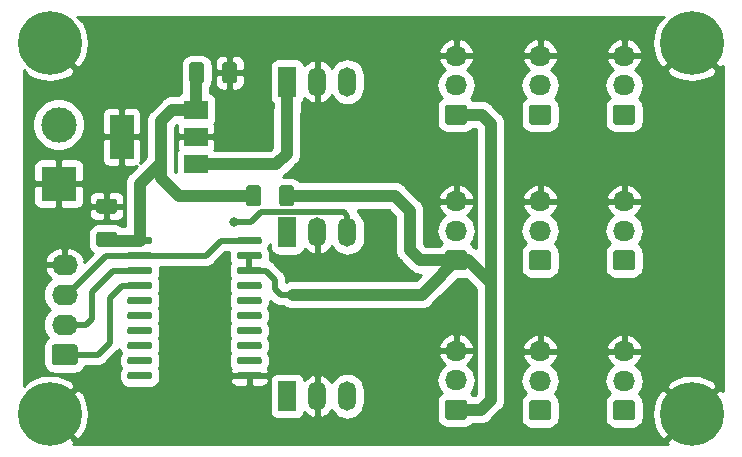
<source format=gbr>
G04 #@! TF.GenerationSoftware,KiCad,Pcbnew,5.1.2-f72e74a~84~ubuntu18.04.1*
G04 #@! TF.CreationDate,2019-08-10T11:06:46+02:00*
G04 #@! TF.ProjectId,Axiface,41786966-6163-4652-9e6b-696361645f70,rev?*
G04 #@! TF.SameCoordinates,Original*
G04 #@! TF.FileFunction,Copper,L2,Bot*
G04 #@! TF.FilePolarity,Positive*
%FSLAX46Y46*%
G04 Gerber Fmt 4.6, Leading zero omitted, Abs format (unit mm)*
G04 Created by KiCad (PCBNEW 5.1.2-f72e74a~84~ubuntu18.04.1) date 2019-08-10 11:06:46*
%MOMM*%
%LPD*%
G04 APERTURE LIST*
%ADD10O,1.500000X2.500000*%
%ADD11R,1.500000X2.500000*%
%ADD12C,0.100000*%
%ADD13C,1.700000*%
%ADD14O,1.850000X1.700000*%
%ADD15C,1.250000*%
%ADD16C,3.000000*%
%ADD17R,3.000000X3.000000*%
%ADD18C,1.740000*%
%ADD19O,2.200000X1.740000*%
%ADD20R,2.000000X3.800000*%
%ADD21R,2.000000X1.500000*%
%ADD22C,0.600000*%
%ADD23C,5.400000*%
%ADD24C,0.800000*%
%ADD25C,1.000000*%
%ADD26C,0.500000*%
%ADD27C,0.254000*%
G04 APERTURE END LIST*
D10*
X116890800Y-130759200D03*
X114350800Y-130759200D03*
D11*
X111810800Y-130759200D03*
D10*
X116916200Y-116890800D03*
X114376200Y-116890800D03*
D11*
X111836200Y-116890800D03*
D10*
X116890800Y-104140000D03*
X114350800Y-104140000D03*
D11*
X111810800Y-104140000D03*
D12*
G36*
X133922504Y-131104204D02*
G01*
X133946773Y-131107804D01*
X133970571Y-131113765D01*
X133993671Y-131122030D01*
X134015849Y-131132520D01*
X134036893Y-131145133D01*
X134056598Y-131159747D01*
X134074777Y-131176223D01*
X134091253Y-131194402D01*
X134105867Y-131214107D01*
X134118480Y-131235151D01*
X134128970Y-131257329D01*
X134137235Y-131280429D01*
X134143196Y-131304227D01*
X134146796Y-131328496D01*
X134148000Y-131353000D01*
X134148000Y-132553000D01*
X134146796Y-132577504D01*
X134143196Y-132601773D01*
X134137235Y-132625571D01*
X134128970Y-132648671D01*
X134118480Y-132670849D01*
X134105867Y-132691893D01*
X134091253Y-132711598D01*
X134074777Y-132729777D01*
X134056598Y-132746253D01*
X134036893Y-132760867D01*
X134015849Y-132773480D01*
X133993671Y-132783970D01*
X133970571Y-132792235D01*
X133946773Y-132798196D01*
X133922504Y-132801796D01*
X133898000Y-132803000D01*
X132548000Y-132803000D01*
X132523496Y-132801796D01*
X132499227Y-132798196D01*
X132475429Y-132792235D01*
X132452329Y-132783970D01*
X132430151Y-132773480D01*
X132409107Y-132760867D01*
X132389402Y-132746253D01*
X132371223Y-132729777D01*
X132354747Y-132711598D01*
X132340133Y-132691893D01*
X132327520Y-132670849D01*
X132317030Y-132648671D01*
X132308765Y-132625571D01*
X132302804Y-132601773D01*
X132299204Y-132577504D01*
X132298000Y-132553000D01*
X132298000Y-131353000D01*
X132299204Y-131328496D01*
X132302804Y-131304227D01*
X132308765Y-131280429D01*
X132317030Y-131257329D01*
X132327520Y-131235151D01*
X132340133Y-131214107D01*
X132354747Y-131194402D01*
X132371223Y-131176223D01*
X132389402Y-131159747D01*
X132409107Y-131145133D01*
X132430151Y-131132520D01*
X132452329Y-131122030D01*
X132475429Y-131113765D01*
X132499227Y-131107804D01*
X132523496Y-131104204D01*
X132548000Y-131103000D01*
X133898000Y-131103000D01*
X133922504Y-131104204D01*
X133922504Y-131104204D01*
G37*
D13*
X133223000Y-131953000D03*
D14*
X133223000Y-129453000D03*
X133223000Y-126953000D03*
X126111000Y-101934000D03*
X126111000Y-104434000D03*
D12*
G36*
X126810504Y-106085204D02*
G01*
X126834773Y-106088804D01*
X126858571Y-106094765D01*
X126881671Y-106103030D01*
X126903849Y-106113520D01*
X126924893Y-106126133D01*
X126944598Y-106140747D01*
X126962777Y-106157223D01*
X126979253Y-106175402D01*
X126993867Y-106195107D01*
X127006480Y-106216151D01*
X127016970Y-106238329D01*
X127025235Y-106261429D01*
X127031196Y-106285227D01*
X127034796Y-106309496D01*
X127036000Y-106334000D01*
X127036000Y-107534000D01*
X127034796Y-107558504D01*
X127031196Y-107582773D01*
X127025235Y-107606571D01*
X127016970Y-107629671D01*
X127006480Y-107651849D01*
X126993867Y-107672893D01*
X126979253Y-107692598D01*
X126962777Y-107710777D01*
X126944598Y-107727253D01*
X126924893Y-107741867D01*
X126903849Y-107754480D01*
X126881671Y-107764970D01*
X126858571Y-107773235D01*
X126834773Y-107779196D01*
X126810504Y-107782796D01*
X126786000Y-107784000D01*
X125436000Y-107784000D01*
X125411496Y-107782796D01*
X125387227Y-107779196D01*
X125363429Y-107773235D01*
X125340329Y-107764970D01*
X125318151Y-107754480D01*
X125297107Y-107741867D01*
X125277402Y-107727253D01*
X125259223Y-107710777D01*
X125242747Y-107692598D01*
X125228133Y-107672893D01*
X125215520Y-107651849D01*
X125205030Y-107629671D01*
X125196765Y-107606571D01*
X125190804Y-107582773D01*
X125187204Y-107558504D01*
X125186000Y-107534000D01*
X125186000Y-106334000D01*
X125187204Y-106309496D01*
X125190804Y-106285227D01*
X125196765Y-106261429D01*
X125205030Y-106238329D01*
X125215520Y-106216151D01*
X125228133Y-106195107D01*
X125242747Y-106175402D01*
X125259223Y-106157223D01*
X125277402Y-106140747D01*
X125297107Y-106126133D01*
X125318151Y-106113520D01*
X125340329Y-106103030D01*
X125363429Y-106094765D01*
X125387227Y-106088804D01*
X125411496Y-106085204D01*
X125436000Y-106084000D01*
X126786000Y-106084000D01*
X126810504Y-106085204D01*
X126810504Y-106085204D01*
G37*
D13*
X126111000Y-106934000D03*
D14*
X126111000Y-126913000D03*
X126111000Y-129413000D03*
D12*
G36*
X126810504Y-131064204D02*
G01*
X126834773Y-131067804D01*
X126858571Y-131073765D01*
X126881671Y-131082030D01*
X126903849Y-131092520D01*
X126924893Y-131105133D01*
X126944598Y-131119747D01*
X126962777Y-131136223D01*
X126979253Y-131154402D01*
X126993867Y-131174107D01*
X127006480Y-131195151D01*
X127016970Y-131217329D01*
X127025235Y-131240429D01*
X127031196Y-131264227D01*
X127034796Y-131288496D01*
X127036000Y-131313000D01*
X127036000Y-132513000D01*
X127034796Y-132537504D01*
X127031196Y-132561773D01*
X127025235Y-132585571D01*
X127016970Y-132608671D01*
X127006480Y-132630849D01*
X126993867Y-132651893D01*
X126979253Y-132671598D01*
X126962777Y-132689777D01*
X126944598Y-132706253D01*
X126924893Y-132720867D01*
X126903849Y-132733480D01*
X126881671Y-132743970D01*
X126858571Y-132752235D01*
X126834773Y-132758196D01*
X126810504Y-132761796D01*
X126786000Y-132763000D01*
X125436000Y-132763000D01*
X125411496Y-132761796D01*
X125387227Y-132758196D01*
X125363429Y-132752235D01*
X125340329Y-132743970D01*
X125318151Y-132733480D01*
X125297107Y-132720867D01*
X125277402Y-132706253D01*
X125259223Y-132689777D01*
X125242747Y-132671598D01*
X125228133Y-132651893D01*
X125215520Y-132630849D01*
X125205030Y-132608671D01*
X125196765Y-132585571D01*
X125190804Y-132561773D01*
X125187204Y-132537504D01*
X125186000Y-132513000D01*
X125186000Y-131313000D01*
X125187204Y-131288496D01*
X125190804Y-131264227D01*
X125196765Y-131240429D01*
X125205030Y-131217329D01*
X125215520Y-131195151D01*
X125228133Y-131174107D01*
X125242747Y-131154402D01*
X125259223Y-131136223D01*
X125277402Y-131119747D01*
X125297107Y-131105133D01*
X125318151Y-131092520D01*
X125340329Y-131082030D01*
X125363429Y-131073765D01*
X125387227Y-131067804D01*
X125411496Y-131064204D01*
X125436000Y-131063000D01*
X126786000Y-131063000D01*
X126810504Y-131064204D01*
X126810504Y-131064204D01*
G37*
D13*
X126111000Y-131913000D03*
D14*
X140335000Y-114253000D03*
X140335000Y-116753000D03*
D12*
G36*
X141034504Y-118404204D02*
G01*
X141058773Y-118407804D01*
X141082571Y-118413765D01*
X141105671Y-118422030D01*
X141127849Y-118432520D01*
X141148893Y-118445133D01*
X141168598Y-118459747D01*
X141186777Y-118476223D01*
X141203253Y-118494402D01*
X141217867Y-118514107D01*
X141230480Y-118535151D01*
X141240970Y-118557329D01*
X141249235Y-118580429D01*
X141255196Y-118604227D01*
X141258796Y-118628496D01*
X141260000Y-118653000D01*
X141260000Y-119853000D01*
X141258796Y-119877504D01*
X141255196Y-119901773D01*
X141249235Y-119925571D01*
X141240970Y-119948671D01*
X141230480Y-119970849D01*
X141217867Y-119991893D01*
X141203253Y-120011598D01*
X141186777Y-120029777D01*
X141168598Y-120046253D01*
X141148893Y-120060867D01*
X141127849Y-120073480D01*
X141105671Y-120083970D01*
X141082571Y-120092235D01*
X141058773Y-120098196D01*
X141034504Y-120101796D01*
X141010000Y-120103000D01*
X139660000Y-120103000D01*
X139635496Y-120101796D01*
X139611227Y-120098196D01*
X139587429Y-120092235D01*
X139564329Y-120083970D01*
X139542151Y-120073480D01*
X139521107Y-120060867D01*
X139501402Y-120046253D01*
X139483223Y-120029777D01*
X139466747Y-120011598D01*
X139452133Y-119991893D01*
X139439520Y-119970849D01*
X139429030Y-119948671D01*
X139420765Y-119925571D01*
X139414804Y-119901773D01*
X139411204Y-119877504D01*
X139410000Y-119853000D01*
X139410000Y-118653000D01*
X139411204Y-118628496D01*
X139414804Y-118604227D01*
X139420765Y-118580429D01*
X139429030Y-118557329D01*
X139439520Y-118535151D01*
X139452133Y-118514107D01*
X139466747Y-118494402D01*
X139483223Y-118476223D01*
X139501402Y-118459747D01*
X139521107Y-118445133D01*
X139542151Y-118432520D01*
X139564329Y-118422030D01*
X139587429Y-118413765D01*
X139611227Y-118407804D01*
X139635496Y-118404204D01*
X139660000Y-118403000D01*
X141010000Y-118403000D01*
X141034504Y-118404204D01*
X141034504Y-118404204D01*
G37*
D13*
X140335000Y-119253000D03*
D12*
G36*
X126810504Y-118404204D02*
G01*
X126834773Y-118407804D01*
X126858571Y-118413765D01*
X126881671Y-118422030D01*
X126903849Y-118432520D01*
X126924893Y-118445133D01*
X126944598Y-118459747D01*
X126962777Y-118476223D01*
X126979253Y-118494402D01*
X126993867Y-118514107D01*
X127006480Y-118535151D01*
X127016970Y-118557329D01*
X127025235Y-118580429D01*
X127031196Y-118604227D01*
X127034796Y-118628496D01*
X127036000Y-118653000D01*
X127036000Y-119853000D01*
X127034796Y-119877504D01*
X127031196Y-119901773D01*
X127025235Y-119925571D01*
X127016970Y-119948671D01*
X127006480Y-119970849D01*
X126993867Y-119991893D01*
X126979253Y-120011598D01*
X126962777Y-120029777D01*
X126944598Y-120046253D01*
X126924893Y-120060867D01*
X126903849Y-120073480D01*
X126881671Y-120083970D01*
X126858571Y-120092235D01*
X126834773Y-120098196D01*
X126810504Y-120101796D01*
X126786000Y-120103000D01*
X125436000Y-120103000D01*
X125411496Y-120101796D01*
X125387227Y-120098196D01*
X125363429Y-120092235D01*
X125340329Y-120083970D01*
X125318151Y-120073480D01*
X125297107Y-120060867D01*
X125277402Y-120046253D01*
X125259223Y-120029777D01*
X125242747Y-120011598D01*
X125228133Y-119991893D01*
X125215520Y-119970849D01*
X125205030Y-119948671D01*
X125196765Y-119925571D01*
X125190804Y-119901773D01*
X125187204Y-119877504D01*
X125186000Y-119853000D01*
X125186000Y-118653000D01*
X125187204Y-118628496D01*
X125190804Y-118604227D01*
X125196765Y-118580429D01*
X125205030Y-118557329D01*
X125215520Y-118535151D01*
X125228133Y-118514107D01*
X125242747Y-118494402D01*
X125259223Y-118476223D01*
X125277402Y-118459747D01*
X125297107Y-118445133D01*
X125318151Y-118432520D01*
X125340329Y-118422030D01*
X125363429Y-118413765D01*
X125387227Y-118407804D01*
X125411496Y-118404204D01*
X125436000Y-118403000D01*
X126786000Y-118403000D01*
X126810504Y-118404204D01*
X126810504Y-118404204D01*
G37*
D13*
X126111000Y-119253000D03*
D14*
X126111000Y-116753000D03*
X126111000Y-114253000D03*
D12*
G36*
X141034504Y-106085204D02*
G01*
X141058773Y-106088804D01*
X141082571Y-106094765D01*
X141105671Y-106103030D01*
X141127849Y-106113520D01*
X141148893Y-106126133D01*
X141168598Y-106140747D01*
X141186777Y-106157223D01*
X141203253Y-106175402D01*
X141217867Y-106195107D01*
X141230480Y-106216151D01*
X141240970Y-106238329D01*
X141249235Y-106261429D01*
X141255196Y-106285227D01*
X141258796Y-106309496D01*
X141260000Y-106334000D01*
X141260000Y-107534000D01*
X141258796Y-107558504D01*
X141255196Y-107582773D01*
X141249235Y-107606571D01*
X141240970Y-107629671D01*
X141230480Y-107651849D01*
X141217867Y-107672893D01*
X141203253Y-107692598D01*
X141186777Y-107710777D01*
X141168598Y-107727253D01*
X141148893Y-107741867D01*
X141127849Y-107754480D01*
X141105671Y-107764970D01*
X141082571Y-107773235D01*
X141058773Y-107779196D01*
X141034504Y-107782796D01*
X141010000Y-107784000D01*
X139660000Y-107784000D01*
X139635496Y-107782796D01*
X139611227Y-107779196D01*
X139587429Y-107773235D01*
X139564329Y-107764970D01*
X139542151Y-107754480D01*
X139521107Y-107741867D01*
X139501402Y-107727253D01*
X139483223Y-107710777D01*
X139466747Y-107692598D01*
X139452133Y-107672893D01*
X139439520Y-107651849D01*
X139429030Y-107629671D01*
X139420765Y-107606571D01*
X139414804Y-107582773D01*
X139411204Y-107558504D01*
X139410000Y-107534000D01*
X139410000Y-106334000D01*
X139411204Y-106309496D01*
X139414804Y-106285227D01*
X139420765Y-106261429D01*
X139429030Y-106238329D01*
X139439520Y-106216151D01*
X139452133Y-106195107D01*
X139466747Y-106175402D01*
X139483223Y-106157223D01*
X139501402Y-106140747D01*
X139521107Y-106126133D01*
X139542151Y-106113520D01*
X139564329Y-106103030D01*
X139587429Y-106094765D01*
X139611227Y-106088804D01*
X139635496Y-106085204D01*
X139660000Y-106084000D01*
X141010000Y-106084000D01*
X141034504Y-106085204D01*
X141034504Y-106085204D01*
G37*
D13*
X140335000Y-106934000D03*
D14*
X140335000Y-104434000D03*
X140335000Y-101934000D03*
D12*
G36*
X141034504Y-131104204D02*
G01*
X141058773Y-131107804D01*
X141082571Y-131113765D01*
X141105671Y-131122030D01*
X141127849Y-131132520D01*
X141148893Y-131145133D01*
X141168598Y-131159747D01*
X141186777Y-131176223D01*
X141203253Y-131194402D01*
X141217867Y-131214107D01*
X141230480Y-131235151D01*
X141240970Y-131257329D01*
X141249235Y-131280429D01*
X141255196Y-131304227D01*
X141258796Y-131328496D01*
X141260000Y-131353000D01*
X141260000Y-132553000D01*
X141258796Y-132577504D01*
X141255196Y-132601773D01*
X141249235Y-132625571D01*
X141240970Y-132648671D01*
X141230480Y-132670849D01*
X141217867Y-132691893D01*
X141203253Y-132711598D01*
X141186777Y-132729777D01*
X141168598Y-132746253D01*
X141148893Y-132760867D01*
X141127849Y-132773480D01*
X141105671Y-132783970D01*
X141082571Y-132792235D01*
X141058773Y-132798196D01*
X141034504Y-132801796D01*
X141010000Y-132803000D01*
X139660000Y-132803000D01*
X139635496Y-132801796D01*
X139611227Y-132798196D01*
X139587429Y-132792235D01*
X139564329Y-132783970D01*
X139542151Y-132773480D01*
X139521107Y-132760867D01*
X139501402Y-132746253D01*
X139483223Y-132729777D01*
X139466747Y-132711598D01*
X139452133Y-132691893D01*
X139439520Y-132670849D01*
X139429030Y-132648671D01*
X139420765Y-132625571D01*
X139414804Y-132601773D01*
X139411204Y-132577504D01*
X139410000Y-132553000D01*
X139410000Y-131353000D01*
X139411204Y-131328496D01*
X139414804Y-131304227D01*
X139420765Y-131280429D01*
X139429030Y-131257329D01*
X139439520Y-131235151D01*
X139452133Y-131214107D01*
X139466747Y-131194402D01*
X139483223Y-131176223D01*
X139501402Y-131159747D01*
X139521107Y-131145133D01*
X139542151Y-131132520D01*
X139564329Y-131122030D01*
X139587429Y-131113765D01*
X139611227Y-131107804D01*
X139635496Y-131104204D01*
X139660000Y-131103000D01*
X141010000Y-131103000D01*
X141034504Y-131104204D01*
X141034504Y-131104204D01*
G37*
D13*
X140335000Y-131953000D03*
D14*
X140335000Y-129453000D03*
X140335000Y-126953000D03*
X133223000Y-114253000D03*
X133223000Y-116753000D03*
D12*
G36*
X133922504Y-118404204D02*
G01*
X133946773Y-118407804D01*
X133970571Y-118413765D01*
X133993671Y-118422030D01*
X134015849Y-118432520D01*
X134036893Y-118445133D01*
X134056598Y-118459747D01*
X134074777Y-118476223D01*
X134091253Y-118494402D01*
X134105867Y-118514107D01*
X134118480Y-118535151D01*
X134128970Y-118557329D01*
X134137235Y-118580429D01*
X134143196Y-118604227D01*
X134146796Y-118628496D01*
X134148000Y-118653000D01*
X134148000Y-119853000D01*
X134146796Y-119877504D01*
X134143196Y-119901773D01*
X134137235Y-119925571D01*
X134128970Y-119948671D01*
X134118480Y-119970849D01*
X134105867Y-119991893D01*
X134091253Y-120011598D01*
X134074777Y-120029777D01*
X134056598Y-120046253D01*
X134036893Y-120060867D01*
X134015849Y-120073480D01*
X133993671Y-120083970D01*
X133970571Y-120092235D01*
X133946773Y-120098196D01*
X133922504Y-120101796D01*
X133898000Y-120103000D01*
X132548000Y-120103000D01*
X132523496Y-120101796D01*
X132499227Y-120098196D01*
X132475429Y-120092235D01*
X132452329Y-120083970D01*
X132430151Y-120073480D01*
X132409107Y-120060867D01*
X132389402Y-120046253D01*
X132371223Y-120029777D01*
X132354747Y-120011598D01*
X132340133Y-119991893D01*
X132327520Y-119970849D01*
X132317030Y-119948671D01*
X132308765Y-119925571D01*
X132302804Y-119901773D01*
X132299204Y-119877504D01*
X132298000Y-119853000D01*
X132298000Y-118653000D01*
X132299204Y-118628496D01*
X132302804Y-118604227D01*
X132308765Y-118580429D01*
X132317030Y-118557329D01*
X132327520Y-118535151D01*
X132340133Y-118514107D01*
X132354747Y-118494402D01*
X132371223Y-118476223D01*
X132389402Y-118459747D01*
X132409107Y-118445133D01*
X132430151Y-118432520D01*
X132452329Y-118422030D01*
X132475429Y-118413765D01*
X132499227Y-118407804D01*
X132523496Y-118404204D01*
X132548000Y-118403000D01*
X133898000Y-118403000D01*
X133922504Y-118404204D01*
X133922504Y-118404204D01*
G37*
D13*
X133223000Y-119253000D03*
D14*
X133223000Y-101934000D03*
X133223000Y-104434000D03*
D12*
G36*
X133922504Y-106085204D02*
G01*
X133946773Y-106088804D01*
X133970571Y-106094765D01*
X133993671Y-106103030D01*
X134015849Y-106113520D01*
X134036893Y-106126133D01*
X134056598Y-106140747D01*
X134074777Y-106157223D01*
X134091253Y-106175402D01*
X134105867Y-106195107D01*
X134118480Y-106216151D01*
X134128970Y-106238329D01*
X134137235Y-106261429D01*
X134143196Y-106285227D01*
X134146796Y-106309496D01*
X134148000Y-106334000D01*
X134148000Y-107534000D01*
X134146796Y-107558504D01*
X134143196Y-107582773D01*
X134137235Y-107606571D01*
X134128970Y-107629671D01*
X134118480Y-107651849D01*
X134105867Y-107672893D01*
X134091253Y-107692598D01*
X134074777Y-107710777D01*
X134056598Y-107727253D01*
X134036893Y-107741867D01*
X134015849Y-107754480D01*
X133993671Y-107764970D01*
X133970571Y-107773235D01*
X133946773Y-107779196D01*
X133922504Y-107782796D01*
X133898000Y-107784000D01*
X132548000Y-107784000D01*
X132523496Y-107782796D01*
X132499227Y-107779196D01*
X132475429Y-107773235D01*
X132452329Y-107764970D01*
X132430151Y-107754480D01*
X132409107Y-107741867D01*
X132389402Y-107727253D01*
X132371223Y-107710777D01*
X132354747Y-107692598D01*
X132340133Y-107672893D01*
X132327520Y-107651849D01*
X132317030Y-107629671D01*
X132308765Y-107606571D01*
X132302804Y-107582773D01*
X132299204Y-107558504D01*
X132298000Y-107534000D01*
X132298000Y-106334000D01*
X132299204Y-106309496D01*
X132302804Y-106285227D01*
X132308765Y-106261429D01*
X132317030Y-106238329D01*
X132327520Y-106216151D01*
X132340133Y-106195107D01*
X132354747Y-106175402D01*
X132371223Y-106157223D01*
X132389402Y-106140747D01*
X132409107Y-106126133D01*
X132430151Y-106113520D01*
X132452329Y-106103030D01*
X132475429Y-106094765D01*
X132499227Y-106088804D01*
X132523496Y-106085204D01*
X132548000Y-106084000D01*
X133898000Y-106084000D01*
X133922504Y-106085204D01*
X133922504Y-106085204D01*
G37*
D13*
X133223000Y-106934000D03*
D12*
G36*
X104539504Y-102504204D02*
G01*
X104563773Y-102507804D01*
X104587571Y-102513765D01*
X104610671Y-102522030D01*
X104632849Y-102532520D01*
X104653893Y-102545133D01*
X104673598Y-102559747D01*
X104691777Y-102576223D01*
X104708253Y-102594402D01*
X104722867Y-102614107D01*
X104735480Y-102635151D01*
X104745970Y-102657329D01*
X104754235Y-102680429D01*
X104760196Y-102704227D01*
X104763796Y-102728496D01*
X104765000Y-102753000D01*
X104765000Y-104003000D01*
X104763796Y-104027504D01*
X104760196Y-104051773D01*
X104754235Y-104075571D01*
X104745970Y-104098671D01*
X104735480Y-104120849D01*
X104722867Y-104141893D01*
X104708253Y-104161598D01*
X104691777Y-104179777D01*
X104673598Y-104196253D01*
X104653893Y-104210867D01*
X104632849Y-104223480D01*
X104610671Y-104233970D01*
X104587571Y-104242235D01*
X104563773Y-104248196D01*
X104539504Y-104251796D01*
X104515000Y-104253000D01*
X103765000Y-104253000D01*
X103740496Y-104251796D01*
X103716227Y-104248196D01*
X103692429Y-104242235D01*
X103669329Y-104233970D01*
X103647151Y-104223480D01*
X103626107Y-104210867D01*
X103606402Y-104196253D01*
X103588223Y-104179777D01*
X103571747Y-104161598D01*
X103557133Y-104141893D01*
X103544520Y-104120849D01*
X103534030Y-104098671D01*
X103525765Y-104075571D01*
X103519804Y-104051773D01*
X103516204Y-104027504D01*
X103515000Y-104003000D01*
X103515000Y-102753000D01*
X103516204Y-102728496D01*
X103519804Y-102704227D01*
X103525765Y-102680429D01*
X103534030Y-102657329D01*
X103544520Y-102635151D01*
X103557133Y-102614107D01*
X103571747Y-102594402D01*
X103588223Y-102576223D01*
X103606402Y-102559747D01*
X103626107Y-102545133D01*
X103647151Y-102532520D01*
X103669329Y-102522030D01*
X103692429Y-102513765D01*
X103716227Y-102507804D01*
X103740496Y-102504204D01*
X103765000Y-102503000D01*
X104515000Y-102503000D01*
X104539504Y-102504204D01*
X104539504Y-102504204D01*
G37*
D15*
X104140000Y-103378000D03*
D12*
G36*
X107339504Y-102504204D02*
G01*
X107363773Y-102507804D01*
X107387571Y-102513765D01*
X107410671Y-102522030D01*
X107432849Y-102532520D01*
X107453893Y-102545133D01*
X107473598Y-102559747D01*
X107491777Y-102576223D01*
X107508253Y-102594402D01*
X107522867Y-102614107D01*
X107535480Y-102635151D01*
X107545970Y-102657329D01*
X107554235Y-102680429D01*
X107560196Y-102704227D01*
X107563796Y-102728496D01*
X107565000Y-102753000D01*
X107565000Y-104003000D01*
X107563796Y-104027504D01*
X107560196Y-104051773D01*
X107554235Y-104075571D01*
X107545970Y-104098671D01*
X107535480Y-104120849D01*
X107522867Y-104141893D01*
X107508253Y-104161598D01*
X107491777Y-104179777D01*
X107473598Y-104196253D01*
X107453893Y-104210867D01*
X107432849Y-104223480D01*
X107410671Y-104233970D01*
X107387571Y-104242235D01*
X107363773Y-104248196D01*
X107339504Y-104251796D01*
X107315000Y-104253000D01*
X106565000Y-104253000D01*
X106540496Y-104251796D01*
X106516227Y-104248196D01*
X106492429Y-104242235D01*
X106469329Y-104233970D01*
X106447151Y-104223480D01*
X106426107Y-104210867D01*
X106406402Y-104196253D01*
X106388223Y-104179777D01*
X106371747Y-104161598D01*
X106357133Y-104141893D01*
X106344520Y-104120849D01*
X106334030Y-104098671D01*
X106325765Y-104075571D01*
X106319804Y-104051773D01*
X106316204Y-104027504D01*
X106315000Y-104003000D01*
X106315000Y-102753000D01*
X106316204Y-102728496D01*
X106319804Y-102704227D01*
X106325765Y-102680429D01*
X106334030Y-102657329D01*
X106344520Y-102635151D01*
X106357133Y-102614107D01*
X106371747Y-102594402D01*
X106388223Y-102576223D01*
X106406402Y-102559747D01*
X106426107Y-102545133D01*
X106447151Y-102532520D01*
X106469329Y-102522030D01*
X106492429Y-102513765D01*
X106516227Y-102507804D01*
X106540496Y-102504204D01*
X106565000Y-102503000D01*
X107315000Y-102503000D01*
X107339504Y-102504204D01*
X107339504Y-102504204D01*
G37*
D15*
X106940000Y-103378000D03*
D12*
G36*
X97169504Y-116854204D02*
G01*
X97193773Y-116857804D01*
X97217571Y-116863765D01*
X97240671Y-116872030D01*
X97262849Y-116882520D01*
X97283893Y-116895133D01*
X97303598Y-116909747D01*
X97321777Y-116926223D01*
X97338253Y-116944402D01*
X97352867Y-116964107D01*
X97365480Y-116985151D01*
X97375970Y-117007329D01*
X97384235Y-117030429D01*
X97390196Y-117054227D01*
X97393796Y-117078496D01*
X97395000Y-117103000D01*
X97395000Y-117853000D01*
X97393796Y-117877504D01*
X97390196Y-117901773D01*
X97384235Y-117925571D01*
X97375970Y-117948671D01*
X97365480Y-117970849D01*
X97352867Y-117991893D01*
X97338253Y-118011598D01*
X97321777Y-118029777D01*
X97303598Y-118046253D01*
X97283893Y-118060867D01*
X97262849Y-118073480D01*
X97240671Y-118083970D01*
X97217571Y-118092235D01*
X97193773Y-118098196D01*
X97169504Y-118101796D01*
X97145000Y-118103000D01*
X95895000Y-118103000D01*
X95870496Y-118101796D01*
X95846227Y-118098196D01*
X95822429Y-118092235D01*
X95799329Y-118083970D01*
X95777151Y-118073480D01*
X95756107Y-118060867D01*
X95736402Y-118046253D01*
X95718223Y-118029777D01*
X95701747Y-118011598D01*
X95687133Y-117991893D01*
X95674520Y-117970849D01*
X95664030Y-117948671D01*
X95655765Y-117925571D01*
X95649804Y-117901773D01*
X95646204Y-117877504D01*
X95645000Y-117853000D01*
X95645000Y-117103000D01*
X95646204Y-117078496D01*
X95649804Y-117054227D01*
X95655765Y-117030429D01*
X95664030Y-117007329D01*
X95674520Y-116985151D01*
X95687133Y-116964107D01*
X95701747Y-116944402D01*
X95718223Y-116926223D01*
X95736402Y-116909747D01*
X95756107Y-116895133D01*
X95777151Y-116882520D01*
X95799329Y-116872030D01*
X95822429Y-116863765D01*
X95846227Y-116857804D01*
X95870496Y-116854204D01*
X95895000Y-116853000D01*
X97145000Y-116853000D01*
X97169504Y-116854204D01*
X97169504Y-116854204D01*
G37*
D15*
X96520000Y-117478000D03*
D12*
G36*
X97169504Y-114054204D02*
G01*
X97193773Y-114057804D01*
X97217571Y-114063765D01*
X97240671Y-114072030D01*
X97262849Y-114082520D01*
X97283893Y-114095133D01*
X97303598Y-114109747D01*
X97321777Y-114126223D01*
X97338253Y-114144402D01*
X97352867Y-114164107D01*
X97365480Y-114185151D01*
X97375970Y-114207329D01*
X97384235Y-114230429D01*
X97390196Y-114254227D01*
X97393796Y-114278496D01*
X97395000Y-114303000D01*
X97395000Y-115053000D01*
X97393796Y-115077504D01*
X97390196Y-115101773D01*
X97384235Y-115125571D01*
X97375970Y-115148671D01*
X97365480Y-115170849D01*
X97352867Y-115191893D01*
X97338253Y-115211598D01*
X97321777Y-115229777D01*
X97303598Y-115246253D01*
X97283893Y-115260867D01*
X97262849Y-115273480D01*
X97240671Y-115283970D01*
X97217571Y-115292235D01*
X97193773Y-115298196D01*
X97169504Y-115301796D01*
X97145000Y-115303000D01*
X95895000Y-115303000D01*
X95870496Y-115301796D01*
X95846227Y-115298196D01*
X95822429Y-115292235D01*
X95799329Y-115283970D01*
X95777151Y-115273480D01*
X95756107Y-115260867D01*
X95736402Y-115246253D01*
X95718223Y-115229777D01*
X95701747Y-115211598D01*
X95687133Y-115191893D01*
X95674520Y-115170849D01*
X95664030Y-115148671D01*
X95655765Y-115125571D01*
X95649804Y-115101773D01*
X95646204Y-115077504D01*
X95645000Y-115053000D01*
X95645000Y-114303000D01*
X95646204Y-114278496D01*
X95649804Y-114254227D01*
X95655765Y-114230429D01*
X95664030Y-114207329D01*
X95674520Y-114185151D01*
X95687133Y-114164107D01*
X95701747Y-114144402D01*
X95718223Y-114126223D01*
X95736402Y-114109747D01*
X95756107Y-114095133D01*
X95777151Y-114082520D01*
X95799329Y-114072030D01*
X95822429Y-114063765D01*
X95846227Y-114057804D01*
X95870496Y-114054204D01*
X95895000Y-114053000D01*
X97145000Y-114053000D01*
X97169504Y-114054204D01*
X97169504Y-114054204D01*
G37*
D15*
X96520000Y-114678000D03*
D16*
X92456000Y-107776000D03*
D17*
X92456000Y-112776000D03*
D12*
G36*
X93838505Y-126385204D02*
G01*
X93862773Y-126388804D01*
X93886572Y-126394765D01*
X93909671Y-126403030D01*
X93931850Y-126413520D01*
X93952893Y-126426132D01*
X93972599Y-126440747D01*
X93990777Y-126457223D01*
X94007253Y-126475401D01*
X94021868Y-126495107D01*
X94034480Y-126516150D01*
X94044970Y-126538329D01*
X94053235Y-126561428D01*
X94059196Y-126585227D01*
X94062796Y-126609495D01*
X94064000Y-126633999D01*
X94064000Y-127874001D01*
X94062796Y-127898505D01*
X94059196Y-127922773D01*
X94053235Y-127946572D01*
X94044970Y-127969671D01*
X94034480Y-127991850D01*
X94021868Y-128012893D01*
X94007253Y-128032599D01*
X93990777Y-128050777D01*
X93972599Y-128067253D01*
X93952893Y-128081868D01*
X93931850Y-128094480D01*
X93909671Y-128104970D01*
X93886572Y-128113235D01*
X93862773Y-128119196D01*
X93838505Y-128122796D01*
X93814001Y-128124000D01*
X92113999Y-128124000D01*
X92089495Y-128122796D01*
X92065227Y-128119196D01*
X92041428Y-128113235D01*
X92018329Y-128104970D01*
X91996150Y-128094480D01*
X91975107Y-128081868D01*
X91955401Y-128067253D01*
X91937223Y-128050777D01*
X91920747Y-128032599D01*
X91906132Y-128012893D01*
X91893520Y-127991850D01*
X91883030Y-127969671D01*
X91874765Y-127946572D01*
X91868804Y-127922773D01*
X91865204Y-127898505D01*
X91864000Y-127874001D01*
X91864000Y-126633999D01*
X91865204Y-126609495D01*
X91868804Y-126585227D01*
X91874765Y-126561428D01*
X91883030Y-126538329D01*
X91893520Y-126516150D01*
X91906132Y-126495107D01*
X91920747Y-126475401D01*
X91937223Y-126457223D01*
X91955401Y-126440747D01*
X91975107Y-126426132D01*
X91996150Y-126413520D01*
X92018329Y-126403030D01*
X92041428Y-126394765D01*
X92065227Y-126388804D01*
X92089495Y-126385204D01*
X92113999Y-126384000D01*
X93814001Y-126384000D01*
X93838505Y-126385204D01*
X93838505Y-126385204D01*
G37*
D18*
X92964000Y-127254000D03*
D19*
X92964000Y-124714000D03*
X92964000Y-122174000D03*
X92964000Y-119634000D03*
D12*
G36*
X112159504Y-112918204D02*
G01*
X112183773Y-112921804D01*
X112207571Y-112927765D01*
X112230671Y-112936030D01*
X112252849Y-112946520D01*
X112273893Y-112959133D01*
X112293598Y-112973747D01*
X112311777Y-112990223D01*
X112328253Y-113008402D01*
X112342867Y-113028107D01*
X112355480Y-113049151D01*
X112365970Y-113071329D01*
X112374235Y-113094429D01*
X112380196Y-113118227D01*
X112383796Y-113142496D01*
X112385000Y-113167000D01*
X112385000Y-114417000D01*
X112383796Y-114441504D01*
X112380196Y-114465773D01*
X112374235Y-114489571D01*
X112365970Y-114512671D01*
X112355480Y-114534849D01*
X112342867Y-114555893D01*
X112328253Y-114575598D01*
X112311777Y-114593777D01*
X112293598Y-114610253D01*
X112273893Y-114624867D01*
X112252849Y-114637480D01*
X112230671Y-114647970D01*
X112207571Y-114656235D01*
X112183773Y-114662196D01*
X112159504Y-114665796D01*
X112135000Y-114667000D01*
X111385000Y-114667000D01*
X111360496Y-114665796D01*
X111336227Y-114662196D01*
X111312429Y-114656235D01*
X111289329Y-114647970D01*
X111267151Y-114637480D01*
X111246107Y-114624867D01*
X111226402Y-114610253D01*
X111208223Y-114593777D01*
X111191747Y-114575598D01*
X111177133Y-114555893D01*
X111164520Y-114534849D01*
X111154030Y-114512671D01*
X111145765Y-114489571D01*
X111139804Y-114465773D01*
X111136204Y-114441504D01*
X111135000Y-114417000D01*
X111135000Y-113167000D01*
X111136204Y-113142496D01*
X111139804Y-113118227D01*
X111145765Y-113094429D01*
X111154030Y-113071329D01*
X111164520Y-113049151D01*
X111177133Y-113028107D01*
X111191747Y-113008402D01*
X111208223Y-112990223D01*
X111226402Y-112973747D01*
X111246107Y-112959133D01*
X111267151Y-112946520D01*
X111289329Y-112936030D01*
X111312429Y-112927765D01*
X111336227Y-112921804D01*
X111360496Y-112918204D01*
X111385000Y-112917000D01*
X112135000Y-112917000D01*
X112159504Y-112918204D01*
X112159504Y-112918204D01*
G37*
D15*
X111760000Y-113792000D03*
D12*
G36*
X109359504Y-112918204D02*
G01*
X109383773Y-112921804D01*
X109407571Y-112927765D01*
X109430671Y-112936030D01*
X109452849Y-112946520D01*
X109473893Y-112959133D01*
X109493598Y-112973747D01*
X109511777Y-112990223D01*
X109528253Y-113008402D01*
X109542867Y-113028107D01*
X109555480Y-113049151D01*
X109565970Y-113071329D01*
X109574235Y-113094429D01*
X109580196Y-113118227D01*
X109583796Y-113142496D01*
X109585000Y-113167000D01*
X109585000Y-114417000D01*
X109583796Y-114441504D01*
X109580196Y-114465773D01*
X109574235Y-114489571D01*
X109565970Y-114512671D01*
X109555480Y-114534849D01*
X109542867Y-114555893D01*
X109528253Y-114575598D01*
X109511777Y-114593777D01*
X109493598Y-114610253D01*
X109473893Y-114624867D01*
X109452849Y-114637480D01*
X109430671Y-114647970D01*
X109407571Y-114656235D01*
X109383773Y-114662196D01*
X109359504Y-114665796D01*
X109335000Y-114667000D01*
X108585000Y-114667000D01*
X108560496Y-114665796D01*
X108536227Y-114662196D01*
X108512429Y-114656235D01*
X108489329Y-114647970D01*
X108467151Y-114637480D01*
X108446107Y-114624867D01*
X108426402Y-114610253D01*
X108408223Y-114593777D01*
X108391747Y-114575598D01*
X108377133Y-114555893D01*
X108364520Y-114534849D01*
X108354030Y-114512671D01*
X108345765Y-114489571D01*
X108339804Y-114465773D01*
X108336204Y-114441504D01*
X108335000Y-114417000D01*
X108335000Y-113167000D01*
X108336204Y-113142496D01*
X108339804Y-113118227D01*
X108345765Y-113094429D01*
X108354030Y-113071329D01*
X108364520Y-113049151D01*
X108377133Y-113028107D01*
X108391747Y-113008402D01*
X108408223Y-112990223D01*
X108426402Y-112973747D01*
X108446107Y-112959133D01*
X108467151Y-112946520D01*
X108489329Y-112936030D01*
X108512429Y-112927765D01*
X108536227Y-112921804D01*
X108560496Y-112918204D01*
X108585000Y-112917000D01*
X109335000Y-112917000D01*
X109359504Y-112918204D01*
X109359504Y-112918204D01*
G37*
D15*
X108960000Y-113792000D03*
D20*
X97790000Y-108814000D03*
D21*
X104090000Y-108814000D03*
X104090000Y-111114000D03*
X104090000Y-106514000D03*
D12*
G36*
X109503703Y-117302722D02*
G01*
X109518264Y-117304882D01*
X109532543Y-117308459D01*
X109546403Y-117313418D01*
X109559710Y-117319712D01*
X109572336Y-117327280D01*
X109584159Y-117336048D01*
X109595066Y-117345934D01*
X109604952Y-117356841D01*
X109613720Y-117368664D01*
X109621288Y-117381290D01*
X109627582Y-117394597D01*
X109632541Y-117408457D01*
X109636118Y-117422736D01*
X109638278Y-117437297D01*
X109639000Y-117452000D01*
X109639000Y-117752000D01*
X109638278Y-117766703D01*
X109636118Y-117781264D01*
X109632541Y-117795543D01*
X109627582Y-117809403D01*
X109621288Y-117822710D01*
X109613720Y-117835336D01*
X109604952Y-117847159D01*
X109595066Y-117858066D01*
X109584159Y-117867952D01*
X109572336Y-117876720D01*
X109559710Y-117884288D01*
X109546403Y-117890582D01*
X109532543Y-117895541D01*
X109518264Y-117899118D01*
X109503703Y-117901278D01*
X109489000Y-117902000D01*
X107739000Y-117902000D01*
X107724297Y-117901278D01*
X107709736Y-117899118D01*
X107695457Y-117895541D01*
X107681597Y-117890582D01*
X107668290Y-117884288D01*
X107655664Y-117876720D01*
X107643841Y-117867952D01*
X107632934Y-117858066D01*
X107623048Y-117847159D01*
X107614280Y-117835336D01*
X107606712Y-117822710D01*
X107600418Y-117809403D01*
X107595459Y-117795543D01*
X107591882Y-117781264D01*
X107589722Y-117766703D01*
X107589000Y-117752000D01*
X107589000Y-117452000D01*
X107589722Y-117437297D01*
X107591882Y-117422736D01*
X107595459Y-117408457D01*
X107600418Y-117394597D01*
X107606712Y-117381290D01*
X107614280Y-117368664D01*
X107623048Y-117356841D01*
X107632934Y-117345934D01*
X107643841Y-117336048D01*
X107655664Y-117327280D01*
X107668290Y-117319712D01*
X107681597Y-117313418D01*
X107695457Y-117308459D01*
X107709736Y-117304882D01*
X107724297Y-117302722D01*
X107739000Y-117302000D01*
X109489000Y-117302000D01*
X109503703Y-117302722D01*
X109503703Y-117302722D01*
G37*
D22*
X108614000Y-117602000D03*
D12*
G36*
X109503703Y-118572722D02*
G01*
X109518264Y-118574882D01*
X109532543Y-118578459D01*
X109546403Y-118583418D01*
X109559710Y-118589712D01*
X109572336Y-118597280D01*
X109584159Y-118606048D01*
X109595066Y-118615934D01*
X109604952Y-118626841D01*
X109613720Y-118638664D01*
X109621288Y-118651290D01*
X109627582Y-118664597D01*
X109632541Y-118678457D01*
X109636118Y-118692736D01*
X109638278Y-118707297D01*
X109639000Y-118722000D01*
X109639000Y-119022000D01*
X109638278Y-119036703D01*
X109636118Y-119051264D01*
X109632541Y-119065543D01*
X109627582Y-119079403D01*
X109621288Y-119092710D01*
X109613720Y-119105336D01*
X109604952Y-119117159D01*
X109595066Y-119128066D01*
X109584159Y-119137952D01*
X109572336Y-119146720D01*
X109559710Y-119154288D01*
X109546403Y-119160582D01*
X109532543Y-119165541D01*
X109518264Y-119169118D01*
X109503703Y-119171278D01*
X109489000Y-119172000D01*
X107739000Y-119172000D01*
X107724297Y-119171278D01*
X107709736Y-119169118D01*
X107695457Y-119165541D01*
X107681597Y-119160582D01*
X107668290Y-119154288D01*
X107655664Y-119146720D01*
X107643841Y-119137952D01*
X107632934Y-119128066D01*
X107623048Y-119117159D01*
X107614280Y-119105336D01*
X107606712Y-119092710D01*
X107600418Y-119079403D01*
X107595459Y-119065543D01*
X107591882Y-119051264D01*
X107589722Y-119036703D01*
X107589000Y-119022000D01*
X107589000Y-118722000D01*
X107589722Y-118707297D01*
X107591882Y-118692736D01*
X107595459Y-118678457D01*
X107600418Y-118664597D01*
X107606712Y-118651290D01*
X107614280Y-118638664D01*
X107623048Y-118626841D01*
X107632934Y-118615934D01*
X107643841Y-118606048D01*
X107655664Y-118597280D01*
X107668290Y-118589712D01*
X107681597Y-118583418D01*
X107695457Y-118578459D01*
X107709736Y-118574882D01*
X107724297Y-118572722D01*
X107739000Y-118572000D01*
X109489000Y-118572000D01*
X109503703Y-118572722D01*
X109503703Y-118572722D01*
G37*
D22*
X108614000Y-118872000D03*
D12*
G36*
X109503703Y-119842722D02*
G01*
X109518264Y-119844882D01*
X109532543Y-119848459D01*
X109546403Y-119853418D01*
X109559710Y-119859712D01*
X109572336Y-119867280D01*
X109584159Y-119876048D01*
X109595066Y-119885934D01*
X109604952Y-119896841D01*
X109613720Y-119908664D01*
X109621288Y-119921290D01*
X109627582Y-119934597D01*
X109632541Y-119948457D01*
X109636118Y-119962736D01*
X109638278Y-119977297D01*
X109639000Y-119992000D01*
X109639000Y-120292000D01*
X109638278Y-120306703D01*
X109636118Y-120321264D01*
X109632541Y-120335543D01*
X109627582Y-120349403D01*
X109621288Y-120362710D01*
X109613720Y-120375336D01*
X109604952Y-120387159D01*
X109595066Y-120398066D01*
X109584159Y-120407952D01*
X109572336Y-120416720D01*
X109559710Y-120424288D01*
X109546403Y-120430582D01*
X109532543Y-120435541D01*
X109518264Y-120439118D01*
X109503703Y-120441278D01*
X109489000Y-120442000D01*
X107739000Y-120442000D01*
X107724297Y-120441278D01*
X107709736Y-120439118D01*
X107695457Y-120435541D01*
X107681597Y-120430582D01*
X107668290Y-120424288D01*
X107655664Y-120416720D01*
X107643841Y-120407952D01*
X107632934Y-120398066D01*
X107623048Y-120387159D01*
X107614280Y-120375336D01*
X107606712Y-120362710D01*
X107600418Y-120349403D01*
X107595459Y-120335543D01*
X107591882Y-120321264D01*
X107589722Y-120306703D01*
X107589000Y-120292000D01*
X107589000Y-119992000D01*
X107589722Y-119977297D01*
X107591882Y-119962736D01*
X107595459Y-119948457D01*
X107600418Y-119934597D01*
X107606712Y-119921290D01*
X107614280Y-119908664D01*
X107623048Y-119896841D01*
X107632934Y-119885934D01*
X107643841Y-119876048D01*
X107655664Y-119867280D01*
X107668290Y-119859712D01*
X107681597Y-119853418D01*
X107695457Y-119848459D01*
X107709736Y-119844882D01*
X107724297Y-119842722D01*
X107739000Y-119842000D01*
X109489000Y-119842000D01*
X109503703Y-119842722D01*
X109503703Y-119842722D01*
G37*
D22*
X108614000Y-120142000D03*
D12*
G36*
X109503703Y-121112722D02*
G01*
X109518264Y-121114882D01*
X109532543Y-121118459D01*
X109546403Y-121123418D01*
X109559710Y-121129712D01*
X109572336Y-121137280D01*
X109584159Y-121146048D01*
X109595066Y-121155934D01*
X109604952Y-121166841D01*
X109613720Y-121178664D01*
X109621288Y-121191290D01*
X109627582Y-121204597D01*
X109632541Y-121218457D01*
X109636118Y-121232736D01*
X109638278Y-121247297D01*
X109639000Y-121262000D01*
X109639000Y-121562000D01*
X109638278Y-121576703D01*
X109636118Y-121591264D01*
X109632541Y-121605543D01*
X109627582Y-121619403D01*
X109621288Y-121632710D01*
X109613720Y-121645336D01*
X109604952Y-121657159D01*
X109595066Y-121668066D01*
X109584159Y-121677952D01*
X109572336Y-121686720D01*
X109559710Y-121694288D01*
X109546403Y-121700582D01*
X109532543Y-121705541D01*
X109518264Y-121709118D01*
X109503703Y-121711278D01*
X109489000Y-121712000D01*
X107739000Y-121712000D01*
X107724297Y-121711278D01*
X107709736Y-121709118D01*
X107695457Y-121705541D01*
X107681597Y-121700582D01*
X107668290Y-121694288D01*
X107655664Y-121686720D01*
X107643841Y-121677952D01*
X107632934Y-121668066D01*
X107623048Y-121657159D01*
X107614280Y-121645336D01*
X107606712Y-121632710D01*
X107600418Y-121619403D01*
X107595459Y-121605543D01*
X107591882Y-121591264D01*
X107589722Y-121576703D01*
X107589000Y-121562000D01*
X107589000Y-121262000D01*
X107589722Y-121247297D01*
X107591882Y-121232736D01*
X107595459Y-121218457D01*
X107600418Y-121204597D01*
X107606712Y-121191290D01*
X107614280Y-121178664D01*
X107623048Y-121166841D01*
X107632934Y-121155934D01*
X107643841Y-121146048D01*
X107655664Y-121137280D01*
X107668290Y-121129712D01*
X107681597Y-121123418D01*
X107695457Y-121118459D01*
X107709736Y-121114882D01*
X107724297Y-121112722D01*
X107739000Y-121112000D01*
X109489000Y-121112000D01*
X109503703Y-121112722D01*
X109503703Y-121112722D01*
G37*
D22*
X108614000Y-121412000D03*
D12*
G36*
X109503703Y-122382722D02*
G01*
X109518264Y-122384882D01*
X109532543Y-122388459D01*
X109546403Y-122393418D01*
X109559710Y-122399712D01*
X109572336Y-122407280D01*
X109584159Y-122416048D01*
X109595066Y-122425934D01*
X109604952Y-122436841D01*
X109613720Y-122448664D01*
X109621288Y-122461290D01*
X109627582Y-122474597D01*
X109632541Y-122488457D01*
X109636118Y-122502736D01*
X109638278Y-122517297D01*
X109639000Y-122532000D01*
X109639000Y-122832000D01*
X109638278Y-122846703D01*
X109636118Y-122861264D01*
X109632541Y-122875543D01*
X109627582Y-122889403D01*
X109621288Y-122902710D01*
X109613720Y-122915336D01*
X109604952Y-122927159D01*
X109595066Y-122938066D01*
X109584159Y-122947952D01*
X109572336Y-122956720D01*
X109559710Y-122964288D01*
X109546403Y-122970582D01*
X109532543Y-122975541D01*
X109518264Y-122979118D01*
X109503703Y-122981278D01*
X109489000Y-122982000D01*
X107739000Y-122982000D01*
X107724297Y-122981278D01*
X107709736Y-122979118D01*
X107695457Y-122975541D01*
X107681597Y-122970582D01*
X107668290Y-122964288D01*
X107655664Y-122956720D01*
X107643841Y-122947952D01*
X107632934Y-122938066D01*
X107623048Y-122927159D01*
X107614280Y-122915336D01*
X107606712Y-122902710D01*
X107600418Y-122889403D01*
X107595459Y-122875543D01*
X107591882Y-122861264D01*
X107589722Y-122846703D01*
X107589000Y-122832000D01*
X107589000Y-122532000D01*
X107589722Y-122517297D01*
X107591882Y-122502736D01*
X107595459Y-122488457D01*
X107600418Y-122474597D01*
X107606712Y-122461290D01*
X107614280Y-122448664D01*
X107623048Y-122436841D01*
X107632934Y-122425934D01*
X107643841Y-122416048D01*
X107655664Y-122407280D01*
X107668290Y-122399712D01*
X107681597Y-122393418D01*
X107695457Y-122388459D01*
X107709736Y-122384882D01*
X107724297Y-122382722D01*
X107739000Y-122382000D01*
X109489000Y-122382000D01*
X109503703Y-122382722D01*
X109503703Y-122382722D01*
G37*
D22*
X108614000Y-122682000D03*
D12*
G36*
X109503703Y-123652722D02*
G01*
X109518264Y-123654882D01*
X109532543Y-123658459D01*
X109546403Y-123663418D01*
X109559710Y-123669712D01*
X109572336Y-123677280D01*
X109584159Y-123686048D01*
X109595066Y-123695934D01*
X109604952Y-123706841D01*
X109613720Y-123718664D01*
X109621288Y-123731290D01*
X109627582Y-123744597D01*
X109632541Y-123758457D01*
X109636118Y-123772736D01*
X109638278Y-123787297D01*
X109639000Y-123802000D01*
X109639000Y-124102000D01*
X109638278Y-124116703D01*
X109636118Y-124131264D01*
X109632541Y-124145543D01*
X109627582Y-124159403D01*
X109621288Y-124172710D01*
X109613720Y-124185336D01*
X109604952Y-124197159D01*
X109595066Y-124208066D01*
X109584159Y-124217952D01*
X109572336Y-124226720D01*
X109559710Y-124234288D01*
X109546403Y-124240582D01*
X109532543Y-124245541D01*
X109518264Y-124249118D01*
X109503703Y-124251278D01*
X109489000Y-124252000D01*
X107739000Y-124252000D01*
X107724297Y-124251278D01*
X107709736Y-124249118D01*
X107695457Y-124245541D01*
X107681597Y-124240582D01*
X107668290Y-124234288D01*
X107655664Y-124226720D01*
X107643841Y-124217952D01*
X107632934Y-124208066D01*
X107623048Y-124197159D01*
X107614280Y-124185336D01*
X107606712Y-124172710D01*
X107600418Y-124159403D01*
X107595459Y-124145543D01*
X107591882Y-124131264D01*
X107589722Y-124116703D01*
X107589000Y-124102000D01*
X107589000Y-123802000D01*
X107589722Y-123787297D01*
X107591882Y-123772736D01*
X107595459Y-123758457D01*
X107600418Y-123744597D01*
X107606712Y-123731290D01*
X107614280Y-123718664D01*
X107623048Y-123706841D01*
X107632934Y-123695934D01*
X107643841Y-123686048D01*
X107655664Y-123677280D01*
X107668290Y-123669712D01*
X107681597Y-123663418D01*
X107695457Y-123658459D01*
X107709736Y-123654882D01*
X107724297Y-123652722D01*
X107739000Y-123652000D01*
X109489000Y-123652000D01*
X109503703Y-123652722D01*
X109503703Y-123652722D01*
G37*
D22*
X108614000Y-123952000D03*
D12*
G36*
X109503703Y-124922722D02*
G01*
X109518264Y-124924882D01*
X109532543Y-124928459D01*
X109546403Y-124933418D01*
X109559710Y-124939712D01*
X109572336Y-124947280D01*
X109584159Y-124956048D01*
X109595066Y-124965934D01*
X109604952Y-124976841D01*
X109613720Y-124988664D01*
X109621288Y-125001290D01*
X109627582Y-125014597D01*
X109632541Y-125028457D01*
X109636118Y-125042736D01*
X109638278Y-125057297D01*
X109639000Y-125072000D01*
X109639000Y-125372000D01*
X109638278Y-125386703D01*
X109636118Y-125401264D01*
X109632541Y-125415543D01*
X109627582Y-125429403D01*
X109621288Y-125442710D01*
X109613720Y-125455336D01*
X109604952Y-125467159D01*
X109595066Y-125478066D01*
X109584159Y-125487952D01*
X109572336Y-125496720D01*
X109559710Y-125504288D01*
X109546403Y-125510582D01*
X109532543Y-125515541D01*
X109518264Y-125519118D01*
X109503703Y-125521278D01*
X109489000Y-125522000D01*
X107739000Y-125522000D01*
X107724297Y-125521278D01*
X107709736Y-125519118D01*
X107695457Y-125515541D01*
X107681597Y-125510582D01*
X107668290Y-125504288D01*
X107655664Y-125496720D01*
X107643841Y-125487952D01*
X107632934Y-125478066D01*
X107623048Y-125467159D01*
X107614280Y-125455336D01*
X107606712Y-125442710D01*
X107600418Y-125429403D01*
X107595459Y-125415543D01*
X107591882Y-125401264D01*
X107589722Y-125386703D01*
X107589000Y-125372000D01*
X107589000Y-125072000D01*
X107589722Y-125057297D01*
X107591882Y-125042736D01*
X107595459Y-125028457D01*
X107600418Y-125014597D01*
X107606712Y-125001290D01*
X107614280Y-124988664D01*
X107623048Y-124976841D01*
X107632934Y-124965934D01*
X107643841Y-124956048D01*
X107655664Y-124947280D01*
X107668290Y-124939712D01*
X107681597Y-124933418D01*
X107695457Y-124928459D01*
X107709736Y-124924882D01*
X107724297Y-124922722D01*
X107739000Y-124922000D01*
X109489000Y-124922000D01*
X109503703Y-124922722D01*
X109503703Y-124922722D01*
G37*
D22*
X108614000Y-125222000D03*
D12*
G36*
X109503703Y-126192722D02*
G01*
X109518264Y-126194882D01*
X109532543Y-126198459D01*
X109546403Y-126203418D01*
X109559710Y-126209712D01*
X109572336Y-126217280D01*
X109584159Y-126226048D01*
X109595066Y-126235934D01*
X109604952Y-126246841D01*
X109613720Y-126258664D01*
X109621288Y-126271290D01*
X109627582Y-126284597D01*
X109632541Y-126298457D01*
X109636118Y-126312736D01*
X109638278Y-126327297D01*
X109639000Y-126342000D01*
X109639000Y-126642000D01*
X109638278Y-126656703D01*
X109636118Y-126671264D01*
X109632541Y-126685543D01*
X109627582Y-126699403D01*
X109621288Y-126712710D01*
X109613720Y-126725336D01*
X109604952Y-126737159D01*
X109595066Y-126748066D01*
X109584159Y-126757952D01*
X109572336Y-126766720D01*
X109559710Y-126774288D01*
X109546403Y-126780582D01*
X109532543Y-126785541D01*
X109518264Y-126789118D01*
X109503703Y-126791278D01*
X109489000Y-126792000D01*
X107739000Y-126792000D01*
X107724297Y-126791278D01*
X107709736Y-126789118D01*
X107695457Y-126785541D01*
X107681597Y-126780582D01*
X107668290Y-126774288D01*
X107655664Y-126766720D01*
X107643841Y-126757952D01*
X107632934Y-126748066D01*
X107623048Y-126737159D01*
X107614280Y-126725336D01*
X107606712Y-126712710D01*
X107600418Y-126699403D01*
X107595459Y-126685543D01*
X107591882Y-126671264D01*
X107589722Y-126656703D01*
X107589000Y-126642000D01*
X107589000Y-126342000D01*
X107589722Y-126327297D01*
X107591882Y-126312736D01*
X107595459Y-126298457D01*
X107600418Y-126284597D01*
X107606712Y-126271290D01*
X107614280Y-126258664D01*
X107623048Y-126246841D01*
X107632934Y-126235934D01*
X107643841Y-126226048D01*
X107655664Y-126217280D01*
X107668290Y-126209712D01*
X107681597Y-126203418D01*
X107695457Y-126198459D01*
X107709736Y-126194882D01*
X107724297Y-126192722D01*
X107739000Y-126192000D01*
X109489000Y-126192000D01*
X109503703Y-126192722D01*
X109503703Y-126192722D01*
G37*
D22*
X108614000Y-126492000D03*
D12*
G36*
X109503703Y-127462722D02*
G01*
X109518264Y-127464882D01*
X109532543Y-127468459D01*
X109546403Y-127473418D01*
X109559710Y-127479712D01*
X109572336Y-127487280D01*
X109584159Y-127496048D01*
X109595066Y-127505934D01*
X109604952Y-127516841D01*
X109613720Y-127528664D01*
X109621288Y-127541290D01*
X109627582Y-127554597D01*
X109632541Y-127568457D01*
X109636118Y-127582736D01*
X109638278Y-127597297D01*
X109639000Y-127612000D01*
X109639000Y-127912000D01*
X109638278Y-127926703D01*
X109636118Y-127941264D01*
X109632541Y-127955543D01*
X109627582Y-127969403D01*
X109621288Y-127982710D01*
X109613720Y-127995336D01*
X109604952Y-128007159D01*
X109595066Y-128018066D01*
X109584159Y-128027952D01*
X109572336Y-128036720D01*
X109559710Y-128044288D01*
X109546403Y-128050582D01*
X109532543Y-128055541D01*
X109518264Y-128059118D01*
X109503703Y-128061278D01*
X109489000Y-128062000D01*
X107739000Y-128062000D01*
X107724297Y-128061278D01*
X107709736Y-128059118D01*
X107695457Y-128055541D01*
X107681597Y-128050582D01*
X107668290Y-128044288D01*
X107655664Y-128036720D01*
X107643841Y-128027952D01*
X107632934Y-128018066D01*
X107623048Y-128007159D01*
X107614280Y-127995336D01*
X107606712Y-127982710D01*
X107600418Y-127969403D01*
X107595459Y-127955543D01*
X107591882Y-127941264D01*
X107589722Y-127926703D01*
X107589000Y-127912000D01*
X107589000Y-127612000D01*
X107589722Y-127597297D01*
X107591882Y-127582736D01*
X107595459Y-127568457D01*
X107600418Y-127554597D01*
X107606712Y-127541290D01*
X107614280Y-127528664D01*
X107623048Y-127516841D01*
X107632934Y-127505934D01*
X107643841Y-127496048D01*
X107655664Y-127487280D01*
X107668290Y-127479712D01*
X107681597Y-127473418D01*
X107695457Y-127468459D01*
X107709736Y-127464882D01*
X107724297Y-127462722D01*
X107739000Y-127462000D01*
X109489000Y-127462000D01*
X109503703Y-127462722D01*
X109503703Y-127462722D01*
G37*
D22*
X108614000Y-127762000D03*
D12*
G36*
X109503703Y-128732722D02*
G01*
X109518264Y-128734882D01*
X109532543Y-128738459D01*
X109546403Y-128743418D01*
X109559710Y-128749712D01*
X109572336Y-128757280D01*
X109584159Y-128766048D01*
X109595066Y-128775934D01*
X109604952Y-128786841D01*
X109613720Y-128798664D01*
X109621288Y-128811290D01*
X109627582Y-128824597D01*
X109632541Y-128838457D01*
X109636118Y-128852736D01*
X109638278Y-128867297D01*
X109639000Y-128882000D01*
X109639000Y-129182000D01*
X109638278Y-129196703D01*
X109636118Y-129211264D01*
X109632541Y-129225543D01*
X109627582Y-129239403D01*
X109621288Y-129252710D01*
X109613720Y-129265336D01*
X109604952Y-129277159D01*
X109595066Y-129288066D01*
X109584159Y-129297952D01*
X109572336Y-129306720D01*
X109559710Y-129314288D01*
X109546403Y-129320582D01*
X109532543Y-129325541D01*
X109518264Y-129329118D01*
X109503703Y-129331278D01*
X109489000Y-129332000D01*
X107739000Y-129332000D01*
X107724297Y-129331278D01*
X107709736Y-129329118D01*
X107695457Y-129325541D01*
X107681597Y-129320582D01*
X107668290Y-129314288D01*
X107655664Y-129306720D01*
X107643841Y-129297952D01*
X107632934Y-129288066D01*
X107623048Y-129277159D01*
X107614280Y-129265336D01*
X107606712Y-129252710D01*
X107600418Y-129239403D01*
X107595459Y-129225543D01*
X107591882Y-129211264D01*
X107589722Y-129196703D01*
X107589000Y-129182000D01*
X107589000Y-128882000D01*
X107589722Y-128867297D01*
X107591882Y-128852736D01*
X107595459Y-128838457D01*
X107600418Y-128824597D01*
X107606712Y-128811290D01*
X107614280Y-128798664D01*
X107623048Y-128786841D01*
X107632934Y-128775934D01*
X107643841Y-128766048D01*
X107655664Y-128757280D01*
X107668290Y-128749712D01*
X107681597Y-128743418D01*
X107695457Y-128738459D01*
X107709736Y-128734882D01*
X107724297Y-128732722D01*
X107739000Y-128732000D01*
X109489000Y-128732000D01*
X109503703Y-128732722D01*
X109503703Y-128732722D01*
G37*
D22*
X108614000Y-129032000D03*
D12*
G36*
X100203703Y-128732722D02*
G01*
X100218264Y-128734882D01*
X100232543Y-128738459D01*
X100246403Y-128743418D01*
X100259710Y-128749712D01*
X100272336Y-128757280D01*
X100284159Y-128766048D01*
X100295066Y-128775934D01*
X100304952Y-128786841D01*
X100313720Y-128798664D01*
X100321288Y-128811290D01*
X100327582Y-128824597D01*
X100332541Y-128838457D01*
X100336118Y-128852736D01*
X100338278Y-128867297D01*
X100339000Y-128882000D01*
X100339000Y-129182000D01*
X100338278Y-129196703D01*
X100336118Y-129211264D01*
X100332541Y-129225543D01*
X100327582Y-129239403D01*
X100321288Y-129252710D01*
X100313720Y-129265336D01*
X100304952Y-129277159D01*
X100295066Y-129288066D01*
X100284159Y-129297952D01*
X100272336Y-129306720D01*
X100259710Y-129314288D01*
X100246403Y-129320582D01*
X100232543Y-129325541D01*
X100218264Y-129329118D01*
X100203703Y-129331278D01*
X100189000Y-129332000D01*
X98439000Y-129332000D01*
X98424297Y-129331278D01*
X98409736Y-129329118D01*
X98395457Y-129325541D01*
X98381597Y-129320582D01*
X98368290Y-129314288D01*
X98355664Y-129306720D01*
X98343841Y-129297952D01*
X98332934Y-129288066D01*
X98323048Y-129277159D01*
X98314280Y-129265336D01*
X98306712Y-129252710D01*
X98300418Y-129239403D01*
X98295459Y-129225543D01*
X98291882Y-129211264D01*
X98289722Y-129196703D01*
X98289000Y-129182000D01*
X98289000Y-128882000D01*
X98289722Y-128867297D01*
X98291882Y-128852736D01*
X98295459Y-128838457D01*
X98300418Y-128824597D01*
X98306712Y-128811290D01*
X98314280Y-128798664D01*
X98323048Y-128786841D01*
X98332934Y-128775934D01*
X98343841Y-128766048D01*
X98355664Y-128757280D01*
X98368290Y-128749712D01*
X98381597Y-128743418D01*
X98395457Y-128738459D01*
X98409736Y-128734882D01*
X98424297Y-128732722D01*
X98439000Y-128732000D01*
X100189000Y-128732000D01*
X100203703Y-128732722D01*
X100203703Y-128732722D01*
G37*
D22*
X99314000Y-129032000D03*
D12*
G36*
X100203703Y-127462722D02*
G01*
X100218264Y-127464882D01*
X100232543Y-127468459D01*
X100246403Y-127473418D01*
X100259710Y-127479712D01*
X100272336Y-127487280D01*
X100284159Y-127496048D01*
X100295066Y-127505934D01*
X100304952Y-127516841D01*
X100313720Y-127528664D01*
X100321288Y-127541290D01*
X100327582Y-127554597D01*
X100332541Y-127568457D01*
X100336118Y-127582736D01*
X100338278Y-127597297D01*
X100339000Y-127612000D01*
X100339000Y-127912000D01*
X100338278Y-127926703D01*
X100336118Y-127941264D01*
X100332541Y-127955543D01*
X100327582Y-127969403D01*
X100321288Y-127982710D01*
X100313720Y-127995336D01*
X100304952Y-128007159D01*
X100295066Y-128018066D01*
X100284159Y-128027952D01*
X100272336Y-128036720D01*
X100259710Y-128044288D01*
X100246403Y-128050582D01*
X100232543Y-128055541D01*
X100218264Y-128059118D01*
X100203703Y-128061278D01*
X100189000Y-128062000D01*
X98439000Y-128062000D01*
X98424297Y-128061278D01*
X98409736Y-128059118D01*
X98395457Y-128055541D01*
X98381597Y-128050582D01*
X98368290Y-128044288D01*
X98355664Y-128036720D01*
X98343841Y-128027952D01*
X98332934Y-128018066D01*
X98323048Y-128007159D01*
X98314280Y-127995336D01*
X98306712Y-127982710D01*
X98300418Y-127969403D01*
X98295459Y-127955543D01*
X98291882Y-127941264D01*
X98289722Y-127926703D01*
X98289000Y-127912000D01*
X98289000Y-127612000D01*
X98289722Y-127597297D01*
X98291882Y-127582736D01*
X98295459Y-127568457D01*
X98300418Y-127554597D01*
X98306712Y-127541290D01*
X98314280Y-127528664D01*
X98323048Y-127516841D01*
X98332934Y-127505934D01*
X98343841Y-127496048D01*
X98355664Y-127487280D01*
X98368290Y-127479712D01*
X98381597Y-127473418D01*
X98395457Y-127468459D01*
X98409736Y-127464882D01*
X98424297Y-127462722D01*
X98439000Y-127462000D01*
X100189000Y-127462000D01*
X100203703Y-127462722D01*
X100203703Y-127462722D01*
G37*
D22*
X99314000Y-127762000D03*
D12*
G36*
X100203703Y-126192722D02*
G01*
X100218264Y-126194882D01*
X100232543Y-126198459D01*
X100246403Y-126203418D01*
X100259710Y-126209712D01*
X100272336Y-126217280D01*
X100284159Y-126226048D01*
X100295066Y-126235934D01*
X100304952Y-126246841D01*
X100313720Y-126258664D01*
X100321288Y-126271290D01*
X100327582Y-126284597D01*
X100332541Y-126298457D01*
X100336118Y-126312736D01*
X100338278Y-126327297D01*
X100339000Y-126342000D01*
X100339000Y-126642000D01*
X100338278Y-126656703D01*
X100336118Y-126671264D01*
X100332541Y-126685543D01*
X100327582Y-126699403D01*
X100321288Y-126712710D01*
X100313720Y-126725336D01*
X100304952Y-126737159D01*
X100295066Y-126748066D01*
X100284159Y-126757952D01*
X100272336Y-126766720D01*
X100259710Y-126774288D01*
X100246403Y-126780582D01*
X100232543Y-126785541D01*
X100218264Y-126789118D01*
X100203703Y-126791278D01*
X100189000Y-126792000D01*
X98439000Y-126792000D01*
X98424297Y-126791278D01*
X98409736Y-126789118D01*
X98395457Y-126785541D01*
X98381597Y-126780582D01*
X98368290Y-126774288D01*
X98355664Y-126766720D01*
X98343841Y-126757952D01*
X98332934Y-126748066D01*
X98323048Y-126737159D01*
X98314280Y-126725336D01*
X98306712Y-126712710D01*
X98300418Y-126699403D01*
X98295459Y-126685543D01*
X98291882Y-126671264D01*
X98289722Y-126656703D01*
X98289000Y-126642000D01*
X98289000Y-126342000D01*
X98289722Y-126327297D01*
X98291882Y-126312736D01*
X98295459Y-126298457D01*
X98300418Y-126284597D01*
X98306712Y-126271290D01*
X98314280Y-126258664D01*
X98323048Y-126246841D01*
X98332934Y-126235934D01*
X98343841Y-126226048D01*
X98355664Y-126217280D01*
X98368290Y-126209712D01*
X98381597Y-126203418D01*
X98395457Y-126198459D01*
X98409736Y-126194882D01*
X98424297Y-126192722D01*
X98439000Y-126192000D01*
X100189000Y-126192000D01*
X100203703Y-126192722D01*
X100203703Y-126192722D01*
G37*
D22*
X99314000Y-126492000D03*
D12*
G36*
X100203703Y-124922722D02*
G01*
X100218264Y-124924882D01*
X100232543Y-124928459D01*
X100246403Y-124933418D01*
X100259710Y-124939712D01*
X100272336Y-124947280D01*
X100284159Y-124956048D01*
X100295066Y-124965934D01*
X100304952Y-124976841D01*
X100313720Y-124988664D01*
X100321288Y-125001290D01*
X100327582Y-125014597D01*
X100332541Y-125028457D01*
X100336118Y-125042736D01*
X100338278Y-125057297D01*
X100339000Y-125072000D01*
X100339000Y-125372000D01*
X100338278Y-125386703D01*
X100336118Y-125401264D01*
X100332541Y-125415543D01*
X100327582Y-125429403D01*
X100321288Y-125442710D01*
X100313720Y-125455336D01*
X100304952Y-125467159D01*
X100295066Y-125478066D01*
X100284159Y-125487952D01*
X100272336Y-125496720D01*
X100259710Y-125504288D01*
X100246403Y-125510582D01*
X100232543Y-125515541D01*
X100218264Y-125519118D01*
X100203703Y-125521278D01*
X100189000Y-125522000D01*
X98439000Y-125522000D01*
X98424297Y-125521278D01*
X98409736Y-125519118D01*
X98395457Y-125515541D01*
X98381597Y-125510582D01*
X98368290Y-125504288D01*
X98355664Y-125496720D01*
X98343841Y-125487952D01*
X98332934Y-125478066D01*
X98323048Y-125467159D01*
X98314280Y-125455336D01*
X98306712Y-125442710D01*
X98300418Y-125429403D01*
X98295459Y-125415543D01*
X98291882Y-125401264D01*
X98289722Y-125386703D01*
X98289000Y-125372000D01*
X98289000Y-125072000D01*
X98289722Y-125057297D01*
X98291882Y-125042736D01*
X98295459Y-125028457D01*
X98300418Y-125014597D01*
X98306712Y-125001290D01*
X98314280Y-124988664D01*
X98323048Y-124976841D01*
X98332934Y-124965934D01*
X98343841Y-124956048D01*
X98355664Y-124947280D01*
X98368290Y-124939712D01*
X98381597Y-124933418D01*
X98395457Y-124928459D01*
X98409736Y-124924882D01*
X98424297Y-124922722D01*
X98439000Y-124922000D01*
X100189000Y-124922000D01*
X100203703Y-124922722D01*
X100203703Y-124922722D01*
G37*
D22*
X99314000Y-125222000D03*
D12*
G36*
X100203703Y-123652722D02*
G01*
X100218264Y-123654882D01*
X100232543Y-123658459D01*
X100246403Y-123663418D01*
X100259710Y-123669712D01*
X100272336Y-123677280D01*
X100284159Y-123686048D01*
X100295066Y-123695934D01*
X100304952Y-123706841D01*
X100313720Y-123718664D01*
X100321288Y-123731290D01*
X100327582Y-123744597D01*
X100332541Y-123758457D01*
X100336118Y-123772736D01*
X100338278Y-123787297D01*
X100339000Y-123802000D01*
X100339000Y-124102000D01*
X100338278Y-124116703D01*
X100336118Y-124131264D01*
X100332541Y-124145543D01*
X100327582Y-124159403D01*
X100321288Y-124172710D01*
X100313720Y-124185336D01*
X100304952Y-124197159D01*
X100295066Y-124208066D01*
X100284159Y-124217952D01*
X100272336Y-124226720D01*
X100259710Y-124234288D01*
X100246403Y-124240582D01*
X100232543Y-124245541D01*
X100218264Y-124249118D01*
X100203703Y-124251278D01*
X100189000Y-124252000D01*
X98439000Y-124252000D01*
X98424297Y-124251278D01*
X98409736Y-124249118D01*
X98395457Y-124245541D01*
X98381597Y-124240582D01*
X98368290Y-124234288D01*
X98355664Y-124226720D01*
X98343841Y-124217952D01*
X98332934Y-124208066D01*
X98323048Y-124197159D01*
X98314280Y-124185336D01*
X98306712Y-124172710D01*
X98300418Y-124159403D01*
X98295459Y-124145543D01*
X98291882Y-124131264D01*
X98289722Y-124116703D01*
X98289000Y-124102000D01*
X98289000Y-123802000D01*
X98289722Y-123787297D01*
X98291882Y-123772736D01*
X98295459Y-123758457D01*
X98300418Y-123744597D01*
X98306712Y-123731290D01*
X98314280Y-123718664D01*
X98323048Y-123706841D01*
X98332934Y-123695934D01*
X98343841Y-123686048D01*
X98355664Y-123677280D01*
X98368290Y-123669712D01*
X98381597Y-123663418D01*
X98395457Y-123658459D01*
X98409736Y-123654882D01*
X98424297Y-123652722D01*
X98439000Y-123652000D01*
X100189000Y-123652000D01*
X100203703Y-123652722D01*
X100203703Y-123652722D01*
G37*
D22*
X99314000Y-123952000D03*
D12*
G36*
X100203703Y-122382722D02*
G01*
X100218264Y-122384882D01*
X100232543Y-122388459D01*
X100246403Y-122393418D01*
X100259710Y-122399712D01*
X100272336Y-122407280D01*
X100284159Y-122416048D01*
X100295066Y-122425934D01*
X100304952Y-122436841D01*
X100313720Y-122448664D01*
X100321288Y-122461290D01*
X100327582Y-122474597D01*
X100332541Y-122488457D01*
X100336118Y-122502736D01*
X100338278Y-122517297D01*
X100339000Y-122532000D01*
X100339000Y-122832000D01*
X100338278Y-122846703D01*
X100336118Y-122861264D01*
X100332541Y-122875543D01*
X100327582Y-122889403D01*
X100321288Y-122902710D01*
X100313720Y-122915336D01*
X100304952Y-122927159D01*
X100295066Y-122938066D01*
X100284159Y-122947952D01*
X100272336Y-122956720D01*
X100259710Y-122964288D01*
X100246403Y-122970582D01*
X100232543Y-122975541D01*
X100218264Y-122979118D01*
X100203703Y-122981278D01*
X100189000Y-122982000D01*
X98439000Y-122982000D01*
X98424297Y-122981278D01*
X98409736Y-122979118D01*
X98395457Y-122975541D01*
X98381597Y-122970582D01*
X98368290Y-122964288D01*
X98355664Y-122956720D01*
X98343841Y-122947952D01*
X98332934Y-122938066D01*
X98323048Y-122927159D01*
X98314280Y-122915336D01*
X98306712Y-122902710D01*
X98300418Y-122889403D01*
X98295459Y-122875543D01*
X98291882Y-122861264D01*
X98289722Y-122846703D01*
X98289000Y-122832000D01*
X98289000Y-122532000D01*
X98289722Y-122517297D01*
X98291882Y-122502736D01*
X98295459Y-122488457D01*
X98300418Y-122474597D01*
X98306712Y-122461290D01*
X98314280Y-122448664D01*
X98323048Y-122436841D01*
X98332934Y-122425934D01*
X98343841Y-122416048D01*
X98355664Y-122407280D01*
X98368290Y-122399712D01*
X98381597Y-122393418D01*
X98395457Y-122388459D01*
X98409736Y-122384882D01*
X98424297Y-122382722D01*
X98439000Y-122382000D01*
X100189000Y-122382000D01*
X100203703Y-122382722D01*
X100203703Y-122382722D01*
G37*
D22*
X99314000Y-122682000D03*
D12*
G36*
X100203703Y-121112722D02*
G01*
X100218264Y-121114882D01*
X100232543Y-121118459D01*
X100246403Y-121123418D01*
X100259710Y-121129712D01*
X100272336Y-121137280D01*
X100284159Y-121146048D01*
X100295066Y-121155934D01*
X100304952Y-121166841D01*
X100313720Y-121178664D01*
X100321288Y-121191290D01*
X100327582Y-121204597D01*
X100332541Y-121218457D01*
X100336118Y-121232736D01*
X100338278Y-121247297D01*
X100339000Y-121262000D01*
X100339000Y-121562000D01*
X100338278Y-121576703D01*
X100336118Y-121591264D01*
X100332541Y-121605543D01*
X100327582Y-121619403D01*
X100321288Y-121632710D01*
X100313720Y-121645336D01*
X100304952Y-121657159D01*
X100295066Y-121668066D01*
X100284159Y-121677952D01*
X100272336Y-121686720D01*
X100259710Y-121694288D01*
X100246403Y-121700582D01*
X100232543Y-121705541D01*
X100218264Y-121709118D01*
X100203703Y-121711278D01*
X100189000Y-121712000D01*
X98439000Y-121712000D01*
X98424297Y-121711278D01*
X98409736Y-121709118D01*
X98395457Y-121705541D01*
X98381597Y-121700582D01*
X98368290Y-121694288D01*
X98355664Y-121686720D01*
X98343841Y-121677952D01*
X98332934Y-121668066D01*
X98323048Y-121657159D01*
X98314280Y-121645336D01*
X98306712Y-121632710D01*
X98300418Y-121619403D01*
X98295459Y-121605543D01*
X98291882Y-121591264D01*
X98289722Y-121576703D01*
X98289000Y-121562000D01*
X98289000Y-121262000D01*
X98289722Y-121247297D01*
X98291882Y-121232736D01*
X98295459Y-121218457D01*
X98300418Y-121204597D01*
X98306712Y-121191290D01*
X98314280Y-121178664D01*
X98323048Y-121166841D01*
X98332934Y-121155934D01*
X98343841Y-121146048D01*
X98355664Y-121137280D01*
X98368290Y-121129712D01*
X98381597Y-121123418D01*
X98395457Y-121118459D01*
X98409736Y-121114882D01*
X98424297Y-121112722D01*
X98439000Y-121112000D01*
X100189000Y-121112000D01*
X100203703Y-121112722D01*
X100203703Y-121112722D01*
G37*
D22*
X99314000Y-121412000D03*
D12*
G36*
X100203703Y-119842722D02*
G01*
X100218264Y-119844882D01*
X100232543Y-119848459D01*
X100246403Y-119853418D01*
X100259710Y-119859712D01*
X100272336Y-119867280D01*
X100284159Y-119876048D01*
X100295066Y-119885934D01*
X100304952Y-119896841D01*
X100313720Y-119908664D01*
X100321288Y-119921290D01*
X100327582Y-119934597D01*
X100332541Y-119948457D01*
X100336118Y-119962736D01*
X100338278Y-119977297D01*
X100339000Y-119992000D01*
X100339000Y-120292000D01*
X100338278Y-120306703D01*
X100336118Y-120321264D01*
X100332541Y-120335543D01*
X100327582Y-120349403D01*
X100321288Y-120362710D01*
X100313720Y-120375336D01*
X100304952Y-120387159D01*
X100295066Y-120398066D01*
X100284159Y-120407952D01*
X100272336Y-120416720D01*
X100259710Y-120424288D01*
X100246403Y-120430582D01*
X100232543Y-120435541D01*
X100218264Y-120439118D01*
X100203703Y-120441278D01*
X100189000Y-120442000D01*
X98439000Y-120442000D01*
X98424297Y-120441278D01*
X98409736Y-120439118D01*
X98395457Y-120435541D01*
X98381597Y-120430582D01*
X98368290Y-120424288D01*
X98355664Y-120416720D01*
X98343841Y-120407952D01*
X98332934Y-120398066D01*
X98323048Y-120387159D01*
X98314280Y-120375336D01*
X98306712Y-120362710D01*
X98300418Y-120349403D01*
X98295459Y-120335543D01*
X98291882Y-120321264D01*
X98289722Y-120306703D01*
X98289000Y-120292000D01*
X98289000Y-119992000D01*
X98289722Y-119977297D01*
X98291882Y-119962736D01*
X98295459Y-119948457D01*
X98300418Y-119934597D01*
X98306712Y-119921290D01*
X98314280Y-119908664D01*
X98323048Y-119896841D01*
X98332934Y-119885934D01*
X98343841Y-119876048D01*
X98355664Y-119867280D01*
X98368290Y-119859712D01*
X98381597Y-119853418D01*
X98395457Y-119848459D01*
X98409736Y-119844882D01*
X98424297Y-119842722D01*
X98439000Y-119842000D01*
X100189000Y-119842000D01*
X100203703Y-119842722D01*
X100203703Y-119842722D01*
G37*
D22*
X99314000Y-120142000D03*
D12*
G36*
X100203703Y-118572722D02*
G01*
X100218264Y-118574882D01*
X100232543Y-118578459D01*
X100246403Y-118583418D01*
X100259710Y-118589712D01*
X100272336Y-118597280D01*
X100284159Y-118606048D01*
X100295066Y-118615934D01*
X100304952Y-118626841D01*
X100313720Y-118638664D01*
X100321288Y-118651290D01*
X100327582Y-118664597D01*
X100332541Y-118678457D01*
X100336118Y-118692736D01*
X100338278Y-118707297D01*
X100339000Y-118722000D01*
X100339000Y-119022000D01*
X100338278Y-119036703D01*
X100336118Y-119051264D01*
X100332541Y-119065543D01*
X100327582Y-119079403D01*
X100321288Y-119092710D01*
X100313720Y-119105336D01*
X100304952Y-119117159D01*
X100295066Y-119128066D01*
X100284159Y-119137952D01*
X100272336Y-119146720D01*
X100259710Y-119154288D01*
X100246403Y-119160582D01*
X100232543Y-119165541D01*
X100218264Y-119169118D01*
X100203703Y-119171278D01*
X100189000Y-119172000D01*
X98439000Y-119172000D01*
X98424297Y-119171278D01*
X98409736Y-119169118D01*
X98395457Y-119165541D01*
X98381597Y-119160582D01*
X98368290Y-119154288D01*
X98355664Y-119146720D01*
X98343841Y-119137952D01*
X98332934Y-119128066D01*
X98323048Y-119117159D01*
X98314280Y-119105336D01*
X98306712Y-119092710D01*
X98300418Y-119079403D01*
X98295459Y-119065543D01*
X98291882Y-119051264D01*
X98289722Y-119036703D01*
X98289000Y-119022000D01*
X98289000Y-118722000D01*
X98289722Y-118707297D01*
X98291882Y-118692736D01*
X98295459Y-118678457D01*
X98300418Y-118664597D01*
X98306712Y-118651290D01*
X98314280Y-118638664D01*
X98323048Y-118626841D01*
X98332934Y-118615934D01*
X98343841Y-118606048D01*
X98355664Y-118597280D01*
X98368290Y-118589712D01*
X98381597Y-118583418D01*
X98395457Y-118578459D01*
X98409736Y-118574882D01*
X98424297Y-118572722D01*
X98439000Y-118572000D01*
X100189000Y-118572000D01*
X100203703Y-118572722D01*
X100203703Y-118572722D01*
G37*
D22*
X99314000Y-118872000D03*
D12*
G36*
X100203703Y-117302722D02*
G01*
X100218264Y-117304882D01*
X100232543Y-117308459D01*
X100246403Y-117313418D01*
X100259710Y-117319712D01*
X100272336Y-117327280D01*
X100284159Y-117336048D01*
X100295066Y-117345934D01*
X100304952Y-117356841D01*
X100313720Y-117368664D01*
X100321288Y-117381290D01*
X100327582Y-117394597D01*
X100332541Y-117408457D01*
X100336118Y-117422736D01*
X100338278Y-117437297D01*
X100339000Y-117452000D01*
X100339000Y-117752000D01*
X100338278Y-117766703D01*
X100336118Y-117781264D01*
X100332541Y-117795543D01*
X100327582Y-117809403D01*
X100321288Y-117822710D01*
X100313720Y-117835336D01*
X100304952Y-117847159D01*
X100295066Y-117858066D01*
X100284159Y-117867952D01*
X100272336Y-117876720D01*
X100259710Y-117884288D01*
X100246403Y-117890582D01*
X100232543Y-117895541D01*
X100218264Y-117899118D01*
X100203703Y-117901278D01*
X100189000Y-117902000D01*
X98439000Y-117902000D01*
X98424297Y-117901278D01*
X98409736Y-117899118D01*
X98395457Y-117895541D01*
X98381597Y-117890582D01*
X98368290Y-117884288D01*
X98355664Y-117876720D01*
X98343841Y-117867952D01*
X98332934Y-117858066D01*
X98323048Y-117847159D01*
X98314280Y-117835336D01*
X98306712Y-117822710D01*
X98300418Y-117809403D01*
X98295459Y-117795543D01*
X98291882Y-117781264D01*
X98289722Y-117766703D01*
X98289000Y-117752000D01*
X98289000Y-117452000D01*
X98289722Y-117437297D01*
X98291882Y-117422736D01*
X98295459Y-117408457D01*
X98300418Y-117394597D01*
X98306712Y-117381290D01*
X98314280Y-117368664D01*
X98323048Y-117356841D01*
X98332934Y-117345934D01*
X98343841Y-117336048D01*
X98355664Y-117327280D01*
X98368290Y-117319712D01*
X98381597Y-117313418D01*
X98395457Y-117308459D01*
X98409736Y-117304882D01*
X98424297Y-117302722D01*
X98439000Y-117302000D01*
X100189000Y-117302000D01*
X100203703Y-117302722D01*
X100203703Y-117302722D01*
G37*
D22*
X99314000Y-117602000D03*
D23*
X91694000Y-132295900D03*
X91694000Y-100838000D03*
X146050000Y-100838000D03*
X146050000Y-132295900D03*
D24*
X107340400Y-116027200D03*
D25*
X104090000Y-111114000D02*
X110882000Y-111114000D01*
X111760000Y-110236000D02*
X111760000Y-106680000D01*
X110882000Y-111114000D02*
X111760000Y-110236000D01*
X111810800Y-106629200D02*
X111810800Y-104140000D01*
X111760000Y-106680000D02*
X111810800Y-106629200D01*
X104090000Y-103428000D02*
X104140000Y-103378000D01*
X104090000Y-106514000D02*
X104090000Y-103428000D01*
X102090000Y-106514000D02*
X104090000Y-106514000D01*
X101092000Y-107512000D02*
X102090000Y-106514000D01*
X101092000Y-110998000D02*
X101092000Y-107512000D01*
X99314000Y-112776000D02*
X101092000Y-110998000D01*
X96644000Y-117602000D02*
X96520000Y-117478000D01*
X99314000Y-117602000D02*
X96644000Y-117602000D01*
X99314000Y-117602000D02*
X99314000Y-112776000D01*
X101092000Y-112268000D02*
X102616000Y-113792000D01*
X101092000Y-110998000D02*
X101092000Y-112268000D01*
X102616000Y-113792000D02*
X108960000Y-113792000D01*
D26*
X116916200Y-115487390D02*
X116916200Y-116890800D01*
X116592410Y-115163600D02*
X116916200Y-115487390D01*
X109620590Y-115163600D02*
X116592410Y-115163600D01*
X107340400Y-116027200D02*
X108756990Y-116027200D01*
X108756990Y-116027200D02*
X109620590Y-115163600D01*
D25*
X128183000Y-131913000D02*
X126111000Y-131913000D01*
X129032000Y-131064000D02*
X128183000Y-131913000D01*
X126111000Y-106934000D02*
X128270000Y-106934000D01*
X128270000Y-106934000D02*
X129032000Y-107696000D01*
X129032000Y-121149000D02*
X129032000Y-121158000D01*
X129032000Y-107696000D02*
X129032000Y-121158000D01*
X127136000Y-119253000D02*
X129032000Y-121149000D01*
X126111000Y-119253000D02*
X127136000Y-119253000D01*
X129032000Y-121158000D02*
X129032000Y-131064000D01*
D26*
X108614000Y-118872000D02*
X108614000Y-120142000D01*
X110744000Y-121666000D02*
X111252000Y-122174000D01*
X110744000Y-120904000D02*
X110744000Y-121666000D01*
X108614000Y-120142000D02*
X109982000Y-120142000D01*
X109982000Y-120142000D02*
X110744000Y-120904000D01*
X111252000Y-122174000D02*
X112268000Y-122174000D01*
D25*
X123063000Y-119253000D02*
X126111000Y-119253000D01*
X122174000Y-118364000D02*
X123063000Y-119253000D01*
X122174000Y-115062000D02*
X122174000Y-118364000D01*
X111760000Y-113792000D02*
X120904000Y-113792000D01*
X120904000Y-113792000D02*
X122174000Y-115062000D01*
X112268000Y-122174000D02*
X123190000Y-122174000D01*
X123698000Y-121666000D02*
X126111000Y-119253000D01*
X123190000Y-122174000D02*
X123698000Y-121666000D01*
D26*
X92964000Y-124714000D02*
X93726000Y-124714000D01*
X92964000Y-124714000D02*
X93194000Y-124714000D01*
X95250000Y-124206000D02*
X94742000Y-124714000D01*
X94742000Y-124714000D02*
X92964000Y-124714000D01*
X95250000Y-121920000D02*
X95250000Y-124206000D01*
X99314000Y-120142000D02*
X97028000Y-120142000D01*
X97028000Y-120142000D02*
X95250000Y-121920000D01*
X92964000Y-127254000D02*
X94164000Y-127254000D01*
X95758000Y-127254000D02*
X92964000Y-127254000D01*
X96774000Y-126238000D02*
X95758000Y-127254000D01*
X96774000Y-122428000D02*
X96774000Y-126238000D01*
X99314000Y-121412000D02*
X97790000Y-121412000D01*
X97790000Y-121412000D02*
X96774000Y-122428000D01*
X93194000Y-122174000D02*
X92964000Y-122174000D01*
X96496000Y-118872000D02*
X93194000Y-122174000D01*
X99314000Y-118872000D02*
X96496000Y-118872000D01*
X99314000Y-118872000D02*
X104902000Y-118872000D01*
X106172000Y-117602000D02*
X108614000Y-117602000D01*
X104902000Y-118872000D02*
X106172000Y-117602000D01*
X108613994Y-126491994D02*
X108614000Y-126492000D01*
D27*
G36*
X143266172Y-98972411D02*
G01*
X142955704Y-99551356D01*
X142764148Y-100179746D01*
X142698866Y-100833431D01*
X142762366Y-101487293D01*
X142952208Y-102116203D01*
X143261096Y-102695992D01*
X143266172Y-102703589D01*
X143704626Y-103003769D01*
X145870395Y-100838000D01*
X145856253Y-100823858D01*
X146035858Y-100644253D01*
X146050000Y-100658395D01*
X146064143Y-100644253D01*
X146243748Y-100823858D01*
X146229605Y-100838000D01*
X148395374Y-103003769D01*
X148702000Y-102793843D01*
X148702001Y-130340058D01*
X148395374Y-130130131D01*
X146229605Y-132295900D01*
X146243748Y-132310043D01*
X146064143Y-132489648D01*
X146050000Y-132475505D01*
X143884231Y-134641274D01*
X144033293Y-134859000D01*
X93710707Y-134859000D01*
X93859769Y-134641274D01*
X91694000Y-132475505D01*
X91679858Y-132489648D01*
X91500253Y-132310043D01*
X91514395Y-132295900D01*
X91873605Y-132295900D01*
X94039374Y-134461669D01*
X94477828Y-134161489D01*
X94788296Y-133582544D01*
X94979852Y-132954154D01*
X95045134Y-132300469D01*
X94981634Y-131646607D01*
X94791792Y-131017697D01*
X94482904Y-130437908D01*
X94477828Y-130430311D01*
X94039374Y-130130131D01*
X91873605Y-132295900D01*
X91514395Y-132295900D01*
X91500253Y-132281758D01*
X91679858Y-132102153D01*
X91694000Y-132116295D01*
X93859769Y-129950526D01*
X93559589Y-129512072D01*
X92980644Y-129201604D01*
X92352254Y-129010048D01*
X91698569Y-128944766D01*
X91044707Y-129008266D01*
X90415797Y-129198108D01*
X89836008Y-129506996D01*
X89828411Y-129512072D01*
X89530865Y-129946679D01*
X89530865Y-122174000D01*
X91129273Y-122174000D01*
X91160107Y-122487067D01*
X91251426Y-122788102D01*
X91399718Y-123065539D01*
X91599287Y-123308713D01*
X91764134Y-123444000D01*
X91599287Y-123579287D01*
X91399718Y-123822461D01*
X91251426Y-124099898D01*
X91160107Y-124400933D01*
X91129273Y-124714000D01*
X91160107Y-125027067D01*
X91251426Y-125328102D01*
X91399718Y-125605539D01*
X91573026Y-125816714D01*
X91569253Y-125818730D01*
X91420669Y-125940669D01*
X91298730Y-126089253D01*
X91208120Y-126258772D01*
X91152323Y-126442710D01*
X91133483Y-126633999D01*
X91133483Y-127874001D01*
X91152323Y-128065290D01*
X91208120Y-128249228D01*
X91298730Y-128418747D01*
X91420669Y-128567331D01*
X91569253Y-128689270D01*
X91738772Y-128779880D01*
X91922710Y-128835677D01*
X92113999Y-128854517D01*
X93814001Y-128854517D01*
X94005290Y-128835677D01*
X94189228Y-128779880D01*
X94358747Y-128689270D01*
X94507331Y-128567331D01*
X94629270Y-128418747D01*
X94719880Y-128249228D01*
X94725409Y-128231000D01*
X95710007Y-128231000D01*
X95758000Y-128235727D01*
X95949525Y-128216863D01*
X96037731Y-128190106D01*
X96133691Y-128160997D01*
X96303418Y-128070276D01*
X96452186Y-127948186D01*
X96482784Y-127910902D01*
X97430907Y-126962780D01*
X97468186Y-126932186D01*
X97574326Y-126802853D01*
X97575402Y-126813780D01*
X97625508Y-126978959D01*
X97704638Y-127127000D01*
X97625508Y-127275041D01*
X97575402Y-127440220D01*
X97558483Y-127612000D01*
X97558483Y-127912000D01*
X97575402Y-128083780D01*
X97625508Y-128248959D01*
X97704638Y-128397000D01*
X97625508Y-128545041D01*
X97575402Y-128710220D01*
X97558483Y-128882000D01*
X97558483Y-129182000D01*
X97575402Y-129353780D01*
X97625508Y-129518959D01*
X97706877Y-129671189D01*
X97816380Y-129804620D01*
X97949811Y-129914123D01*
X98102041Y-129995492D01*
X98267220Y-130045598D01*
X98439000Y-130062517D01*
X100189000Y-130062517D01*
X100360780Y-130045598D01*
X100525959Y-129995492D01*
X100678189Y-129914123D01*
X100811620Y-129804620D01*
X100921123Y-129671189D01*
X101002492Y-129518959D01*
X101052598Y-129353780D01*
X101054743Y-129332000D01*
X106950928Y-129332000D01*
X106963188Y-129456482D01*
X106999498Y-129576180D01*
X107058463Y-129686494D01*
X107137815Y-129783185D01*
X107234506Y-129862537D01*
X107344820Y-129921502D01*
X107464518Y-129957812D01*
X107589000Y-129970072D01*
X108328250Y-129967000D01*
X108487000Y-129808250D01*
X108487000Y-129159000D01*
X108741000Y-129159000D01*
X108741000Y-129808250D01*
X108899750Y-129967000D01*
X109639000Y-129970072D01*
X109763482Y-129957812D01*
X109883180Y-129921502D01*
X109993494Y-129862537D01*
X110090185Y-129783185D01*
X110169537Y-129686494D01*
X110228502Y-129576180D01*
X110248820Y-129509200D01*
X110330283Y-129509200D01*
X110330283Y-132009200D01*
X110344320Y-132151717D01*
X110385890Y-132288757D01*
X110453397Y-132415053D01*
X110544246Y-132525754D01*
X110654947Y-132616603D01*
X110781243Y-132684110D01*
X110918283Y-132725680D01*
X111060800Y-132739717D01*
X112560800Y-132739717D01*
X112703317Y-132725680D01*
X112840357Y-132684110D01*
X112966653Y-132616603D01*
X113077354Y-132525754D01*
X113168203Y-132415053D01*
X113235710Y-132288757D01*
X113277280Y-132151717D01*
X113278162Y-132142765D01*
X113461260Y-132328345D01*
X113686932Y-132481342D01*
X113938116Y-132587373D01*
X114009615Y-132601518D01*
X114223800Y-132478856D01*
X114223800Y-130886200D01*
X114203800Y-130886200D01*
X114203800Y-130632200D01*
X114223800Y-130632200D01*
X114223800Y-129039544D01*
X114477800Y-129039544D01*
X114477800Y-130632200D01*
X114497800Y-130632200D01*
X114497800Y-130886200D01*
X114477800Y-130886200D01*
X114477800Y-132478856D01*
X114691985Y-132601518D01*
X114763484Y-132587373D01*
X115014668Y-132481342D01*
X115240340Y-132328345D01*
X115431828Y-132134261D01*
X115570894Y-131923069D01*
X115656778Y-132083747D01*
X115841351Y-132308650D01*
X116066254Y-132493222D01*
X116322843Y-132630372D01*
X116601258Y-132714829D01*
X116890800Y-132743346D01*
X117180343Y-132714829D01*
X117458758Y-132630372D01*
X117715347Y-132493222D01*
X117940250Y-132308650D01*
X118124822Y-132083747D01*
X118261972Y-131827158D01*
X118346429Y-131548743D01*
X118367800Y-131331756D01*
X118367800Y-130186644D01*
X118346429Y-129969657D01*
X118261972Y-129691242D01*
X118124822Y-129434653D01*
X117940250Y-129209750D01*
X117715346Y-129025178D01*
X117458757Y-128888028D01*
X117180342Y-128803571D01*
X116890800Y-128775054D01*
X116601257Y-128803571D01*
X116322842Y-128888028D01*
X116066253Y-129025178D01*
X115841350Y-129209750D01*
X115656778Y-129434654D01*
X115570894Y-129595331D01*
X115431828Y-129384139D01*
X115240340Y-129190055D01*
X115014668Y-129037058D01*
X114763484Y-128931027D01*
X114691985Y-128916882D01*
X114477800Y-129039544D01*
X114223800Y-129039544D01*
X114009615Y-128916882D01*
X113938116Y-128931027D01*
X113686932Y-129037058D01*
X113461260Y-129190055D01*
X113278162Y-129375635D01*
X113277280Y-129366683D01*
X113235710Y-129229643D01*
X113168203Y-129103347D01*
X113077354Y-128992646D01*
X112966653Y-128901797D01*
X112840357Y-128834290D01*
X112703317Y-128792720D01*
X112560800Y-128778683D01*
X111060800Y-128778683D01*
X110918283Y-128792720D01*
X110781243Y-128834290D01*
X110654947Y-128901797D01*
X110544246Y-128992646D01*
X110453397Y-129103347D01*
X110385890Y-129229643D01*
X110344320Y-129366683D01*
X110330283Y-129509200D01*
X110248820Y-129509200D01*
X110264812Y-129456482D01*
X110277072Y-129332000D01*
X110274000Y-129317750D01*
X110115250Y-129159000D01*
X108741000Y-129159000D01*
X108487000Y-129159000D01*
X107112750Y-129159000D01*
X106954000Y-129317750D01*
X106950928Y-129332000D01*
X101054743Y-129332000D01*
X101069517Y-129182000D01*
X101069517Y-128882000D01*
X101052598Y-128710220D01*
X101002492Y-128545041D01*
X100923362Y-128397000D01*
X101002492Y-128248959D01*
X101052598Y-128083780D01*
X101069517Y-127912000D01*
X101069517Y-127612000D01*
X101052598Y-127440220D01*
X101002492Y-127275041D01*
X100923362Y-127127000D01*
X101002492Y-126978959D01*
X101052598Y-126813780D01*
X101069517Y-126642000D01*
X101069517Y-126342000D01*
X101052598Y-126170220D01*
X101002492Y-126005041D01*
X100923362Y-125857000D01*
X101002492Y-125708959D01*
X101052598Y-125543780D01*
X101069517Y-125372000D01*
X101069517Y-125072000D01*
X101052598Y-124900220D01*
X101002492Y-124735041D01*
X100923362Y-124587000D01*
X101002492Y-124438959D01*
X101052598Y-124273780D01*
X101069517Y-124102000D01*
X101069517Y-123802000D01*
X101052598Y-123630220D01*
X101002492Y-123465041D01*
X100923362Y-123317000D01*
X101002492Y-123168959D01*
X101052598Y-123003780D01*
X101069517Y-122832000D01*
X101069517Y-122532000D01*
X101052598Y-122360220D01*
X101002492Y-122195041D01*
X100923362Y-122047000D01*
X101002492Y-121898959D01*
X101052598Y-121733780D01*
X101069517Y-121562000D01*
X101069517Y-121262000D01*
X101052598Y-121090220D01*
X101002492Y-120925041D01*
X100923362Y-120777000D01*
X101002492Y-120628959D01*
X101052598Y-120463780D01*
X101069517Y-120292000D01*
X101069517Y-119992000D01*
X101055433Y-119849000D01*
X104854007Y-119849000D01*
X104902000Y-119853727D01*
X105093525Y-119834863D01*
X105277691Y-119778997D01*
X105447418Y-119688276D01*
X105596186Y-119566186D01*
X105626784Y-119528902D01*
X106576687Y-118579000D01*
X106872567Y-118579000D01*
X106858483Y-118722000D01*
X106858483Y-119022000D01*
X106875402Y-119193780D01*
X106925508Y-119358959D01*
X107004638Y-119507000D01*
X106925508Y-119655041D01*
X106875402Y-119820220D01*
X106858483Y-119992000D01*
X106858483Y-120292000D01*
X106875402Y-120463780D01*
X106925508Y-120628959D01*
X107004638Y-120777000D01*
X106925508Y-120925041D01*
X106875402Y-121090220D01*
X106858483Y-121262000D01*
X106858483Y-121562000D01*
X106875402Y-121733780D01*
X106925508Y-121898959D01*
X107004638Y-122047000D01*
X106925508Y-122195041D01*
X106875402Y-122360220D01*
X106858483Y-122532000D01*
X106858483Y-122832000D01*
X106875402Y-123003780D01*
X106925508Y-123168959D01*
X107004638Y-123317000D01*
X106925508Y-123465041D01*
X106875402Y-123630220D01*
X106858483Y-123802000D01*
X106858483Y-124102000D01*
X106875402Y-124273780D01*
X106925508Y-124438959D01*
X107004638Y-124587000D01*
X106925508Y-124735041D01*
X106875402Y-124900220D01*
X106858483Y-125072000D01*
X106858483Y-125372000D01*
X106875402Y-125543780D01*
X106925508Y-125708959D01*
X107004638Y-125857000D01*
X106925508Y-126005041D01*
X106875402Y-126170220D01*
X106858483Y-126342000D01*
X106858483Y-126642000D01*
X106875402Y-126813780D01*
X106925508Y-126978959D01*
X107004638Y-127127000D01*
X106925508Y-127275041D01*
X106875402Y-127440220D01*
X106858483Y-127612000D01*
X106858483Y-127912000D01*
X106875402Y-128083780D01*
X106925508Y-128248959D01*
X107006877Y-128401189D01*
X107030450Y-128429913D01*
X106999498Y-128487820D01*
X106963188Y-128607518D01*
X106950928Y-128732000D01*
X106954000Y-128746250D01*
X107112750Y-128905000D01*
X108487000Y-128905000D01*
X108487000Y-128885000D01*
X108741000Y-128885000D01*
X108741000Y-128905000D01*
X110115250Y-128905000D01*
X110274000Y-128746250D01*
X110277072Y-128732000D01*
X110264812Y-128607518D01*
X110228502Y-128487820D01*
X110197550Y-128429913D01*
X110221123Y-128401189D01*
X110302492Y-128248959D01*
X110352598Y-128083780D01*
X110369517Y-127912000D01*
X110369517Y-127612000D01*
X110352598Y-127440220D01*
X110302492Y-127275041D01*
X110223362Y-127127000D01*
X110302492Y-126978959D01*
X110352598Y-126813780D01*
X110369517Y-126642000D01*
X110369517Y-126556110D01*
X124594524Y-126556110D01*
X124715845Y-126786000D01*
X125984000Y-126786000D01*
X125984000Y-125588973D01*
X126238000Y-125588973D01*
X126238000Y-126786000D01*
X127506155Y-126786000D01*
X127627476Y-126556110D01*
X127554345Y-126339443D01*
X127416157Y-126083513D01*
X127230695Y-125859460D01*
X127005086Y-125675894D01*
X126748000Y-125539869D01*
X126469317Y-125456613D01*
X126238000Y-125588973D01*
X125984000Y-125588973D01*
X125752683Y-125456613D01*
X125474000Y-125539869D01*
X125216914Y-125675894D01*
X124991305Y-125859460D01*
X124805843Y-126083513D01*
X124667655Y-126339443D01*
X124594524Y-126556110D01*
X110369517Y-126556110D01*
X110369517Y-126342000D01*
X110352598Y-126170220D01*
X110302492Y-126005041D01*
X110223362Y-125857000D01*
X110302492Y-125708959D01*
X110352598Y-125543780D01*
X110369517Y-125372000D01*
X110369517Y-125072000D01*
X110352598Y-124900220D01*
X110302492Y-124735041D01*
X110223362Y-124587000D01*
X110302492Y-124438959D01*
X110352598Y-124273780D01*
X110369517Y-124102000D01*
X110369517Y-123802000D01*
X110352598Y-123630220D01*
X110302492Y-123465041D01*
X110223362Y-123317000D01*
X110302492Y-123168959D01*
X110352598Y-123003780D01*
X110369517Y-122832000D01*
X110369517Y-122673203D01*
X110527216Y-122830902D01*
X110557814Y-122868186D01*
X110706582Y-122990276D01*
X110876309Y-123080997D01*
X111060475Y-123136863D01*
X111204007Y-123151000D01*
X111204016Y-123151000D01*
X111251999Y-123155726D01*
X111299982Y-123151000D01*
X111524348Y-123151000D01*
X111583017Y-123199149D01*
X111796176Y-123313084D01*
X112027466Y-123383245D01*
X112207732Y-123401000D01*
X123129740Y-123401000D01*
X123190000Y-123406935D01*
X123250260Y-123401000D01*
X123250268Y-123401000D01*
X123430534Y-123383245D01*
X123661824Y-123313084D01*
X123874983Y-123199149D01*
X124061817Y-123045817D01*
X124100239Y-122999000D01*
X124608235Y-122491004D01*
X126265723Y-120833517D01*
X126786000Y-120833517D01*
X126963769Y-120816009D01*
X127805000Y-121657240D01*
X127805001Y-130555759D01*
X127674761Y-130686000D01*
X127533766Y-130686000D01*
X127479330Y-130619670D01*
X127333802Y-130500238D01*
X127503572Y-130293373D01*
X127650007Y-130019412D01*
X127740182Y-129722146D01*
X127770630Y-129413000D01*
X127740182Y-129103854D01*
X127650007Y-128806588D01*
X127503572Y-128532627D01*
X127306503Y-128292497D01*
X127069317Y-128097844D01*
X127230695Y-127966540D01*
X127416157Y-127742487D01*
X127554345Y-127486557D01*
X127627476Y-127269890D01*
X127506155Y-127040000D01*
X126238000Y-127040000D01*
X126238000Y-127060000D01*
X125984000Y-127060000D01*
X125984000Y-127040000D01*
X124715845Y-127040000D01*
X124594524Y-127269890D01*
X124667655Y-127486557D01*
X124805843Y-127742487D01*
X124991305Y-127966540D01*
X125152683Y-128097844D01*
X124915497Y-128292497D01*
X124718428Y-128532627D01*
X124571993Y-128806588D01*
X124481818Y-129103854D01*
X124451370Y-129413000D01*
X124481818Y-129722146D01*
X124571993Y-130019412D01*
X124718428Y-130293373D01*
X124888198Y-130500238D01*
X124742670Y-130619670D01*
X124620730Y-130768254D01*
X124530120Y-130937772D01*
X124474323Y-131121711D01*
X124455483Y-131313000D01*
X124455483Y-132513000D01*
X124474323Y-132704289D01*
X124530120Y-132888228D01*
X124620730Y-133057746D01*
X124742670Y-133206330D01*
X124891254Y-133328270D01*
X125060772Y-133418880D01*
X125244711Y-133474677D01*
X125436000Y-133493517D01*
X126786000Y-133493517D01*
X126977289Y-133474677D01*
X127161228Y-133418880D01*
X127330746Y-133328270D01*
X127479330Y-133206330D01*
X127533766Y-133140000D01*
X128122740Y-133140000D01*
X128183000Y-133145935D01*
X128243260Y-133140000D01*
X128243268Y-133140000D01*
X128423534Y-133122245D01*
X128654824Y-133052084D01*
X128867983Y-132938149D01*
X129054817Y-132784817D01*
X129093239Y-132738000D01*
X129857005Y-131974235D01*
X129903817Y-131935817D01*
X130057149Y-131748983D01*
X130171084Y-131535824D01*
X130241245Y-131304534D01*
X130259000Y-131124268D01*
X130259000Y-131124261D01*
X130264935Y-131064001D01*
X130259000Y-131003741D01*
X130259000Y-129453000D01*
X131563370Y-129453000D01*
X131593818Y-129762146D01*
X131683993Y-130059412D01*
X131830428Y-130333373D01*
X132000198Y-130540238D01*
X131854670Y-130659670D01*
X131732730Y-130808254D01*
X131642120Y-130977772D01*
X131586323Y-131161711D01*
X131567483Y-131353000D01*
X131567483Y-132553000D01*
X131586323Y-132744289D01*
X131642120Y-132928228D01*
X131732730Y-133097746D01*
X131854670Y-133246330D01*
X132003254Y-133368270D01*
X132172772Y-133458880D01*
X132356711Y-133514677D01*
X132548000Y-133533517D01*
X133898000Y-133533517D01*
X134089289Y-133514677D01*
X134273228Y-133458880D01*
X134442746Y-133368270D01*
X134591330Y-133246330D01*
X134713270Y-133097746D01*
X134803880Y-132928228D01*
X134859677Y-132744289D01*
X134878517Y-132553000D01*
X134878517Y-131353000D01*
X134859677Y-131161711D01*
X134803880Y-130977772D01*
X134713270Y-130808254D01*
X134591330Y-130659670D01*
X134445802Y-130540238D01*
X134615572Y-130333373D01*
X134762007Y-130059412D01*
X134852182Y-129762146D01*
X134882630Y-129453000D01*
X138675370Y-129453000D01*
X138705818Y-129762146D01*
X138795993Y-130059412D01*
X138942428Y-130333373D01*
X139112198Y-130540238D01*
X138966670Y-130659670D01*
X138844730Y-130808254D01*
X138754120Y-130977772D01*
X138698323Y-131161711D01*
X138679483Y-131353000D01*
X138679483Y-132553000D01*
X138698323Y-132744289D01*
X138754120Y-132928228D01*
X138844730Y-133097746D01*
X138966670Y-133246330D01*
X139115254Y-133368270D01*
X139284772Y-133458880D01*
X139468711Y-133514677D01*
X139660000Y-133533517D01*
X141010000Y-133533517D01*
X141201289Y-133514677D01*
X141385228Y-133458880D01*
X141554746Y-133368270D01*
X141703330Y-133246330D01*
X141825270Y-133097746D01*
X141915880Y-132928228D01*
X141971677Y-132744289D01*
X141990517Y-132553000D01*
X141990517Y-132291331D01*
X142698866Y-132291331D01*
X142762366Y-132945193D01*
X142952208Y-133574103D01*
X143261096Y-134153892D01*
X143266172Y-134161489D01*
X143704626Y-134461669D01*
X145870395Y-132295900D01*
X143704626Y-130130131D01*
X143266172Y-130430311D01*
X142955704Y-131009256D01*
X142764148Y-131637646D01*
X142698866Y-132291331D01*
X141990517Y-132291331D01*
X141990517Y-131353000D01*
X141971677Y-131161711D01*
X141915880Y-130977772D01*
X141825270Y-130808254D01*
X141703330Y-130659670D01*
X141557802Y-130540238D01*
X141727572Y-130333373D01*
X141874007Y-130059412D01*
X141907037Y-129950526D01*
X143884231Y-129950526D01*
X146050000Y-132116295D01*
X148215769Y-129950526D01*
X147915589Y-129512072D01*
X147336644Y-129201604D01*
X146708254Y-129010048D01*
X146054569Y-128944766D01*
X145400707Y-129008266D01*
X144771797Y-129198108D01*
X144192008Y-129506996D01*
X144184411Y-129512072D01*
X143884231Y-129950526D01*
X141907037Y-129950526D01*
X141964182Y-129762146D01*
X141994630Y-129453000D01*
X141964182Y-129143854D01*
X141874007Y-128846588D01*
X141727572Y-128572627D01*
X141530503Y-128332497D01*
X141293317Y-128137844D01*
X141454695Y-128006540D01*
X141640157Y-127782487D01*
X141778345Y-127526557D01*
X141851476Y-127309890D01*
X141730155Y-127080000D01*
X140462000Y-127080000D01*
X140462000Y-127100000D01*
X140208000Y-127100000D01*
X140208000Y-127080000D01*
X138939845Y-127080000D01*
X138818524Y-127309890D01*
X138891655Y-127526557D01*
X139029843Y-127782487D01*
X139215305Y-128006540D01*
X139376683Y-128137844D01*
X139139497Y-128332497D01*
X138942428Y-128572627D01*
X138795993Y-128846588D01*
X138705818Y-129143854D01*
X138675370Y-129453000D01*
X134882630Y-129453000D01*
X134852182Y-129143854D01*
X134762007Y-128846588D01*
X134615572Y-128572627D01*
X134418503Y-128332497D01*
X134181317Y-128137844D01*
X134342695Y-128006540D01*
X134528157Y-127782487D01*
X134666345Y-127526557D01*
X134739476Y-127309890D01*
X134618155Y-127080000D01*
X133350000Y-127080000D01*
X133350000Y-127100000D01*
X133096000Y-127100000D01*
X133096000Y-127080000D01*
X131827845Y-127080000D01*
X131706524Y-127309890D01*
X131779655Y-127526557D01*
X131917843Y-127782487D01*
X132103305Y-128006540D01*
X132264683Y-128137844D01*
X132027497Y-128332497D01*
X131830428Y-128572627D01*
X131683993Y-128846588D01*
X131593818Y-129143854D01*
X131563370Y-129453000D01*
X130259000Y-129453000D01*
X130259000Y-126596110D01*
X131706524Y-126596110D01*
X131827845Y-126826000D01*
X133096000Y-126826000D01*
X133096000Y-125628973D01*
X133350000Y-125628973D01*
X133350000Y-126826000D01*
X134618155Y-126826000D01*
X134739476Y-126596110D01*
X138818524Y-126596110D01*
X138939845Y-126826000D01*
X140208000Y-126826000D01*
X140208000Y-125628973D01*
X140462000Y-125628973D01*
X140462000Y-126826000D01*
X141730155Y-126826000D01*
X141851476Y-126596110D01*
X141778345Y-126379443D01*
X141640157Y-126123513D01*
X141454695Y-125899460D01*
X141229086Y-125715894D01*
X140972000Y-125579869D01*
X140693317Y-125496613D01*
X140462000Y-125628973D01*
X140208000Y-125628973D01*
X139976683Y-125496613D01*
X139698000Y-125579869D01*
X139440914Y-125715894D01*
X139215305Y-125899460D01*
X139029843Y-126123513D01*
X138891655Y-126379443D01*
X138818524Y-126596110D01*
X134739476Y-126596110D01*
X134666345Y-126379443D01*
X134528157Y-126123513D01*
X134342695Y-125899460D01*
X134117086Y-125715894D01*
X133860000Y-125579869D01*
X133581317Y-125496613D01*
X133350000Y-125628973D01*
X133096000Y-125628973D01*
X132864683Y-125496613D01*
X132586000Y-125579869D01*
X132328914Y-125715894D01*
X132103305Y-125899460D01*
X131917843Y-126123513D01*
X131779655Y-126379443D01*
X131706524Y-126596110D01*
X130259000Y-126596110D01*
X130259000Y-121209260D01*
X130264935Y-121149000D01*
X130259000Y-121088740D01*
X130259000Y-116753000D01*
X131563370Y-116753000D01*
X131593818Y-117062146D01*
X131683993Y-117359412D01*
X131830428Y-117633373D01*
X132000198Y-117840238D01*
X131854670Y-117959670D01*
X131732730Y-118108254D01*
X131642120Y-118277772D01*
X131586323Y-118461711D01*
X131567483Y-118653000D01*
X131567483Y-119853000D01*
X131586323Y-120044289D01*
X131642120Y-120228228D01*
X131732730Y-120397746D01*
X131854670Y-120546330D01*
X132003254Y-120668270D01*
X132172772Y-120758880D01*
X132356711Y-120814677D01*
X132548000Y-120833517D01*
X133898000Y-120833517D01*
X134089289Y-120814677D01*
X134273228Y-120758880D01*
X134442746Y-120668270D01*
X134591330Y-120546330D01*
X134713270Y-120397746D01*
X134803880Y-120228228D01*
X134859677Y-120044289D01*
X134878517Y-119853000D01*
X134878517Y-118653000D01*
X134859677Y-118461711D01*
X134803880Y-118277772D01*
X134713270Y-118108254D01*
X134591330Y-117959670D01*
X134445802Y-117840238D01*
X134615572Y-117633373D01*
X134762007Y-117359412D01*
X134852182Y-117062146D01*
X134882630Y-116753000D01*
X138675370Y-116753000D01*
X138705818Y-117062146D01*
X138795993Y-117359412D01*
X138942428Y-117633373D01*
X139112198Y-117840238D01*
X138966670Y-117959670D01*
X138844730Y-118108254D01*
X138754120Y-118277772D01*
X138698323Y-118461711D01*
X138679483Y-118653000D01*
X138679483Y-119853000D01*
X138698323Y-120044289D01*
X138754120Y-120228228D01*
X138844730Y-120397746D01*
X138966670Y-120546330D01*
X139115254Y-120668270D01*
X139284772Y-120758880D01*
X139468711Y-120814677D01*
X139660000Y-120833517D01*
X141010000Y-120833517D01*
X141201289Y-120814677D01*
X141385228Y-120758880D01*
X141554746Y-120668270D01*
X141703330Y-120546330D01*
X141825270Y-120397746D01*
X141915880Y-120228228D01*
X141971677Y-120044289D01*
X141990517Y-119853000D01*
X141990517Y-118653000D01*
X141971677Y-118461711D01*
X141915880Y-118277772D01*
X141825270Y-118108254D01*
X141703330Y-117959670D01*
X141557802Y-117840238D01*
X141727572Y-117633373D01*
X141874007Y-117359412D01*
X141964182Y-117062146D01*
X141994630Y-116753000D01*
X141964182Y-116443854D01*
X141874007Y-116146588D01*
X141727572Y-115872627D01*
X141530503Y-115632497D01*
X141293317Y-115437844D01*
X141454695Y-115306540D01*
X141640157Y-115082487D01*
X141778345Y-114826557D01*
X141851476Y-114609890D01*
X141730155Y-114380000D01*
X140462000Y-114380000D01*
X140462000Y-114400000D01*
X140208000Y-114400000D01*
X140208000Y-114380000D01*
X138939845Y-114380000D01*
X138818524Y-114609890D01*
X138891655Y-114826557D01*
X139029843Y-115082487D01*
X139215305Y-115306540D01*
X139376683Y-115437844D01*
X139139497Y-115632497D01*
X138942428Y-115872627D01*
X138795993Y-116146588D01*
X138705818Y-116443854D01*
X138675370Y-116753000D01*
X134882630Y-116753000D01*
X134852182Y-116443854D01*
X134762007Y-116146588D01*
X134615572Y-115872627D01*
X134418503Y-115632497D01*
X134181317Y-115437844D01*
X134342695Y-115306540D01*
X134528157Y-115082487D01*
X134666345Y-114826557D01*
X134739476Y-114609890D01*
X134618155Y-114380000D01*
X133350000Y-114380000D01*
X133350000Y-114400000D01*
X133096000Y-114400000D01*
X133096000Y-114380000D01*
X131827845Y-114380000D01*
X131706524Y-114609890D01*
X131779655Y-114826557D01*
X131917843Y-115082487D01*
X132103305Y-115306540D01*
X132264683Y-115437844D01*
X132027497Y-115632497D01*
X131830428Y-115872627D01*
X131683993Y-116146588D01*
X131593818Y-116443854D01*
X131563370Y-116753000D01*
X130259000Y-116753000D01*
X130259000Y-113896110D01*
X131706524Y-113896110D01*
X131827845Y-114126000D01*
X133096000Y-114126000D01*
X133096000Y-112928973D01*
X133350000Y-112928973D01*
X133350000Y-114126000D01*
X134618155Y-114126000D01*
X134739476Y-113896110D01*
X138818524Y-113896110D01*
X138939845Y-114126000D01*
X140208000Y-114126000D01*
X140208000Y-112928973D01*
X140462000Y-112928973D01*
X140462000Y-114126000D01*
X141730155Y-114126000D01*
X141851476Y-113896110D01*
X141778345Y-113679443D01*
X141640157Y-113423513D01*
X141454695Y-113199460D01*
X141229086Y-113015894D01*
X140972000Y-112879869D01*
X140693317Y-112796613D01*
X140462000Y-112928973D01*
X140208000Y-112928973D01*
X139976683Y-112796613D01*
X139698000Y-112879869D01*
X139440914Y-113015894D01*
X139215305Y-113199460D01*
X139029843Y-113423513D01*
X138891655Y-113679443D01*
X138818524Y-113896110D01*
X134739476Y-113896110D01*
X134666345Y-113679443D01*
X134528157Y-113423513D01*
X134342695Y-113199460D01*
X134117086Y-113015894D01*
X133860000Y-112879869D01*
X133581317Y-112796613D01*
X133350000Y-112928973D01*
X133096000Y-112928973D01*
X132864683Y-112796613D01*
X132586000Y-112879869D01*
X132328914Y-113015894D01*
X132103305Y-113199460D01*
X131917843Y-113423513D01*
X131779655Y-113679443D01*
X131706524Y-113896110D01*
X130259000Y-113896110D01*
X130259000Y-107756263D01*
X130264935Y-107696000D01*
X130241246Y-107455466D01*
X130171084Y-107224176D01*
X130157618Y-107198983D01*
X130057149Y-107011017D01*
X129903817Y-106824183D01*
X129857001Y-106785762D01*
X129180239Y-106109000D01*
X129141817Y-106062183D01*
X128954983Y-105908851D01*
X128741824Y-105794916D01*
X128510534Y-105724755D01*
X128330268Y-105707000D01*
X128330260Y-105707000D01*
X128270000Y-105701065D01*
X128209740Y-105707000D01*
X127533766Y-105707000D01*
X127479330Y-105640670D01*
X127333802Y-105521238D01*
X127503572Y-105314373D01*
X127650007Y-105040412D01*
X127740182Y-104743146D01*
X127770630Y-104434000D01*
X131563370Y-104434000D01*
X131593818Y-104743146D01*
X131683993Y-105040412D01*
X131830428Y-105314373D01*
X132000198Y-105521238D01*
X131854670Y-105640670D01*
X131732730Y-105789254D01*
X131642120Y-105958772D01*
X131586323Y-106142711D01*
X131567483Y-106334000D01*
X131567483Y-107534000D01*
X131586323Y-107725289D01*
X131642120Y-107909228D01*
X131732730Y-108078746D01*
X131854670Y-108227330D01*
X132003254Y-108349270D01*
X132172772Y-108439880D01*
X132356711Y-108495677D01*
X132548000Y-108514517D01*
X133898000Y-108514517D01*
X134089289Y-108495677D01*
X134273228Y-108439880D01*
X134442746Y-108349270D01*
X134591330Y-108227330D01*
X134713270Y-108078746D01*
X134803880Y-107909228D01*
X134859677Y-107725289D01*
X134878517Y-107534000D01*
X134878517Y-106334000D01*
X134859677Y-106142711D01*
X134803880Y-105958772D01*
X134713270Y-105789254D01*
X134591330Y-105640670D01*
X134445802Y-105521238D01*
X134615572Y-105314373D01*
X134762007Y-105040412D01*
X134852182Y-104743146D01*
X134882630Y-104434000D01*
X138675370Y-104434000D01*
X138705818Y-104743146D01*
X138795993Y-105040412D01*
X138942428Y-105314373D01*
X139112198Y-105521238D01*
X138966670Y-105640670D01*
X138844730Y-105789254D01*
X138754120Y-105958772D01*
X138698323Y-106142711D01*
X138679483Y-106334000D01*
X138679483Y-107534000D01*
X138698323Y-107725289D01*
X138754120Y-107909228D01*
X138844730Y-108078746D01*
X138966670Y-108227330D01*
X139115254Y-108349270D01*
X139284772Y-108439880D01*
X139468711Y-108495677D01*
X139660000Y-108514517D01*
X141010000Y-108514517D01*
X141201289Y-108495677D01*
X141385228Y-108439880D01*
X141554746Y-108349270D01*
X141703330Y-108227330D01*
X141825270Y-108078746D01*
X141915880Y-107909228D01*
X141971677Y-107725289D01*
X141990517Y-107534000D01*
X141990517Y-106334000D01*
X141971677Y-106142711D01*
X141915880Y-105958772D01*
X141825270Y-105789254D01*
X141703330Y-105640670D01*
X141557802Y-105521238D01*
X141727572Y-105314373D01*
X141874007Y-105040412D01*
X141964182Y-104743146D01*
X141994630Y-104434000D01*
X141964182Y-104124854D01*
X141874007Y-103827588D01*
X141727572Y-103553627D01*
X141530503Y-103313497D01*
X141371948Y-103183374D01*
X143884231Y-103183374D01*
X144184411Y-103621828D01*
X144763356Y-103932296D01*
X145391746Y-104123852D01*
X146045431Y-104189134D01*
X146699293Y-104125634D01*
X147328203Y-103935792D01*
X147907992Y-103626904D01*
X147915589Y-103621828D01*
X148215769Y-103183374D01*
X146050000Y-101017605D01*
X143884231Y-103183374D01*
X141371948Y-103183374D01*
X141293317Y-103118844D01*
X141454695Y-102987540D01*
X141640157Y-102763487D01*
X141778345Y-102507557D01*
X141851476Y-102290890D01*
X141730155Y-102061000D01*
X140462000Y-102061000D01*
X140462000Y-102081000D01*
X140208000Y-102081000D01*
X140208000Y-102061000D01*
X138939845Y-102061000D01*
X138818524Y-102290890D01*
X138891655Y-102507557D01*
X139029843Y-102763487D01*
X139215305Y-102987540D01*
X139376683Y-103118844D01*
X139139497Y-103313497D01*
X138942428Y-103553627D01*
X138795993Y-103827588D01*
X138705818Y-104124854D01*
X138675370Y-104434000D01*
X134882630Y-104434000D01*
X134852182Y-104124854D01*
X134762007Y-103827588D01*
X134615572Y-103553627D01*
X134418503Y-103313497D01*
X134181317Y-103118844D01*
X134342695Y-102987540D01*
X134528157Y-102763487D01*
X134666345Y-102507557D01*
X134739476Y-102290890D01*
X134618155Y-102061000D01*
X133350000Y-102061000D01*
X133350000Y-102081000D01*
X133096000Y-102081000D01*
X133096000Y-102061000D01*
X131827845Y-102061000D01*
X131706524Y-102290890D01*
X131779655Y-102507557D01*
X131917843Y-102763487D01*
X132103305Y-102987540D01*
X132264683Y-103118844D01*
X132027497Y-103313497D01*
X131830428Y-103553627D01*
X131683993Y-103827588D01*
X131593818Y-104124854D01*
X131563370Y-104434000D01*
X127770630Y-104434000D01*
X127740182Y-104124854D01*
X127650007Y-103827588D01*
X127503572Y-103553627D01*
X127306503Y-103313497D01*
X127069317Y-103118844D01*
X127230695Y-102987540D01*
X127416157Y-102763487D01*
X127554345Y-102507557D01*
X127627476Y-102290890D01*
X127506155Y-102061000D01*
X126238000Y-102061000D01*
X126238000Y-102081000D01*
X125984000Y-102081000D01*
X125984000Y-102061000D01*
X124715845Y-102061000D01*
X124594524Y-102290890D01*
X124667655Y-102507557D01*
X124805843Y-102763487D01*
X124991305Y-102987540D01*
X125152683Y-103118844D01*
X124915497Y-103313497D01*
X124718428Y-103553627D01*
X124571993Y-103827588D01*
X124481818Y-104124854D01*
X124451370Y-104434000D01*
X124481818Y-104743146D01*
X124571993Y-105040412D01*
X124718428Y-105314373D01*
X124888198Y-105521238D01*
X124742670Y-105640670D01*
X124620730Y-105789254D01*
X124530120Y-105958772D01*
X124474323Y-106142711D01*
X124455483Y-106334000D01*
X124455483Y-107534000D01*
X124474323Y-107725289D01*
X124530120Y-107909228D01*
X124620730Y-108078746D01*
X124742670Y-108227330D01*
X124891254Y-108349270D01*
X125060772Y-108439880D01*
X125244711Y-108495677D01*
X125436000Y-108514517D01*
X126786000Y-108514517D01*
X126977289Y-108495677D01*
X127161228Y-108439880D01*
X127330746Y-108349270D01*
X127479330Y-108227330D01*
X127533766Y-108161000D01*
X127761761Y-108161000D01*
X127805000Y-108204239D01*
X127805001Y-118219308D01*
X127607824Y-118113916D01*
X127603614Y-118112639D01*
X127601270Y-118108254D01*
X127479330Y-117959670D01*
X127333802Y-117840238D01*
X127503572Y-117633373D01*
X127650007Y-117359412D01*
X127740182Y-117062146D01*
X127770630Y-116753000D01*
X127740182Y-116443854D01*
X127650007Y-116146588D01*
X127503572Y-115872627D01*
X127306503Y-115632497D01*
X127069317Y-115437844D01*
X127230695Y-115306540D01*
X127416157Y-115082487D01*
X127554345Y-114826557D01*
X127627476Y-114609890D01*
X127506155Y-114380000D01*
X126238000Y-114380000D01*
X126238000Y-114400000D01*
X125984000Y-114400000D01*
X125984000Y-114380000D01*
X124715845Y-114380000D01*
X124594524Y-114609890D01*
X124667655Y-114826557D01*
X124805843Y-115082487D01*
X124991305Y-115306540D01*
X125152683Y-115437844D01*
X124915497Y-115632497D01*
X124718428Y-115872627D01*
X124571993Y-116146588D01*
X124481818Y-116443854D01*
X124451370Y-116753000D01*
X124481818Y-117062146D01*
X124571993Y-117359412D01*
X124718428Y-117633373D01*
X124888198Y-117840238D01*
X124742670Y-117959670D01*
X124688234Y-118026000D01*
X123571240Y-118026000D01*
X123401000Y-117855760D01*
X123401000Y-115122259D01*
X123406935Y-115061999D01*
X123401000Y-115001739D01*
X123401000Y-115001732D01*
X123383245Y-114821466D01*
X123313084Y-114590176D01*
X123199149Y-114377017D01*
X123045817Y-114190183D01*
X122999006Y-114151766D01*
X122743350Y-113896110D01*
X124594524Y-113896110D01*
X124715845Y-114126000D01*
X125984000Y-114126000D01*
X125984000Y-112928973D01*
X126238000Y-112928973D01*
X126238000Y-114126000D01*
X127506155Y-114126000D01*
X127627476Y-113896110D01*
X127554345Y-113679443D01*
X127416157Y-113423513D01*
X127230695Y-113199460D01*
X127005086Y-113015894D01*
X126748000Y-112879869D01*
X126469317Y-112796613D01*
X126238000Y-112928973D01*
X125984000Y-112928973D01*
X125752683Y-112796613D01*
X125474000Y-112879869D01*
X125216914Y-113015894D01*
X124991305Y-113199460D01*
X124805843Y-113423513D01*
X124667655Y-113679443D01*
X124594524Y-113896110D01*
X122743350Y-113896110D01*
X121814239Y-112967000D01*
X121775817Y-112920183D01*
X121588983Y-112766851D01*
X121375824Y-112652916D01*
X121144534Y-112582755D01*
X120964268Y-112565000D01*
X120964260Y-112565000D01*
X120904000Y-112559065D01*
X120843740Y-112565000D01*
X112903283Y-112565000D01*
X112828330Y-112473670D01*
X112679746Y-112351730D01*
X112510228Y-112261120D01*
X112326289Y-112205323D01*
X112135000Y-112186483D01*
X111478427Y-112186483D01*
X111566983Y-112139149D01*
X111753817Y-111985817D01*
X111792239Y-111939000D01*
X112585006Y-111146234D01*
X112631817Y-111107817D01*
X112672082Y-111058755D01*
X112683537Y-111044796D01*
X112785149Y-110920983D01*
X112899084Y-110707824D01*
X112920287Y-110637928D01*
X112969246Y-110476534D01*
X112992935Y-110236000D01*
X112987000Y-110175737D01*
X112987000Y-106978669D01*
X113020045Y-106869734D01*
X113037800Y-106689468D01*
X113037800Y-106689461D01*
X113043735Y-106629201D01*
X113037800Y-106568941D01*
X113037800Y-105939015D01*
X113077354Y-105906554D01*
X113168203Y-105795853D01*
X113235710Y-105669557D01*
X113277280Y-105532517D01*
X113278162Y-105523565D01*
X113461260Y-105709145D01*
X113686932Y-105862142D01*
X113938116Y-105968173D01*
X114009615Y-105982318D01*
X114223800Y-105859656D01*
X114223800Y-104267000D01*
X114203800Y-104267000D01*
X114203800Y-104013000D01*
X114223800Y-104013000D01*
X114223800Y-102420344D01*
X114477800Y-102420344D01*
X114477800Y-104013000D01*
X114497800Y-104013000D01*
X114497800Y-104267000D01*
X114477800Y-104267000D01*
X114477800Y-105859656D01*
X114691985Y-105982318D01*
X114763484Y-105968173D01*
X115014668Y-105862142D01*
X115240340Y-105709145D01*
X115431828Y-105515061D01*
X115570894Y-105303869D01*
X115656778Y-105464547D01*
X115841351Y-105689450D01*
X116066254Y-105874022D01*
X116322843Y-106011172D01*
X116601258Y-106095629D01*
X116890800Y-106124146D01*
X117180343Y-106095629D01*
X117458758Y-106011172D01*
X117715347Y-105874022D01*
X117940250Y-105689450D01*
X118124822Y-105464547D01*
X118261972Y-105207958D01*
X118346429Y-104929543D01*
X118367800Y-104712556D01*
X118367800Y-103567444D01*
X118346429Y-103350457D01*
X118261972Y-103072042D01*
X118124822Y-102815453D01*
X117940250Y-102590550D01*
X117715346Y-102405978D01*
X117458757Y-102268828D01*
X117180342Y-102184371D01*
X116890800Y-102155854D01*
X116601257Y-102184371D01*
X116322842Y-102268828D01*
X116066253Y-102405978D01*
X115841350Y-102590550D01*
X115656778Y-102815454D01*
X115570894Y-102976131D01*
X115431828Y-102764939D01*
X115240340Y-102570855D01*
X115014668Y-102417858D01*
X114763484Y-102311827D01*
X114691985Y-102297682D01*
X114477800Y-102420344D01*
X114223800Y-102420344D01*
X114009615Y-102297682D01*
X113938116Y-102311827D01*
X113686932Y-102417858D01*
X113461260Y-102570855D01*
X113278162Y-102756435D01*
X113277280Y-102747483D01*
X113235710Y-102610443D01*
X113168203Y-102484147D01*
X113077354Y-102373446D01*
X112966653Y-102282597D01*
X112840357Y-102215090D01*
X112703317Y-102173520D01*
X112560800Y-102159483D01*
X111060800Y-102159483D01*
X110918283Y-102173520D01*
X110781243Y-102215090D01*
X110654947Y-102282597D01*
X110544246Y-102373446D01*
X110453397Y-102484147D01*
X110385890Y-102610443D01*
X110344320Y-102747483D01*
X110330283Y-102890000D01*
X110330283Y-105390000D01*
X110344320Y-105532517D01*
X110385890Y-105669557D01*
X110453397Y-105795853D01*
X110544246Y-105906554D01*
X110583800Y-105939015D01*
X110583800Y-106330533D01*
X110550755Y-106439467D01*
X110527065Y-106680000D01*
X110533001Y-106740270D01*
X110533000Y-109727760D01*
X110373761Y-109887000D01*
X105639015Y-109887000D01*
X105638019Y-109885787D01*
X105679502Y-109808180D01*
X105715812Y-109688482D01*
X105728072Y-109564000D01*
X105725000Y-109099750D01*
X105566250Y-108941000D01*
X104217000Y-108941000D01*
X104217000Y-108961000D01*
X103963000Y-108961000D01*
X103963000Y-108941000D01*
X102613750Y-108941000D01*
X102455000Y-109099750D01*
X102451928Y-109564000D01*
X102464188Y-109688482D01*
X102500498Y-109808180D01*
X102541981Y-109885787D01*
X102482597Y-109958147D01*
X102415090Y-110084443D01*
X102373520Y-110221483D01*
X102359483Y-110364000D01*
X102359483Y-111800244D01*
X102319000Y-111759761D01*
X102319000Y-111058263D01*
X102324935Y-110998000D01*
X102319000Y-110937733D01*
X102319000Y-108020239D01*
X102492259Y-107846981D01*
X102464188Y-107939518D01*
X102451928Y-108064000D01*
X102455000Y-108528250D01*
X102613750Y-108687000D01*
X103963000Y-108687000D01*
X103963000Y-108667000D01*
X104217000Y-108667000D01*
X104217000Y-108687000D01*
X105566250Y-108687000D01*
X105725000Y-108528250D01*
X105728072Y-108064000D01*
X105715812Y-107939518D01*
X105679502Y-107819820D01*
X105638019Y-107742213D01*
X105697403Y-107669853D01*
X105764910Y-107543557D01*
X105806480Y-107406517D01*
X105820517Y-107264000D01*
X105820517Y-105764000D01*
X105806480Y-105621483D01*
X105764910Y-105484443D01*
X105697403Y-105358147D01*
X105606554Y-105247446D01*
X105495853Y-105156597D01*
X105369557Y-105089090D01*
X105317000Y-105073147D01*
X105317000Y-104563916D01*
X105330270Y-104547746D01*
X105420880Y-104378228D01*
X105458867Y-104253000D01*
X105676928Y-104253000D01*
X105689188Y-104377482D01*
X105725498Y-104497180D01*
X105784463Y-104607494D01*
X105863815Y-104704185D01*
X105960506Y-104783537D01*
X106070820Y-104842502D01*
X106190518Y-104878812D01*
X106315000Y-104891072D01*
X106654250Y-104888000D01*
X106813000Y-104729250D01*
X106813000Y-103505000D01*
X107067000Y-103505000D01*
X107067000Y-104729250D01*
X107225750Y-104888000D01*
X107565000Y-104891072D01*
X107689482Y-104878812D01*
X107809180Y-104842502D01*
X107919494Y-104783537D01*
X108016185Y-104704185D01*
X108095537Y-104607494D01*
X108154502Y-104497180D01*
X108190812Y-104377482D01*
X108203072Y-104253000D01*
X108200000Y-103663750D01*
X108041250Y-103505000D01*
X107067000Y-103505000D01*
X106813000Y-103505000D01*
X105838750Y-103505000D01*
X105680000Y-103663750D01*
X105676928Y-104253000D01*
X105458867Y-104253000D01*
X105476677Y-104194289D01*
X105495517Y-104003000D01*
X105495517Y-102753000D01*
X105476677Y-102561711D01*
X105458868Y-102503000D01*
X105676928Y-102503000D01*
X105680000Y-103092250D01*
X105838750Y-103251000D01*
X106813000Y-103251000D01*
X106813000Y-102026750D01*
X107067000Y-102026750D01*
X107067000Y-103251000D01*
X108041250Y-103251000D01*
X108200000Y-103092250D01*
X108203072Y-102503000D01*
X108190812Y-102378518D01*
X108154502Y-102258820D01*
X108095537Y-102148506D01*
X108016185Y-102051815D01*
X107919494Y-101972463D01*
X107809180Y-101913498D01*
X107689482Y-101877188D01*
X107565000Y-101864928D01*
X107225750Y-101868000D01*
X107067000Y-102026750D01*
X106813000Y-102026750D01*
X106654250Y-101868000D01*
X106315000Y-101864928D01*
X106190518Y-101877188D01*
X106070820Y-101913498D01*
X105960506Y-101972463D01*
X105863815Y-102051815D01*
X105784463Y-102148506D01*
X105725498Y-102258820D01*
X105689188Y-102378518D01*
X105676928Y-102503000D01*
X105458868Y-102503000D01*
X105420880Y-102377772D01*
X105330270Y-102208254D01*
X105208330Y-102059670D01*
X105059746Y-101937730D01*
X104890228Y-101847120D01*
X104706289Y-101791323D01*
X104515000Y-101772483D01*
X103765000Y-101772483D01*
X103573711Y-101791323D01*
X103389772Y-101847120D01*
X103220254Y-101937730D01*
X103071670Y-102059670D01*
X102949730Y-102208254D01*
X102859120Y-102377772D01*
X102803323Y-102561711D01*
X102784483Y-102753000D01*
X102784483Y-104003000D01*
X102803323Y-104194289D01*
X102859120Y-104378228D01*
X102863001Y-104385488D01*
X102863000Y-105073147D01*
X102810443Y-105089090D01*
X102684147Y-105156597D01*
X102573446Y-105247446D01*
X102540985Y-105287000D01*
X102150259Y-105287000D01*
X102089999Y-105281065D01*
X102029739Y-105287000D01*
X102029732Y-105287000D01*
X101849466Y-105304755D01*
X101618176Y-105374916D01*
X101405017Y-105488851D01*
X101218183Y-105642183D01*
X101179765Y-105688995D01*
X100266995Y-106601766D01*
X100220184Y-106640183D01*
X100181766Y-106686995D01*
X100181765Y-106686996D01*
X100155903Y-106718509D01*
X100066852Y-106827017D01*
X100020359Y-106914000D01*
X99952917Y-107040176D01*
X99882755Y-107271467D01*
X99859065Y-107512000D01*
X99865001Y-107572270D01*
X99865000Y-110489760D01*
X99359890Y-110994870D01*
X99379502Y-110958180D01*
X99415812Y-110838482D01*
X99428072Y-110714000D01*
X99425000Y-109099750D01*
X99266250Y-108941000D01*
X97917000Y-108941000D01*
X97917000Y-111190250D01*
X98075750Y-111349000D01*
X98790000Y-111352072D01*
X98914482Y-111339812D01*
X99034180Y-111303502D01*
X99070870Y-111283890D01*
X98488995Y-111865766D01*
X98442184Y-111904183D01*
X98288852Y-112091017D01*
X98214064Y-112230936D01*
X98174917Y-112304176D01*
X98104755Y-112535467D01*
X98081065Y-112776000D01*
X98087001Y-112836270D01*
X98087000Y-116375000D01*
X97796085Y-116375000D01*
X97689746Y-116287730D01*
X97520228Y-116197120D01*
X97336289Y-116141323D01*
X97145000Y-116122483D01*
X95895000Y-116122483D01*
X95703711Y-116141323D01*
X95519772Y-116197120D01*
X95350254Y-116287730D01*
X95201670Y-116409670D01*
X95079730Y-116558254D01*
X94989120Y-116727772D01*
X94933323Y-116911711D01*
X94914483Y-117103000D01*
X94914483Y-117853000D01*
X94933323Y-118044289D01*
X94989120Y-118228228D01*
X95079730Y-118397746D01*
X95201670Y-118546330D01*
X95332562Y-118653751D01*
X94593634Y-119392680D01*
X94655302Y-119273969D01*
X94637588Y-119181498D01*
X94521571Y-118908563D01*
X94354536Y-118663506D01*
X94142903Y-118455744D01*
X93894804Y-118293262D01*
X93619773Y-118182304D01*
X93328380Y-118127134D01*
X93091000Y-118283414D01*
X93091000Y-119507000D01*
X93111000Y-119507000D01*
X93111000Y-119761000D01*
X93091000Y-119761000D01*
X93091000Y-119781000D01*
X92837000Y-119781000D01*
X92837000Y-119761000D01*
X91393754Y-119761000D01*
X91272698Y-119994031D01*
X91290412Y-120086502D01*
X91406429Y-120359437D01*
X91573464Y-120604494D01*
X91785097Y-120812256D01*
X91835612Y-120845339D01*
X91599287Y-121039287D01*
X91399718Y-121282461D01*
X91251426Y-121559898D01*
X91160107Y-121860933D01*
X91129273Y-122174000D01*
X89530865Y-122174000D01*
X89530865Y-119273969D01*
X91272698Y-119273969D01*
X91393754Y-119507000D01*
X92837000Y-119507000D01*
X92837000Y-118283414D01*
X92599620Y-118127134D01*
X92308227Y-118182304D01*
X92033196Y-118293262D01*
X91785097Y-118455744D01*
X91573464Y-118663506D01*
X91406429Y-118908563D01*
X91290412Y-119181498D01*
X91272698Y-119273969D01*
X89530865Y-119273969D01*
X89530865Y-115303000D01*
X95006928Y-115303000D01*
X95019188Y-115427482D01*
X95055498Y-115547180D01*
X95114463Y-115657494D01*
X95193815Y-115754185D01*
X95290506Y-115833537D01*
X95400820Y-115892502D01*
X95520518Y-115928812D01*
X95645000Y-115941072D01*
X96234250Y-115938000D01*
X96393000Y-115779250D01*
X96393000Y-114805000D01*
X96647000Y-114805000D01*
X96647000Y-115779250D01*
X96805750Y-115938000D01*
X97395000Y-115941072D01*
X97519482Y-115928812D01*
X97639180Y-115892502D01*
X97749494Y-115833537D01*
X97846185Y-115754185D01*
X97925537Y-115657494D01*
X97984502Y-115547180D01*
X98020812Y-115427482D01*
X98033072Y-115303000D01*
X98030000Y-114963750D01*
X97871250Y-114805000D01*
X96647000Y-114805000D01*
X96393000Y-114805000D01*
X95168750Y-114805000D01*
X95010000Y-114963750D01*
X95006928Y-115303000D01*
X89530865Y-115303000D01*
X89530865Y-114276000D01*
X90317928Y-114276000D01*
X90330188Y-114400482D01*
X90366498Y-114520180D01*
X90425463Y-114630494D01*
X90504815Y-114727185D01*
X90601506Y-114806537D01*
X90711820Y-114865502D01*
X90831518Y-114901812D01*
X90956000Y-114914072D01*
X92170250Y-114911000D01*
X92329000Y-114752250D01*
X92329000Y-112903000D01*
X92583000Y-112903000D01*
X92583000Y-114752250D01*
X92741750Y-114911000D01*
X93956000Y-114914072D01*
X94080482Y-114901812D01*
X94200180Y-114865502D01*
X94310494Y-114806537D01*
X94407185Y-114727185D01*
X94486537Y-114630494D01*
X94545502Y-114520180D01*
X94581812Y-114400482D01*
X94594072Y-114276000D01*
X94593508Y-114053000D01*
X95006928Y-114053000D01*
X95010000Y-114392250D01*
X95168750Y-114551000D01*
X96393000Y-114551000D01*
X96393000Y-113576750D01*
X96647000Y-113576750D01*
X96647000Y-114551000D01*
X97871250Y-114551000D01*
X98030000Y-114392250D01*
X98033072Y-114053000D01*
X98020812Y-113928518D01*
X97984502Y-113808820D01*
X97925537Y-113698506D01*
X97846185Y-113601815D01*
X97749494Y-113522463D01*
X97639180Y-113463498D01*
X97519482Y-113427188D01*
X97395000Y-113414928D01*
X96805750Y-113418000D01*
X96647000Y-113576750D01*
X96393000Y-113576750D01*
X96234250Y-113418000D01*
X95645000Y-113414928D01*
X95520518Y-113427188D01*
X95400820Y-113463498D01*
X95290506Y-113522463D01*
X95193815Y-113601815D01*
X95114463Y-113698506D01*
X95055498Y-113808820D01*
X95019188Y-113928518D01*
X95006928Y-114053000D01*
X94593508Y-114053000D01*
X94591000Y-113061750D01*
X94432250Y-112903000D01*
X92583000Y-112903000D01*
X92329000Y-112903000D01*
X90479750Y-112903000D01*
X90321000Y-113061750D01*
X90317928Y-114276000D01*
X89530865Y-114276000D01*
X89530865Y-111276000D01*
X90317928Y-111276000D01*
X90321000Y-112490250D01*
X90479750Y-112649000D01*
X92329000Y-112649000D01*
X92329000Y-110799750D01*
X92583000Y-110799750D01*
X92583000Y-112649000D01*
X94432250Y-112649000D01*
X94591000Y-112490250D01*
X94594072Y-111276000D01*
X94581812Y-111151518D01*
X94545502Y-111031820D01*
X94486537Y-110921506D01*
X94407185Y-110824815D01*
X94310494Y-110745463D01*
X94251632Y-110714000D01*
X96151928Y-110714000D01*
X96164188Y-110838482D01*
X96200498Y-110958180D01*
X96259463Y-111068494D01*
X96338815Y-111165185D01*
X96435506Y-111244537D01*
X96545820Y-111303502D01*
X96665518Y-111339812D01*
X96790000Y-111352072D01*
X97504250Y-111349000D01*
X97663000Y-111190250D01*
X97663000Y-108941000D01*
X96313750Y-108941000D01*
X96155000Y-109099750D01*
X96151928Y-110714000D01*
X94251632Y-110714000D01*
X94200180Y-110686498D01*
X94080482Y-110650188D01*
X93956000Y-110637928D01*
X92741750Y-110641000D01*
X92583000Y-110799750D01*
X92329000Y-110799750D01*
X92170250Y-110641000D01*
X90956000Y-110637928D01*
X90831518Y-110650188D01*
X90711820Y-110686498D01*
X90601506Y-110745463D01*
X90504815Y-110824815D01*
X90425463Y-110921506D01*
X90366498Y-111031820D01*
X90330188Y-111151518D01*
X90317928Y-111276000D01*
X89530865Y-111276000D01*
X89530865Y-107556660D01*
X90229000Y-107556660D01*
X90229000Y-107995340D01*
X90314582Y-108425592D01*
X90482458Y-108830880D01*
X90726176Y-109195630D01*
X91036370Y-109505824D01*
X91401120Y-109749542D01*
X91806408Y-109917418D01*
X92236660Y-110003000D01*
X92675340Y-110003000D01*
X93105592Y-109917418D01*
X93510880Y-109749542D01*
X93875630Y-109505824D01*
X94185824Y-109195630D01*
X94429542Y-108830880D01*
X94597418Y-108425592D01*
X94683000Y-107995340D01*
X94683000Y-107556660D01*
X94597418Y-107126408D01*
X94509436Y-106914000D01*
X96151928Y-106914000D01*
X96155000Y-108528250D01*
X96313750Y-108687000D01*
X97663000Y-108687000D01*
X97663000Y-106437750D01*
X97917000Y-106437750D01*
X97917000Y-108687000D01*
X99266250Y-108687000D01*
X99425000Y-108528250D01*
X99428072Y-106914000D01*
X99415812Y-106789518D01*
X99379502Y-106669820D01*
X99320537Y-106559506D01*
X99241185Y-106462815D01*
X99144494Y-106383463D01*
X99034180Y-106324498D01*
X98914482Y-106288188D01*
X98790000Y-106275928D01*
X98075750Y-106279000D01*
X97917000Y-106437750D01*
X97663000Y-106437750D01*
X97504250Y-106279000D01*
X96790000Y-106275928D01*
X96665518Y-106288188D01*
X96545820Y-106324498D01*
X96435506Y-106383463D01*
X96338815Y-106462815D01*
X96259463Y-106559506D01*
X96200498Y-106669820D01*
X96164188Y-106789518D01*
X96151928Y-106914000D01*
X94509436Y-106914000D01*
X94429542Y-106721120D01*
X94185824Y-106356370D01*
X93875630Y-106046176D01*
X93510880Y-105802458D01*
X93105592Y-105634582D01*
X92675340Y-105549000D01*
X92236660Y-105549000D01*
X91806408Y-105634582D01*
X91401120Y-105802458D01*
X91036370Y-106046176D01*
X90726176Y-106356370D01*
X90482458Y-106721120D01*
X90314582Y-107126408D01*
X90229000Y-107556660D01*
X89530865Y-107556660D01*
X89530865Y-103187221D01*
X89828411Y-103621828D01*
X90407356Y-103932296D01*
X91035746Y-104123852D01*
X91689431Y-104189134D01*
X92343293Y-104125634D01*
X92972203Y-103935792D01*
X93551992Y-103626904D01*
X93559589Y-103621828D01*
X93859769Y-103183374D01*
X91694000Y-101017605D01*
X91679858Y-101031748D01*
X91500253Y-100852143D01*
X91514395Y-100838000D01*
X91500253Y-100823858D01*
X91679858Y-100644253D01*
X91694000Y-100658395D01*
X91708143Y-100644253D01*
X91887748Y-100823858D01*
X91873605Y-100838000D01*
X94039374Y-103003769D01*
X94477828Y-102703589D01*
X94788296Y-102124644D01*
X94955204Y-101577110D01*
X124594524Y-101577110D01*
X124715845Y-101807000D01*
X125984000Y-101807000D01*
X125984000Y-100609973D01*
X126238000Y-100609973D01*
X126238000Y-101807000D01*
X127506155Y-101807000D01*
X127627476Y-101577110D01*
X131706524Y-101577110D01*
X131827845Y-101807000D01*
X133096000Y-101807000D01*
X133096000Y-100609973D01*
X133350000Y-100609973D01*
X133350000Y-101807000D01*
X134618155Y-101807000D01*
X134739476Y-101577110D01*
X138818524Y-101577110D01*
X138939845Y-101807000D01*
X140208000Y-101807000D01*
X140208000Y-100609973D01*
X140462000Y-100609973D01*
X140462000Y-101807000D01*
X141730155Y-101807000D01*
X141851476Y-101577110D01*
X141778345Y-101360443D01*
X141640157Y-101104513D01*
X141454695Y-100880460D01*
X141229086Y-100696894D01*
X140972000Y-100560869D01*
X140693317Y-100477613D01*
X140462000Y-100609973D01*
X140208000Y-100609973D01*
X139976683Y-100477613D01*
X139698000Y-100560869D01*
X139440914Y-100696894D01*
X139215305Y-100880460D01*
X139029843Y-101104513D01*
X138891655Y-101360443D01*
X138818524Y-101577110D01*
X134739476Y-101577110D01*
X134666345Y-101360443D01*
X134528157Y-101104513D01*
X134342695Y-100880460D01*
X134117086Y-100696894D01*
X133860000Y-100560869D01*
X133581317Y-100477613D01*
X133350000Y-100609973D01*
X133096000Y-100609973D01*
X132864683Y-100477613D01*
X132586000Y-100560869D01*
X132328914Y-100696894D01*
X132103305Y-100880460D01*
X131917843Y-101104513D01*
X131779655Y-101360443D01*
X131706524Y-101577110D01*
X127627476Y-101577110D01*
X127554345Y-101360443D01*
X127416157Y-101104513D01*
X127230695Y-100880460D01*
X127005086Y-100696894D01*
X126748000Y-100560869D01*
X126469317Y-100477613D01*
X126238000Y-100609973D01*
X125984000Y-100609973D01*
X125752683Y-100477613D01*
X125474000Y-100560869D01*
X125216914Y-100696894D01*
X124991305Y-100880460D01*
X124805843Y-101104513D01*
X124667655Y-101360443D01*
X124594524Y-101577110D01*
X94955204Y-101577110D01*
X94979852Y-101496254D01*
X95045134Y-100842569D01*
X94981634Y-100188707D01*
X94791792Y-99559797D01*
X94482904Y-98980008D01*
X94477828Y-98972411D01*
X94049261Y-98679000D01*
X143694739Y-98679000D01*
X143266172Y-98972411D01*
X143266172Y-98972411D01*
G37*
X143266172Y-98972411D02*
X142955704Y-99551356D01*
X142764148Y-100179746D01*
X142698866Y-100833431D01*
X142762366Y-101487293D01*
X142952208Y-102116203D01*
X143261096Y-102695992D01*
X143266172Y-102703589D01*
X143704626Y-103003769D01*
X145870395Y-100838000D01*
X145856253Y-100823858D01*
X146035858Y-100644253D01*
X146050000Y-100658395D01*
X146064143Y-100644253D01*
X146243748Y-100823858D01*
X146229605Y-100838000D01*
X148395374Y-103003769D01*
X148702000Y-102793843D01*
X148702001Y-130340058D01*
X148395374Y-130130131D01*
X146229605Y-132295900D01*
X146243748Y-132310043D01*
X146064143Y-132489648D01*
X146050000Y-132475505D01*
X143884231Y-134641274D01*
X144033293Y-134859000D01*
X93710707Y-134859000D01*
X93859769Y-134641274D01*
X91694000Y-132475505D01*
X91679858Y-132489648D01*
X91500253Y-132310043D01*
X91514395Y-132295900D01*
X91873605Y-132295900D01*
X94039374Y-134461669D01*
X94477828Y-134161489D01*
X94788296Y-133582544D01*
X94979852Y-132954154D01*
X95045134Y-132300469D01*
X94981634Y-131646607D01*
X94791792Y-131017697D01*
X94482904Y-130437908D01*
X94477828Y-130430311D01*
X94039374Y-130130131D01*
X91873605Y-132295900D01*
X91514395Y-132295900D01*
X91500253Y-132281758D01*
X91679858Y-132102153D01*
X91694000Y-132116295D01*
X93859769Y-129950526D01*
X93559589Y-129512072D01*
X92980644Y-129201604D01*
X92352254Y-129010048D01*
X91698569Y-128944766D01*
X91044707Y-129008266D01*
X90415797Y-129198108D01*
X89836008Y-129506996D01*
X89828411Y-129512072D01*
X89530865Y-129946679D01*
X89530865Y-122174000D01*
X91129273Y-122174000D01*
X91160107Y-122487067D01*
X91251426Y-122788102D01*
X91399718Y-123065539D01*
X91599287Y-123308713D01*
X91764134Y-123444000D01*
X91599287Y-123579287D01*
X91399718Y-123822461D01*
X91251426Y-124099898D01*
X91160107Y-124400933D01*
X91129273Y-124714000D01*
X91160107Y-125027067D01*
X91251426Y-125328102D01*
X91399718Y-125605539D01*
X91573026Y-125816714D01*
X91569253Y-125818730D01*
X91420669Y-125940669D01*
X91298730Y-126089253D01*
X91208120Y-126258772D01*
X91152323Y-126442710D01*
X91133483Y-126633999D01*
X91133483Y-127874001D01*
X91152323Y-128065290D01*
X91208120Y-128249228D01*
X91298730Y-128418747D01*
X91420669Y-128567331D01*
X91569253Y-128689270D01*
X91738772Y-128779880D01*
X91922710Y-128835677D01*
X92113999Y-128854517D01*
X93814001Y-128854517D01*
X94005290Y-128835677D01*
X94189228Y-128779880D01*
X94358747Y-128689270D01*
X94507331Y-128567331D01*
X94629270Y-128418747D01*
X94719880Y-128249228D01*
X94725409Y-128231000D01*
X95710007Y-128231000D01*
X95758000Y-128235727D01*
X95949525Y-128216863D01*
X96037731Y-128190106D01*
X96133691Y-128160997D01*
X96303418Y-128070276D01*
X96452186Y-127948186D01*
X96482784Y-127910902D01*
X97430907Y-126962780D01*
X97468186Y-126932186D01*
X97574326Y-126802853D01*
X97575402Y-126813780D01*
X97625508Y-126978959D01*
X97704638Y-127127000D01*
X97625508Y-127275041D01*
X97575402Y-127440220D01*
X97558483Y-127612000D01*
X97558483Y-127912000D01*
X97575402Y-128083780D01*
X97625508Y-128248959D01*
X97704638Y-128397000D01*
X97625508Y-128545041D01*
X97575402Y-128710220D01*
X97558483Y-128882000D01*
X97558483Y-129182000D01*
X97575402Y-129353780D01*
X97625508Y-129518959D01*
X97706877Y-129671189D01*
X97816380Y-129804620D01*
X97949811Y-129914123D01*
X98102041Y-129995492D01*
X98267220Y-130045598D01*
X98439000Y-130062517D01*
X100189000Y-130062517D01*
X100360780Y-130045598D01*
X100525959Y-129995492D01*
X100678189Y-129914123D01*
X100811620Y-129804620D01*
X100921123Y-129671189D01*
X101002492Y-129518959D01*
X101052598Y-129353780D01*
X101054743Y-129332000D01*
X106950928Y-129332000D01*
X106963188Y-129456482D01*
X106999498Y-129576180D01*
X107058463Y-129686494D01*
X107137815Y-129783185D01*
X107234506Y-129862537D01*
X107344820Y-129921502D01*
X107464518Y-129957812D01*
X107589000Y-129970072D01*
X108328250Y-129967000D01*
X108487000Y-129808250D01*
X108487000Y-129159000D01*
X108741000Y-129159000D01*
X108741000Y-129808250D01*
X108899750Y-129967000D01*
X109639000Y-129970072D01*
X109763482Y-129957812D01*
X109883180Y-129921502D01*
X109993494Y-129862537D01*
X110090185Y-129783185D01*
X110169537Y-129686494D01*
X110228502Y-129576180D01*
X110248820Y-129509200D01*
X110330283Y-129509200D01*
X110330283Y-132009200D01*
X110344320Y-132151717D01*
X110385890Y-132288757D01*
X110453397Y-132415053D01*
X110544246Y-132525754D01*
X110654947Y-132616603D01*
X110781243Y-132684110D01*
X110918283Y-132725680D01*
X111060800Y-132739717D01*
X112560800Y-132739717D01*
X112703317Y-132725680D01*
X112840357Y-132684110D01*
X112966653Y-132616603D01*
X113077354Y-132525754D01*
X113168203Y-132415053D01*
X113235710Y-132288757D01*
X113277280Y-132151717D01*
X113278162Y-132142765D01*
X113461260Y-132328345D01*
X113686932Y-132481342D01*
X113938116Y-132587373D01*
X114009615Y-132601518D01*
X114223800Y-132478856D01*
X114223800Y-130886200D01*
X114203800Y-130886200D01*
X114203800Y-130632200D01*
X114223800Y-130632200D01*
X114223800Y-129039544D01*
X114477800Y-129039544D01*
X114477800Y-130632200D01*
X114497800Y-130632200D01*
X114497800Y-130886200D01*
X114477800Y-130886200D01*
X114477800Y-132478856D01*
X114691985Y-132601518D01*
X114763484Y-132587373D01*
X115014668Y-132481342D01*
X115240340Y-132328345D01*
X115431828Y-132134261D01*
X115570894Y-131923069D01*
X115656778Y-132083747D01*
X115841351Y-132308650D01*
X116066254Y-132493222D01*
X116322843Y-132630372D01*
X116601258Y-132714829D01*
X116890800Y-132743346D01*
X117180343Y-132714829D01*
X117458758Y-132630372D01*
X117715347Y-132493222D01*
X117940250Y-132308650D01*
X118124822Y-132083747D01*
X118261972Y-131827158D01*
X118346429Y-131548743D01*
X118367800Y-131331756D01*
X118367800Y-130186644D01*
X118346429Y-129969657D01*
X118261972Y-129691242D01*
X118124822Y-129434653D01*
X117940250Y-129209750D01*
X117715346Y-129025178D01*
X117458757Y-128888028D01*
X117180342Y-128803571D01*
X116890800Y-128775054D01*
X116601257Y-128803571D01*
X116322842Y-128888028D01*
X116066253Y-129025178D01*
X115841350Y-129209750D01*
X115656778Y-129434654D01*
X115570894Y-129595331D01*
X115431828Y-129384139D01*
X115240340Y-129190055D01*
X115014668Y-129037058D01*
X114763484Y-128931027D01*
X114691985Y-128916882D01*
X114477800Y-129039544D01*
X114223800Y-129039544D01*
X114009615Y-128916882D01*
X113938116Y-128931027D01*
X113686932Y-129037058D01*
X113461260Y-129190055D01*
X113278162Y-129375635D01*
X113277280Y-129366683D01*
X113235710Y-129229643D01*
X113168203Y-129103347D01*
X113077354Y-128992646D01*
X112966653Y-128901797D01*
X112840357Y-128834290D01*
X112703317Y-128792720D01*
X112560800Y-128778683D01*
X111060800Y-128778683D01*
X110918283Y-128792720D01*
X110781243Y-128834290D01*
X110654947Y-128901797D01*
X110544246Y-128992646D01*
X110453397Y-129103347D01*
X110385890Y-129229643D01*
X110344320Y-129366683D01*
X110330283Y-129509200D01*
X110248820Y-129509200D01*
X110264812Y-129456482D01*
X110277072Y-129332000D01*
X110274000Y-129317750D01*
X110115250Y-129159000D01*
X108741000Y-129159000D01*
X108487000Y-129159000D01*
X107112750Y-129159000D01*
X106954000Y-129317750D01*
X106950928Y-129332000D01*
X101054743Y-129332000D01*
X101069517Y-129182000D01*
X101069517Y-128882000D01*
X101052598Y-128710220D01*
X101002492Y-128545041D01*
X100923362Y-128397000D01*
X101002492Y-128248959D01*
X101052598Y-128083780D01*
X101069517Y-127912000D01*
X101069517Y-127612000D01*
X101052598Y-127440220D01*
X101002492Y-127275041D01*
X100923362Y-127127000D01*
X101002492Y-126978959D01*
X101052598Y-126813780D01*
X101069517Y-126642000D01*
X101069517Y-126342000D01*
X101052598Y-126170220D01*
X101002492Y-126005041D01*
X100923362Y-125857000D01*
X101002492Y-125708959D01*
X101052598Y-125543780D01*
X101069517Y-125372000D01*
X101069517Y-125072000D01*
X101052598Y-124900220D01*
X101002492Y-124735041D01*
X100923362Y-124587000D01*
X101002492Y-124438959D01*
X101052598Y-124273780D01*
X101069517Y-124102000D01*
X101069517Y-123802000D01*
X101052598Y-123630220D01*
X101002492Y-123465041D01*
X100923362Y-123317000D01*
X101002492Y-123168959D01*
X101052598Y-123003780D01*
X101069517Y-122832000D01*
X101069517Y-122532000D01*
X101052598Y-122360220D01*
X101002492Y-122195041D01*
X100923362Y-122047000D01*
X101002492Y-121898959D01*
X101052598Y-121733780D01*
X101069517Y-121562000D01*
X101069517Y-121262000D01*
X101052598Y-121090220D01*
X101002492Y-120925041D01*
X100923362Y-120777000D01*
X101002492Y-120628959D01*
X101052598Y-120463780D01*
X101069517Y-120292000D01*
X101069517Y-119992000D01*
X101055433Y-119849000D01*
X104854007Y-119849000D01*
X104902000Y-119853727D01*
X105093525Y-119834863D01*
X105277691Y-119778997D01*
X105447418Y-119688276D01*
X105596186Y-119566186D01*
X105626784Y-119528902D01*
X106576687Y-118579000D01*
X106872567Y-118579000D01*
X106858483Y-118722000D01*
X106858483Y-119022000D01*
X106875402Y-119193780D01*
X106925508Y-119358959D01*
X107004638Y-119507000D01*
X106925508Y-119655041D01*
X106875402Y-119820220D01*
X106858483Y-119992000D01*
X106858483Y-120292000D01*
X106875402Y-120463780D01*
X106925508Y-120628959D01*
X107004638Y-120777000D01*
X106925508Y-120925041D01*
X106875402Y-121090220D01*
X106858483Y-121262000D01*
X106858483Y-121562000D01*
X106875402Y-121733780D01*
X106925508Y-121898959D01*
X107004638Y-122047000D01*
X106925508Y-122195041D01*
X106875402Y-122360220D01*
X106858483Y-122532000D01*
X106858483Y-122832000D01*
X106875402Y-123003780D01*
X106925508Y-123168959D01*
X107004638Y-123317000D01*
X106925508Y-123465041D01*
X106875402Y-123630220D01*
X106858483Y-123802000D01*
X106858483Y-124102000D01*
X106875402Y-124273780D01*
X106925508Y-124438959D01*
X107004638Y-124587000D01*
X106925508Y-124735041D01*
X106875402Y-124900220D01*
X106858483Y-125072000D01*
X106858483Y-125372000D01*
X106875402Y-125543780D01*
X106925508Y-125708959D01*
X107004638Y-125857000D01*
X106925508Y-126005041D01*
X106875402Y-126170220D01*
X106858483Y-126342000D01*
X106858483Y-126642000D01*
X106875402Y-126813780D01*
X106925508Y-126978959D01*
X107004638Y-127127000D01*
X106925508Y-127275041D01*
X106875402Y-127440220D01*
X106858483Y-127612000D01*
X106858483Y-127912000D01*
X106875402Y-128083780D01*
X106925508Y-128248959D01*
X107006877Y-128401189D01*
X107030450Y-128429913D01*
X106999498Y-128487820D01*
X106963188Y-128607518D01*
X106950928Y-128732000D01*
X106954000Y-128746250D01*
X107112750Y-128905000D01*
X108487000Y-128905000D01*
X108487000Y-128885000D01*
X108741000Y-128885000D01*
X108741000Y-128905000D01*
X110115250Y-128905000D01*
X110274000Y-128746250D01*
X110277072Y-128732000D01*
X110264812Y-128607518D01*
X110228502Y-128487820D01*
X110197550Y-128429913D01*
X110221123Y-128401189D01*
X110302492Y-128248959D01*
X110352598Y-128083780D01*
X110369517Y-127912000D01*
X110369517Y-127612000D01*
X110352598Y-127440220D01*
X110302492Y-127275041D01*
X110223362Y-127127000D01*
X110302492Y-126978959D01*
X110352598Y-126813780D01*
X110369517Y-126642000D01*
X110369517Y-126556110D01*
X124594524Y-126556110D01*
X124715845Y-126786000D01*
X125984000Y-126786000D01*
X125984000Y-125588973D01*
X126238000Y-125588973D01*
X126238000Y-126786000D01*
X127506155Y-126786000D01*
X127627476Y-126556110D01*
X127554345Y-126339443D01*
X127416157Y-126083513D01*
X127230695Y-125859460D01*
X127005086Y-125675894D01*
X126748000Y-125539869D01*
X126469317Y-125456613D01*
X126238000Y-125588973D01*
X125984000Y-125588973D01*
X125752683Y-125456613D01*
X125474000Y-125539869D01*
X125216914Y-125675894D01*
X124991305Y-125859460D01*
X124805843Y-126083513D01*
X124667655Y-126339443D01*
X124594524Y-126556110D01*
X110369517Y-126556110D01*
X110369517Y-126342000D01*
X110352598Y-126170220D01*
X110302492Y-126005041D01*
X110223362Y-125857000D01*
X110302492Y-125708959D01*
X110352598Y-125543780D01*
X110369517Y-125372000D01*
X110369517Y-125072000D01*
X110352598Y-124900220D01*
X110302492Y-124735041D01*
X110223362Y-124587000D01*
X110302492Y-124438959D01*
X110352598Y-124273780D01*
X110369517Y-124102000D01*
X110369517Y-123802000D01*
X110352598Y-123630220D01*
X110302492Y-123465041D01*
X110223362Y-123317000D01*
X110302492Y-123168959D01*
X110352598Y-123003780D01*
X110369517Y-122832000D01*
X110369517Y-122673203D01*
X110527216Y-122830902D01*
X110557814Y-122868186D01*
X110706582Y-122990276D01*
X110876309Y-123080997D01*
X111060475Y-123136863D01*
X111204007Y-123151000D01*
X111204016Y-123151000D01*
X111251999Y-123155726D01*
X111299982Y-123151000D01*
X111524348Y-123151000D01*
X111583017Y-123199149D01*
X111796176Y-123313084D01*
X112027466Y-123383245D01*
X112207732Y-123401000D01*
X123129740Y-123401000D01*
X123190000Y-123406935D01*
X123250260Y-123401000D01*
X123250268Y-123401000D01*
X123430534Y-123383245D01*
X123661824Y-123313084D01*
X123874983Y-123199149D01*
X124061817Y-123045817D01*
X124100239Y-122999000D01*
X124608235Y-122491004D01*
X126265723Y-120833517D01*
X126786000Y-120833517D01*
X126963769Y-120816009D01*
X127805000Y-121657240D01*
X127805001Y-130555759D01*
X127674761Y-130686000D01*
X127533766Y-130686000D01*
X127479330Y-130619670D01*
X127333802Y-130500238D01*
X127503572Y-130293373D01*
X127650007Y-130019412D01*
X127740182Y-129722146D01*
X127770630Y-129413000D01*
X127740182Y-129103854D01*
X127650007Y-128806588D01*
X127503572Y-128532627D01*
X127306503Y-128292497D01*
X127069317Y-128097844D01*
X127230695Y-127966540D01*
X127416157Y-127742487D01*
X127554345Y-127486557D01*
X127627476Y-127269890D01*
X127506155Y-127040000D01*
X126238000Y-127040000D01*
X126238000Y-127060000D01*
X125984000Y-127060000D01*
X125984000Y-127040000D01*
X124715845Y-127040000D01*
X124594524Y-127269890D01*
X124667655Y-127486557D01*
X124805843Y-127742487D01*
X124991305Y-127966540D01*
X125152683Y-128097844D01*
X124915497Y-128292497D01*
X124718428Y-128532627D01*
X124571993Y-128806588D01*
X124481818Y-129103854D01*
X124451370Y-129413000D01*
X124481818Y-129722146D01*
X124571993Y-130019412D01*
X124718428Y-130293373D01*
X124888198Y-130500238D01*
X124742670Y-130619670D01*
X124620730Y-130768254D01*
X124530120Y-130937772D01*
X124474323Y-131121711D01*
X124455483Y-131313000D01*
X124455483Y-132513000D01*
X124474323Y-132704289D01*
X124530120Y-132888228D01*
X124620730Y-133057746D01*
X124742670Y-133206330D01*
X124891254Y-133328270D01*
X125060772Y-133418880D01*
X125244711Y-133474677D01*
X125436000Y-133493517D01*
X126786000Y-133493517D01*
X126977289Y-133474677D01*
X127161228Y-133418880D01*
X127330746Y-133328270D01*
X127479330Y-133206330D01*
X127533766Y-133140000D01*
X128122740Y-133140000D01*
X128183000Y-133145935D01*
X128243260Y-133140000D01*
X128243268Y-133140000D01*
X128423534Y-133122245D01*
X128654824Y-133052084D01*
X128867983Y-132938149D01*
X129054817Y-132784817D01*
X129093239Y-132738000D01*
X129857005Y-131974235D01*
X129903817Y-131935817D01*
X130057149Y-131748983D01*
X130171084Y-131535824D01*
X130241245Y-131304534D01*
X130259000Y-131124268D01*
X130259000Y-131124261D01*
X130264935Y-131064001D01*
X130259000Y-131003741D01*
X130259000Y-129453000D01*
X131563370Y-129453000D01*
X131593818Y-129762146D01*
X131683993Y-130059412D01*
X131830428Y-130333373D01*
X132000198Y-130540238D01*
X131854670Y-130659670D01*
X131732730Y-130808254D01*
X131642120Y-130977772D01*
X131586323Y-131161711D01*
X131567483Y-131353000D01*
X131567483Y-132553000D01*
X131586323Y-132744289D01*
X131642120Y-132928228D01*
X131732730Y-133097746D01*
X131854670Y-133246330D01*
X132003254Y-133368270D01*
X132172772Y-133458880D01*
X132356711Y-133514677D01*
X132548000Y-133533517D01*
X133898000Y-133533517D01*
X134089289Y-133514677D01*
X134273228Y-133458880D01*
X134442746Y-133368270D01*
X134591330Y-133246330D01*
X134713270Y-133097746D01*
X134803880Y-132928228D01*
X134859677Y-132744289D01*
X134878517Y-132553000D01*
X134878517Y-131353000D01*
X134859677Y-131161711D01*
X134803880Y-130977772D01*
X134713270Y-130808254D01*
X134591330Y-130659670D01*
X134445802Y-130540238D01*
X134615572Y-130333373D01*
X134762007Y-130059412D01*
X134852182Y-129762146D01*
X134882630Y-129453000D01*
X138675370Y-129453000D01*
X138705818Y-129762146D01*
X138795993Y-130059412D01*
X138942428Y-130333373D01*
X139112198Y-130540238D01*
X138966670Y-130659670D01*
X138844730Y-130808254D01*
X138754120Y-130977772D01*
X138698323Y-131161711D01*
X138679483Y-131353000D01*
X138679483Y-132553000D01*
X138698323Y-132744289D01*
X138754120Y-132928228D01*
X138844730Y-133097746D01*
X138966670Y-133246330D01*
X139115254Y-133368270D01*
X139284772Y-133458880D01*
X139468711Y-133514677D01*
X139660000Y-133533517D01*
X141010000Y-133533517D01*
X141201289Y-133514677D01*
X141385228Y-133458880D01*
X141554746Y-133368270D01*
X141703330Y-133246330D01*
X141825270Y-133097746D01*
X141915880Y-132928228D01*
X141971677Y-132744289D01*
X141990517Y-132553000D01*
X141990517Y-132291331D01*
X142698866Y-132291331D01*
X142762366Y-132945193D01*
X142952208Y-133574103D01*
X143261096Y-134153892D01*
X143266172Y-134161489D01*
X143704626Y-134461669D01*
X145870395Y-132295900D01*
X143704626Y-130130131D01*
X143266172Y-130430311D01*
X142955704Y-131009256D01*
X142764148Y-131637646D01*
X142698866Y-132291331D01*
X141990517Y-132291331D01*
X141990517Y-131353000D01*
X141971677Y-131161711D01*
X141915880Y-130977772D01*
X141825270Y-130808254D01*
X141703330Y-130659670D01*
X141557802Y-130540238D01*
X141727572Y-130333373D01*
X141874007Y-130059412D01*
X141907037Y-129950526D01*
X143884231Y-129950526D01*
X146050000Y-132116295D01*
X148215769Y-129950526D01*
X147915589Y-129512072D01*
X147336644Y-129201604D01*
X146708254Y-129010048D01*
X146054569Y-128944766D01*
X145400707Y-129008266D01*
X144771797Y-129198108D01*
X144192008Y-129506996D01*
X144184411Y-129512072D01*
X143884231Y-129950526D01*
X141907037Y-129950526D01*
X141964182Y-129762146D01*
X141994630Y-129453000D01*
X141964182Y-129143854D01*
X141874007Y-128846588D01*
X141727572Y-128572627D01*
X141530503Y-128332497D01*
X141293317Y-128137844D01*
X141454695Y-128006540D01*
X141640157Y-127782487D01*
X141778345Y-127526557D01*
X141851476Y-127309890D01*
X141730155Y-127080000D01*
X140462000Y-127080000D01*
X140462000Y-127100000D01*
X140208000Y-127100000D01*
X140208000Y-127080000D01*
X138939845Y-127080000D01*
X138818524Y-127309890D01*
X138891655Y-127526557D01*
X139029843Y-127782487D01*
X139215305Y-128006540D01*
X139376683Y-128137844D01*
X139139497Y-128332497D01*
X138942428Y-128572627D01*
X138795993Y-128846588D01*
X138705818Y-129143854D01*
X138675370Y-129453000D01*
X134882630Y-129453000D01*
X134852182Y-129143854D01*
X134762007Y-128846588D01*
X134615572Y-128572627D01*
X134418503Y-128332497D01*
X134181317Y-128137844D01*
X134342695Y-128006540D01*
X134528157Y-127782487D01*
X134666345Y-127526557D01*
X134739476Y-127309890D01*
X134618155Y-127080000D01*
X133350000Y-127080000D01*
X133350000Y-127100000D01*
X133096000Y-127100000D01*
X133096000Y-127080000D01*
X131827845Y-127080000D01*
X131706524Y-127309890D01*
X131779655Y-127526557D01*
X131917843Y-127782487D01*
X132103305Y-128006540D01*
X132264683Y-128137844D01*
X132027497Y-128332497D01*
X131830428Y-128572627D01*
X131683993Y-128846588D01*
X131593818Y-129143854D01*
X131563370Y-129453000D01*
X130259000Y-129453000D01*
X130259000Y-126596110D01*
X131706524Y-126596110D01*
X131827845Y-126826000D01*
X133096000Y-126826000D01*
X133096000Y-125628973D01*
X133350000Y-125628973D01*
X133350000Y-126826000D01*
X134618155Y-126826000D01*
X134739476Y-126596110D01*
X138818524Y-126596110D01*
X138939845Y-126826000D01*
X140208000Y-126826000D01*
X140208000Y-125628973D01*
X140462000Y-125628973D01*
X140462000Y-126826000D01*
X141730155Y-126826000D01*
X141851476Y-126596110D01*
X141778345Y-126379443D01*
X141640157Y-126123513D01*
X141454695Y-125899460D01*
X141229086Y-125715894D01*
X140972000Y-125579869D01*
X140693317Y-125496613D01*
X140462000Y-125628973D01*
X140208000Y-125628973D01*
X139976683Y-125496613D01*
X139698000Y-125579869D01*
X139440914Y-125715894D01*
X139215305Y-125899460D01*
X139029843Y-126123513D01*
X138891655Y-126379443D01*
X138818524Y-126596110D01*
X134739476Y-126596110D01*
X134666345Y-126379443D01*
X134528157Y-126123513D01*
X134342695Y-125899460D01*
X134117086Y-125715894D01*
X133860000Y-125579869D01*
X133581317Y-125496613D01*
X133350000Y-125628973D01*
X133096000Y-125628973D01*
X132864683Y-125496613D01*
X132586000Y-125579869D01*
X132328914Y-125715894D01*
X132103305Y-125899460D01*
X131917843Y-126123513D01*
X131779655Y-126379443D01*
X131706524Y-126596110D01*
X130259000Y-126596110D01*
X130259000Y-121209260D01*
X130264935Y-121149000D01*
X130259000Y-121088740D01*
X130259000Y-116753000D01*
X131563370Y-116753000D01*
X131593818Y-117062146D01*
X131683993Y-117359412D01*
X131830428Y-117633373D01*
X132000198Y-117840238D01*
X131854670Y-117959670D01*
X131732730Y-118108254D01*
X131642120Y-118277772D01*
X131586323Y-118461711D01*
X131567483Y-118653000D01*
X131567483Y-119853000D01*
X131586323Y-120044289D01*
X131642120Y-120228228D01*
X131732730Y-120397746D01*
X131854670Y-120546330D01*
X132003254Y-120668270D01*
X132172772Y-120758880D01*
X132356711Y-120814677D01*
X132548000Y-120833517D01*
X133898000Y-120833517D01*
X134089289Y-120814677D01*
X134273228Y-120758880D01*
X134442746Y-120668270D01*
X134591330Y-120546330D01*
X134713270Y-120397746D01*
X134803880Y-120228228D01*
X134859677Y-120044289D01*
X134878517Y-119853000D01*
X134878517Y-118653000D01*
X134859677Y-118461711D01*
X134803880Y-118277772D01*
X134713270Y-118108254D01*
X134591330Y-117959670D01*
X134445802Y-117840238D01*
X134615572Y-117633373D01*
X134762007Y-117359412D01*
X134852182Y-117062146D01*
X134882630Y-116753000D01*
X138675370Y-116753000D01*
X138705818Y-117062146D01*
X138795993Y-117359412D01*
X138942428Y-117633373D01*
X139112198Y-117840238D01*
X138966670Y-117959670D01*
X138844730Y-118108254D01*
X138754120Y-118277772D01*
X138698323Y-118461711D01*
X138679483Y-118653000D01*
X138679483Y-119853000D01*
X138698323Y-120044289D01*
X138754120Y-120228228D01*
X138844730Y-120397746D01*
X138966670Y-120546330D01*
X139115254Y-120668270D01*
X139284772Y-120758880D01*
X139468711Y-120814677D01*
X139660000Y-120833517D01*
X141010000Y-120833517D01*
X141201289Y-120814677D01*
X141385228Y-120758880D01*
X141554746Y-120668270D01*
X141703330Y-120546330D01*
X141825270Y-120397746D01*
X141915880Y-120228228D01*
X141971677Y-120044289D01*
X141990517Y-119853000D01*
X141990517Y-118653000D01*
X141971677Y-118461711D01*
X141915880Y-118277772D01*
X141825270Y-118108254D01*
X141703330Y-117959670D01*
X141557802Y-117840238D01*
X141727572Y-117633373D01*
X141874007Y-117359412D01*
X141964182Y-117062146D01*
X141994630Y-116753000D01*
X141964182Y-116443854D01*
X141874007Y-116146588D01*
X141727572Y-115872627D01*
X141530503Y-115632497D01*
X141293317Y-115437844D01*
X141454695Y-115306540D01*
X141640157Y-115082487D01*
X141778345Y-114826557D01*
X141851476Y-114609890D01*
X141730155Y-114380000D01*
X140462000Y-114380000D01*
X140462000Y-114400000D01*
X140208000Y-114400000D01*
X140208000Y-114380000D01*
X138939845Y-114380000D01*
X138818524Y-114609890D01*
X138891655Y-114826557D01*
X139029843Y-115082487D01*
X139215305Y-115306540D01*
X139376683Y-115437844D01*
X139139497Y-115632497D01*
X138942428Y-115872627D01*
X138795993Y-116146588D01*
X138705818Y-116443854D01*
X138675370Y-116753000D01*
X134882630Y-116753000D01*
X134852182Y-116443854D01*
X134762007Y-116146588D01*
X134615572Y-115872627D01*
X134418503Y-115632497D01*
X134181317Y-115437844D01*
X134342695Y-115306540D01*
X134528157Y-115082487D01*
X134666345Y-114826557D01*
X134739476Y-114609890D01*
X134618155Y-114380000D01*
X133350000Y-114380000D01*
X133350000Y-114400000D01*
X133096000Y-114400000D01*
X133096000Y-114380000D01*
X131827845Y-114380000D01*
X131706524Y-114609890D01*
X131779655Y-114826557D01*
X131917843Y-115082487D01*
X132103305Y-115306540D01*
X132264683Y-115437844D01*
X132027497Y-115632497D01*
X131830428Y-115872627D01*
X131683993Y-116146588D01*
X131593818Y-116443854D01*
X131563370Y-116753000D01*
X130259000Y-116753000D01*
X130259000Y-113896110D01*
X131706524Y-113896110D01*
X131827845Y-114126000D01*
X133096000Y-114126000D01*
X133096000Y-112928973D01*
X133350000Y-112928973D01*
X133350000Y-114126000D01*
X134618155Y-114126000D01*
X134739476Y-113896110D01*
X138818524Y-113896110D01*
X138939845Y-114126000D01*
X140208000Y-114126000D01*
X140208000Y-112928973D01*
X140462000Y-112928973D01*
X140462000Y-114126000D01*
X141730155Y-114126000D01*
X141851476Y-113896110D01*
X141778345Y-113679443D01*
X141640157Y-113423513D01*
X141454695Y-113199460D01*
X141229086Y-113015894D01*
X140972000Y-112879869D01*
X140693317Y-112796613D01*
X140462000Y-112928973D01*
X140208000Y-112928973D01*
X139976683Y-112796613D01*
X139698000Y-112879869D01*
X139440914Y-113015894D01*
X139215305Y-113199460D01*
X139029843Y-113423513D01*
X138891655Y-113679443D01*
X138818524Y-113896110D01*
X134739476Y-113896110D01*
X134666345Y-113679443D01*
X134528157Y-113423513D01*
X134342695Y-113199460D01*
X134117086Y-113015894D01*
X133860000Y-112879869D01*
X133581317Y-112796613D01*
X133350000Y-112928973D01*
X133096000Y-112928973D01*
X132864683Y-112796613D01*
X132586000Y-112879869D01*
X132328914Y-113015894D01*
X132103305Y-113199460D01*
X131917843Y-113423513D01*
X131779655Y-113679443D01*
X131706524Y-113896110D01*
X130259000Y-113896110D01*
X130259000Y-107756263D01*
X130264935Y-107696000D01*
X130241246Y-107455466D01*
X130171084Y-107224176D01*
X130157618Y-107198983D01*
X130057149Y-107011017D01*
X129903817Y-106824183D01*
X129857001Y-106785762D01*
X129180239Y-106109000D01*
X129141817Y-106062183D01*
X128954983Y-105908851D01*
X128741824Y-105794916D01*
X128510534Y-105724755D01*
X128330268Y-105707000D01*
X128330260Y-105707000D01*
X128270000Y-105701065D01*
X128209740Y-105707000D01*
X127533766Y-105707000D01*
X127479330Y-105640670D01*
X127333802Y-105521238D01*
X127503572Y-105314373D01*
X127650007Y-105040412D01*
X127740182Y-104743146D01*
X127770630Y-104434000D01*
X131563370Y-104434000D01*
X131593818Y-104743146D01*
X131683993Y-105040412D01*
X131830428Y-105314373D01*
X132000198Y-105521238D01*
X131854670Y-105640670D01*
X131732730Y-105789254D01*
X131642120Y-105958772D01*
X131586323Y-106142711D01*
X131567483Y-106334000D01*
X131567483Y-107534000D01*
X131586323Y-107725289D01*
X131642120Y-107909228D01*
X131732730Y-108078746D01*
X131854670Y-108227330D01*
X132003254Y-108349270D01*
X132172772Y-108439880D01*
X132356711Y-108495677D01*
X132548000Y-108514517D01*
X133898000Y-108514517D01*
X134089289Y-108495677D01*
X134273228Y-108439880D01*
X134442746Y-108349270D01*
X134591330Y-108227330D01*
X134713270Y-108078746D01*
X134803880Y-107909228D01*
X134859677Y-107725289D01*
X134878517Y-107534000D01*
X134878517Y-106334000D01*
X134859677Y-106142711D01*
X134803880Y-105958772D01*
X134713270Y-105789254D01*
X134591330Y-105640670D01*
X134445802Y-105521238D01*
X134615572Y-105314373D01*
X134762007Y-105040412D01*
X134852182Y-104743146D01*
X134882630Y-104434000D01*
X138675370Y-104434000D01*
X138705818Y-104743146D01*
X138795993Y-105040412D01*
X138942428Y-105314373D01*
X139112198Y-105521238D01*
X138966670Y-105640670D01*
X138844730Y-105789254D01*
X138754120Y-105958772D01*
X138698323Y-106142711D01*
X138679483Y-106334000D01*
X138679483Y-107534000D01*
X138698323Y-107725289D01*
X138754120Y-107909228D01*
X138844730Y-108078746D01*
X138966670Y-108227330D01*
X139115254Y-108349270D01*
X139284772Y-108439880D01*
X139468711Y-108495677D01*
X139660000Y-108514517D01*
X141010000Y-108514517D01*
X141201289Y-108495677D01*
X141385228Y-108439880D01*
X141554746Y-108349270D01*
X141703330Y-108227330D01*
X141825270Y-108078746D01*
X141915880Y-107909228D01*
X141971677Y-107725289D01*
X141990517Y-107534000D01*
X141990517Y-106334000D01*
X141971677Y-106142711D01*
X141915880Y-105958772D01*
X141825270Y-105789254D01*
X141703330Y-105640670D01*
X141557802Y-105521238D01*
X141727572Y-105314373D01*
X141874007Y-105040412D01*
X141964182Y-104743146D01*
X141994630Y-104434000D01*
X141964182Y-104124854D01*
X141874007Y-103827588D01*
X141727572Y-103553627D01*
X141530503Y-103313497D01*
X141371948Y-103183374D01*
X143884231Y-103183374D01*
X144184411Y-103621828D01*
X144763356Y-103932296D01*
X145391746Y-104123852D01*
X146045431Y-104189134D01*
X146699293Y-104125634D01*
X147328203Y-103935792D01*
X147907992Y-103626904D01*
X147915589Y-103621828D01*
X148215769Y-103183374D01*
X146050000Y-101017605D01*
X143884231Y-103183374D01*
X141371948Y-103183374D01*
X141293317Y-103118844D01*
X141454695Y-102987540D01*
X141640157Y-102763487D01*
X141778345Y-102507557D01*
X141851476Y-102290890D01*
X141730155Y-102061000D01*
X140462000Y-102061000D01*
X140462000Y-102081000D01*
X140208000Y-102081000D01*
X140208000Y-102061000D01*
X138939845Y-102061000D01*
X138818524Y-102290890D01*
X138891655Y-102507557D01*
X139029843Y-102763487D01*
X139215305Y-102987540D01*
X139376683Y-103118844D01*
X139139497Y-103313497D01*
X138942428Y-103553627D01*
X138795993Y-103827588D01*
X138705818Y-104124854D01*
X138675370Y-104434000D01*
X134882630Y-104434000D01*
X134852182Y-104124854D01*
X134762007Y-103827588D01*
X134615572Y-103553627D01*
X134418503Y-103313497D01*
X134181317Y-103118844D01*
X134342695Y-102987540D01*
X134528157Y-102763487D01*
X134666345Y-102507557D01*
X134739476Y-102290890D01*
X134618155Y-102061000D01*
X133350000Y-102061000D01*
X133350000Y-102081000D01*
X133096000Y-102081000D01*
X133096000Y-102061000D01*
X131827845Y-102061000D01*
X131706524Y-102290890D01*
X131779655Y-102507557D01*
X131917843Y-102763487D01*
X132103305Y-102987540D01*
X132264683Y-103118844D01*
X132027497Y-103313497D01*
X131830428Y-103553627D01*
X131683993Y-103827588D01*
X131593818Y-104124854D01*
X131563370Y-104434000D01*
X127770630Y-104434000D01*
X127740182Y-104124854D01*
X127650007Y-103827588D01*
X127503572Y-103553627D01*
X127306503Y-103313497D01*
X127069317Y-103118844D01*
X127230695Y-102987540D01*
X127416157Y-102763487D01*
X127554345Y-102507557D01*
X127627476Y-102290890D01*
X127506155Y-102061000D01*
X126238000Y-102061000D01*
X126238000Y-102081000D01*
X125984000Y-102081000D01*
X125984000Y-102061000D01*
X124715845Y-102061000D01*
X124594524Y-102290890D01*
X124667655Y-102507557D01*
X124805843Y-102763487D01*
X124991305Y-102987540D01*
X125152683Y-103118844D01*
X124915497Y-103313497D01*
X124718428Y-103553627D01*
X124571993Y-103827588D01*
X124481818Y-104124854D01*
X124451370Y-104434000D01*
X124481818Y-104743146D01*
X124571993Y-105040412D01*
X124718428Y-105314373D01*
X124888198Y-105521238D01*
X124742670Y-105640670D01*
X124620730Y-105789254D01*
X124530120Y-105958772D01*
X124474323Y-106142711D01*
X124455483Y-106334000D01*
X124455483Y-107534000D01*
X124474323Y-107725289D01*
X124530120Y-107909228D01*
X124620730Y-108078746D01*
X124742670Y-108227330D01*
X124891254Y-108349270D01*
X125060772Y-108439880D01*
X125244711Y-108495677D01*
X125436000Y-108514517D01*
X126786000Y-108514517D01*
X126977289Y-108495677D01*
X127161228Y-108439880D01*
X127330746Y-108349270D01*
X127479330Y-108227330D01*
X127533766Y-108161000D01*
X127761761Y-108161000D01*
X127805000Y-108204239D01*
X127805001Y-118219308D01*
X127607824Y-118113916D01*
X127603614Y-118112639D01*
X127601270Y-118108254D01*
X127479330Y-117959670D01*
X127333802Y-117840238D01*
X127503572Y-117633373D01*
X127650007Y-117359412D01*
X127740182Y-117062146D01*
X127770630Y-116753000D01*
X127740182Y-116443854D01*
X127650007Y-116146588D01*
X127503572Y-115872627D01*
X127306503Y-115632497D01*
X127069317Y-115437844D01*
X127230695Y-115306540D01*
X127416157Y-115082487D01*
X127554345Y-114826557D01*
X127627476Y-114609890D01*
X127506155Y-114380000D01*
X126238000Y-114380000D01*
X126238000Y-114400000D01*
X125984000Y-114400000D01*
X125984000Y-114380000D01*
X124715845Y-114380000D01*
X124594524Y-114609890D01*
X124667655Y-114826557D01*
X124805843Y-115082487D01*
X124991305Y-115306540D01*
X125152683Y-115437844D01*
X124915497Y-115632497D01*
X124718428Y-115872627D01*
X124571993Y-116146588D01*
X124481818Y-116443854D01*
X124451370Y-116753000D01*
X124481818Y-117062146D01*
X124571993Y-117359412D01*
X124718428Y-117633373D01*
X124888198Y-117840238D01*
X124742670Y-117959670D01*
X124688234Y-118026000D01*
X123571240Y-118026000D01*
X123401000Y-117855760D01*
X123401000Y-115122259D01*
X123406935Y-115061999D01*
X123401000Y-115001739D01*
X123401000Y-115001732D01*
X123383245Y-114821466D01*
X123313084Y-114590176D01*
X123199149Y-114377017D01*
X123045817Y-114190183D01*
X122999006Y-114151766D01*
X122743350Y-113896110D01*
X124594524Y-113896110D01*
X124715845Y-114126000D01*
X125984000Y-114126000D01*
X125984000Y-112928973D01*
X126238000Y-112928973D01*
X126238000Y-114126000D01*
X127506155Y-114126000D01*
X127627476Y-113896110D01*
X127554345Y-113679443D01*
X127416157Y-113423513D01*
X127230695Y-113199460D01*
X127005086Y-113015894D01*
X126748000Y-112879869D01*
X126469317Y-112796613D01*
X126238000Y-112928973D01*
X125984000Y-112928973D01*
X125752683Y-112796613D01*
X125474000Y-112879869D01*
X125216914Y-113015894D01*
X124991305Y-113199460D01*
X124805843Y-113423513D01*
X124667655Y-113679443D01*
X124594524Y-113896110D01*
X122743350Y-113896110D01*
X121814239Y-112967000D01*
X121775817Y-112920183D01*
X121588983Y-112766851D01*
X121375824Y-112652916D01*
X121144534Y-112582755D01*
X120964268Y-112565000D01*
X120964260Y-112565000D01*
X120904000Y-112559065D01*
X120843740Y-112565000D01*
X112903283Y-112565000D01*
X112828330Y-112473670D01*
X112679746Y-112351730D01*
X112510228Y-112261120D01*
X112326289Y-112205323D01*
X112135000Y-112186483D01*
X111478427Y-112186483D01*
X111566983Y-112139149D01*
X111753817Y-111985817D01*
X111792239Y-111939000D01*
X112585006Y-111146234D01*
X112631817Y-111107817D01*
X112672082Y-111058755D01*
X112683537Y-111044796D01*
X112785149Y-110920983D01*
X112899084Y-110707824D01*
X112920287Y-110637928D01*
X112969246Y-110476534D01*
X112992935Y-110236000D01*
X112987000Y-110175737D01*
X112987000Y-106978669D01*
X113020045Y-106869734D01*
X113037800Y-106689468D01*
X113037800Y-106689461D01*
X113043735Y-106629201D01*
X113037800Y-106568941D01*
X113037800Y-105939015D01*
X113077354Y-105906554D01*
X113168203Y-105795853D01*
X113235710Y-105669557D01*
X113277280Y-105532517D01*
X113278162Y-105523565D01*
X113461260Y-105709145D01*
X113686932Y-105862142D01*
X113938116Y-105968173D01*
X114009615Y-105982318D01*
X114223800Y-105859656D01*
X114223800Y-104267000D01*
X114203800Y-104267000D01*
X114203800Y-104013000D01*
X114223800Y-104013000D01*
X114223800Y-102420344D01*
X114477800Y-102420344D01*
X114477800Y-104013000D01*
X114497800Y-104013000D01*
X114497800Y-104267000D01*
X114477800Y-104267000D01*
X114477800Y-105859656D01*
X114691985Y-105982318D01*
X114763484Y-105968173D01*
X115014668Y-105862142D01*
X115240340Y-105709145D01*
X115431828Y-105515061D01*
X115570894Y-105303869D01*
X115656778Y-105464547D01*
X115841351Y-105689450D01*
X116066254Y-105874022D01*
X116322843Y-106011172D01*
X116601258Y-106095629D01*
X116890800Y-106124146D01*
X117180343Y-106095629D01*
X117458758Y-106011172D01*
X117715347Y-105874022D01*
X117940250Y-105689450D01*
X118124822Y-105464547D01*
X118261972Y-105207958D01*
X118346429Y-104929543D01*
X118367800Y-104712556D01*
X118367800Y-103567444D01*
X118346429Y-103350457D01*
X118261972Y-103072042D01*
X118124822Y-102815453D01*
X117940250Y-102590550D01*
X117715346Y-102405978D01*
X117458757Y-102268828D01*
X117180342Y-102184371D01*
X116890800Y-102155854D01*
X116601257Y-102184371D01*
X116322842Y-102268828D01*
X116066253Y-102405978D01*
X115841350Y-102590550D01*
X115656778Y-102815454D01*
X115570894Y-102976131D01*
X115431828Y-102764939D01*
X115240340Y-102570855D01*
X115014668Y-102417858D01*
X114763484Y-102311827D01*
X114691985Y-102297682D01*
X114477800Y-102420344D01*
X114223800Y-102420344D01*
X114009615Y-102297682D01*
X113938116Y-102311827D01*
X113686932Y-102417858D01*
X113461260Y-102570855D01*
X113278162Y-102756435D01*
X113277280Y-102747483D01*
X113235710Y-102610443D01*
X113168203Y-102484147D01*
X113077354Y-102373446D01*
X112966653Y-102282597D01*
X112840357Y-102215090D01*
X112703317Y-102173520D01*
X112560800Y-102159483D01*
X111060800Y-102159483D01*
X110918283Y-102173520D01*
X110781243Y-102215090D01*
X110654947Y-102282597D01*
X110544246Y-102373446D01*
X110453397Y-102484147D01*
X110385890Y-102610443D01*
X110344320Y-102747483D01*
X110330283Y-102890000D01*
X110330283Y-105390000D01*
X110344320Y-105532517D01*
X110385890Y-105669557D01*
X110453397Y-105795853D01*
X110544246Y-105906554D01*
X110583800Y-105939015D01*
X110583800Y-106330533D01*
X110550755Y-106439467D01*
X110527065Y-106680000D01*
X110533001Y-106740270D01*
X110533000Y-109727760D01*
X110373761Y-109887000D01*
X105639015Y-109887000D01*
X105638019Y-109885787D01*
X105679502Y-109808180D01*
X105715812Y-109688482D01*
X105728072Y-109564000D01*
X105725000Y-109099750D01*
X105566250Y-108941000D01*
X104217000Y-108941000D01*
X104217000Y-108961000D01*
X103963000Y-108961000D01*
X103963000Y-108941000D01*
X102613750Y-108941000D01*
X102455000Y-109099750D01*
X102451928Y-109564000D01*
X102464188Y-109688482D01*
X102500498Y-109808180D01*
X102541981Y-109885787D01*
X102482597Y-109958147D01*
X102415090Y-110084443D01*
X102373520Y-110221483D01*
X102359483Y-110364000D01*
X102359483Y-111800244D01*
X102319000Y-111759761D01*
X102319000Y-111058263D01*
X102324935Y-110998000D01*
X102319000Y-110937733D01*
X102319000Y-108020239D01*
X102492259Y-107846981D01*
X102464188Y-107939518D01*
X102451928Y-108064000D01*
X102455000Y-108528250D01*
X102613750Y-108687000D01*
X103963000Y-108687000D01*
X103963000Y-108667000D01*
X104217000Y-108667000D01*
X104217000Y-108687000D01*
X105566250Y-108687000D01*
X105725000Y-108528250D01*
X105728072Y-108064000D01*
X105715812Y-107939518D01*
X105679502Y-107819820D01*
X105638019Y-107742213D01*
X105697403Y-107669853D01*
X105764910Y-107543557D01*
X105806480Y-107406517D01*
X105820517Y-107264000D01*
X105820517Y-105764000D01*
X105806480Y-105621483D01*
X105764910Y-105484443D01*
X105697403Y-105358147D01*
X105606554Y-105247446D01*
X105495853Y-105156597D01*
X105369557Y-105089090D01*
X105317000Y-105073147D01*
X105317000Y-104563916D01*
X105330270Y-104547746D01*
X105420880Y-104378228D01*
X105458867Y-104253000D01*
X105676928Y-104253000D01*
X105689188Y-104377482D01*
X105725498Y-104497180D01*
X105784463Y-104607494D01*
X105863815Y-104704185D01*
X105960506Y-104783537D01*
X106070820Y-104842502D01*
X106190518Y-104878812D01*
X106315000Y-104891072D01*
X106654250Y-104888000D01*
X106813000Y-104729250D01*
X106813000Y-103505000D01*
X107067000Y-103505000D01*
X107067000Y-104729250D01*
X107225750Y-104888000D01*
X107565000Y-104891072D01*
X107689482Y-104878812D01*
X107809180Y-104842502D01*
X107919494Y-104783537D01*
X108016185Y-104704185D01*
X108095537Y-104607494D01*
X108154502Y-104497180D01*
X108190812Y-104377482D01*
X108203072Y-104253000D01*
X108200000Y-103663750D01*
X108041250Y-103505000D01*
X107067000Y-103505000D01*
X106813000Y-103505000D01*
X105838750Y-103505000D01*
X105680000Y-103663750D01*
X105676928Y-104253000D01*
X105458867Y-104253000D01*
X105476677Y-104194289D01*
X105495517Y-104003000D01*
X105495517Y-102753000D01*
X105476677Y-102561711D01*
X105458868Y-102503000D01*
X105676928Y-102503000D01*
X105680000Y-103092250D01*
X105838750Y-103251000D01*
X106813000Y-103251000D01*
X106813000Y-102026750D01*
X107067000Y-102026750D01*
X107067000Y-103251000D01*
X108041250Y-103251000D01*
X108200000Y-103092250D01*
X108203072Y-102503000D01*
X108190812Y-102378518D01*
X108154502Y-102258820D01*
X108095537Y-102148506D01*
X108016185Y-102051815D01*
X107919494Y-101972463D01*
X107809180Y-101913498D01*
X107689482Y-101877188D01*
X107565000Y-101864928D01*
X107225750Y-101868000D01*
X107067000Y-102026750D01*
X106813000Y-102026750D01*
X106654250Y-101868000D01*
X106315000Y-101864928D01*
X106190518Y-101877188D01*
X106070820Y-101913498D01*
X105960506Y-101972463D01*
X105863815Y-102051815D01*
X105784463Y-102148506D01*
X105725498Y-102258820D01*
X105689188Y-102378518D01*
X105676928Y-102503000D01*
X105458868Y-102503000D01*
X105420880Y-102377772D01*
X105330270Y-102208254D01*
X105208330Y-102059670D01*
X105059746Y-101937730D01*
X104890228Y-101847120D01*
X104706289Y-101791323D01*
X104515000Y-101772483D01*
X103765000Y-101772483D01*
X103573711Y-101791323D01*
X103389772Y-101847120D01*
X103220254Y-101937730D01*
X103071670Y-102059670D01*
X102949730Y-102208254D01*
X102859120Y-102377772D01*
X102803323Y-102561711D01*
X102784483Y-102753000D01*
X102784483Y-104003000D01*
X102803323Y-104194289D01*
X102859120Y-104378228D01*
X102863001Y-104385488D01*
X102863000Y-105073147D01*
X102810443Y-105089090D01*
X102684147Y-105156597D01*
X102573446Y-105247446D01*
X102540985Y-105287000D01*
X102150259Y-105287000D01*
X102089999Y-105281065D01*
X102029739Y-105287000D01*
X102029732Y-105287000D01*
X101849466Y-105304755D01*
X101618176Y-105374916D01*
X101405017Y-105488851D01*
X101218183Y-105642183D01*
X101179765Y-105688995D01*
X100266995Y-106601766D01*
X100220184Y-106640183D01*
X100181766Y-106686995D01*
X100181765Y-106686996D01*
X100155903Y-106718509D01*
X100066852Y-106827017D01*
X100020359Y-106914000D01*
X99952917Y-107040176D01*
X99882755Y-107271467D01*
X99859065Y-107512000D01*
X99865001Y-107572270D01*
X99865000Y-110489760D01*
X99359890Y-110994870D01*
X99379502Y-110958180D01*
X99415812Y-110838482D01*
X99428072Y-110714000D01*
X99425000Y-109099750D01*
X99266250Y-108941000D01*
X97917000Y-108941000D01*
X97917000Y-111190250D01*
X98075750Y-111349000D01*
X98790000Y-111352072D01*
X98914482Y-111339812D01*
X99034180Y-111303502D01*
X99070870Y-111283890D01*
X98488995Y-111865766D01*
X98442184Y-111904183D01*
X98288852Y-112091017D01*
X98214064Y-112230936D01*
X98174917Y-112304176D01*
X98104755Y-112535467D01*
X98081065Y-112776000D01*
X98087001Y-112836270D01*
X98087000Y-116375000D01*
X97796085Y-116375000D01*
X97689746Y-116287730D01*
X97520228Y-116197120D01*
X97336289Y-116141323D01*
X97145000Y-116122483D01*
X95895000Y-116122483D01*
X95703711Y-116141323D01*
X95519772Y-116197120D01*
X95350254Y-116287730D01*
X95201670Y-116409670D01*
X95079730Y-116558254D01*
X94989120Y-116727772D01*
X94933323Y-116911711D01*
X94914483Y-117103000D01*
X94914483Y-117853000D01*
X94933323Y-118044289D01*
X94989120Y-118228228D01*
X95079730Y-118397746D01*
X95201670Y-118546330D01*
X95332562Y-118653751D01*
X94593634Y-119392680D01*
X94655302Y-119273969D01*
X94637588Y-119181498D01*
X94521571Y-118908563D01*
X94354536Y-118663506D01*
X94142903Y-118455744D01*
X93894804Y-118293262D01*
X93619773Y-118182304D01*
X93328380Y-118127134D01*
X93091000Y-118283414D01*
X93091000Y-119507000D01*
X93111000Y-119507000D01*
X93111000Y-119761000D01*
X93091000Y-119761000D01*
X93091000Y-119781000D01*
X92837000Y-119781000D01*
X92837000Y-119761000D01*
X91393754Y-119761000D01*
X91272698Y-119994031D01*
X91290412Y-120086502D01*
X91406429Y-120359437D01*
X91573464Y-120604494D01*
X91785097Y-120812256D01*
X91835612Y-120845339D01*
X91599287Y-121039287D01*
X91399718Y-121282461D01*
X91251426Y-121559898D01*
X91160107Y-121860933D01*
X91129273Y-122174000D01*
X89530865Y-122174000D01*
X89530865Y-119273969D01*
X91272698Y-119273969D01*
X91393754Y-119507000D01*
X92837000Y-119507000D01*
X92837000Y-118283414D01*
X92599620Y-118127134D01*
X92308227Y-118182304D01*
X92033196Y-118293262D01*
X91785097Y-118455744D01*
X91573464Y-118663506D01*
X91406429Y-118908563D01*
X91290412Y-119181498D01*
X91272698Y-119273969D01*
X89530865Y-119273969D01*
X89530865Y-115303000D01*
X95006928Y-115303000D01*
X95019188Y-115427482D01*
X95055498Y-115547180D01*
X95114463Y-115657494D01*
X95193815Y-115754185D01*
X95290506Y-115833537D01*
X95400820Y-115892502D01*
X95520518Y-115928812D01*
X95645000Y-115941072D01*
X96234250Y-115938000D01*
X96393000Y-115779250D01*
X96393000Y-114805000D01*
X96647000Y-114805000D01*
X96647000Y-115779250D01*
X96805750Y-115938000D01*
X97395000Y-115941072D01*
X97519482Y-115928812D01*
X97639180Y-115892502D01*
X97749494Y-115833537D01*
X97846185Y-115754185D01*
X97925537Y-115657494D01*
X97984502Y-115547180D01*
X98020812Y-115427482D01*
X98033072Y-115303000D01*
X98030000Y-114963750D01*
X97871250Y-114805000D01*
X96647000Y-114805000D01*
X96393000Y-114805000D01*
X95168750Y-114805000D01*
X95010000Y-114963750D01*
X95006928Y-115303000D01*
X89530865Y-115303000D01*
X89530865Y-114276000D01*
X90317928Y-114276000D01*
X90330188Y-114400482D01*
X90366498Y-114520180D01*
X90425463Y-114630494D01*
X90504815Y-114727185D01*
X90601506Y-114806537D01*
X90711820Y-114865502D01*
X90831518Y-114901812D01*
X90956000Y-114914072D01*
X92170250Y-114911000D01*
X92329000Y-114752250D01*
X92329000Y-112903000D01*
X92583000Y-112903000D01*
X92583000Y-114752250D01*
X92741750Y-114911000D01*
X93956000Y-114914072D01*
X94080482Y-114901812D01*
X94200180Y-114865502D01*
X94310494Y-114806537D01*
X94407185Y-114727185D01*
X94486537Y-114630494D01*
X94545502Y-114520180D01*
X94581812Y-114400482D01*
X94594072Y-114276000D01*
X94593508Y-114053000D01*
X95006928Y-114053000D01*
X95010000Y-114392250D01*
X95168750Y-114551000D01*
X96393000Y-114551000D01*
X96393000Y-113576750D01*
X96647000Y-113576750D01*
X96647000Y-114551000D01*
X97871250Y-114551000D01*
X98030000Y-114392250D01*
X98033072Y-114053000D01*
X98020812Y-113928518D01*
X97984502Y-113808820D01*
X97925537Y-113698506D01*
X97846185Y-113601815D01*
X97749494Y-113522463D01*
X97639180Y-113463498D01*
X97519482Y-113427188D01*
X97395000Y-113414928D01*
X96805750Y-113418000D01*
X96647000Y-113576750D01*
X96393000Y-113576750D01*
X96234250Y-113418000D01*
X95645000Y-113414928D01*
X95520518Y-113427188D01*
X95400820Y-113463498D01*
X95290506Y-113522463D01*
X95193815Y-113601815D01*
X95114463Y-113698506D01*
X95055498Y-113808820D01*
X95019188Y-113928518D01*
X95006928Y-114053000D01*
X94593508Y-114053000D01*
X94591000Y-113061750D01*
X94432250Y-112903000D01*
X92583000Y-112903000D01*
X92329000Y-112903000D01*
X90479750Y-112903000D01*
X90321000Y-113061750D01*
X90317928Y-114276000D01*
X89530865Y-114276000D01*
X89530865Y-111276000D01*
X90317928Y-111276000D01*
X90321000Y-112490250D01*
X90479750Y-112649000D01*
X92329000Y-112649000D01*
X92329000Y-110799750D01*
X92583000Y-110799750D01*
X92583000Y-112649000D01*
X94432250Y-112649000D01*
X94591000Y-112490250D01*
X94594072Y-111276000D01*
X94581812Y-111151518D01*
X94545502Y-111031820D01*
X94486537Y-110921506D01*
X94407185Y-110824815D01*
X94310494Y-110745463D01*
X94251632Y-110714000D01*
X96151928Y-110714000D01*
X96164188Y-110838482D01*
X96200498Y-110958180D01*
X96259463Y-111068494D01*
X96338815Y-111165185D01*
X96435506Y-111244537D01*
X96545820Y-111303502D01*
X96665518Y-111339812D01*
X96790000Y-111352072D01*
X97504250Y-111349000D01*
X97663000Y-111190250D01*
X97663000Y-108941000D01*
X96313750Y-108941000D01*
X96155000Y-109099750D01*
X96151928Y-110714000D01*
X94251632Y-110714000D01*
X94200180Y-110686498D01*
X94080482Y-110650188D01*
X93956000Y-110637928D01*
X92741750Y-110641000D01*
X92583000Y-110799750D01*
X92329000Y-110799750D01*
X92170250Y-110641000D01*
X90956000Y-110637928D01*
X90831518Y-110650188D01*
X90711820Y-110686498D01*
X90601506Y-110745463D01*
X90504815Y-110824815D01*
X90425463Y-110921506D01*
X90366498Y-111031820D01*
X90330188Y-111151518D01*
X90317928Y-111276000D01*
X89530865Y-111276000D01*
X89530865Y-107556660D01*
X90229000Y-107556660D01*
X90229000Y-107995340D01*
X90314582Y-108425592D01*
X90482458Y-108830880D01*
X90726176Y-109195630D01*
X91036370Y-109505824D01*
X91401120Y-109749542D01*
X91806408Y-109917418D01*
X92236660Y-110003000D01*
X92675340Y-110003000D01*
X93105592Y-109917418D01*
X93510880Y-109749542D01*
X93875630Y-109505824D01*
X94185824Y-109195630D01*
X94429542Y-108830880D01*
X94597418Y-108425592D01*
X94683000Y-107995340D01*
X94683000Y-107556660D01*
X94597418Y-107126408D01*
X94509436Y-106914000D01*
X96151928Y-106914000D01*
X96155000Y-108528250D01*
X96313750Y-108687000D01*
X97663000Y-108687000D01*
X97663000Y-106437750D01*
X97917000Y-106437750D01*
X97917000Y-108687000D01*
X99266250Y-108687000D01*
X99425000Y-108528250D01*
X99428072Y-106914000D01*
X99415812Y-106789518D01*
X99379502Y-106669820D01*
X99320537Y-106559506D01*
X99241185Y-106462815D01*
X99144494Y-106383463D01*
X99034180Y-106324498D01*
X98914482Y-106288188D01*
X98790000Y-106275928D01*
X98075750Y-106279000D01*
X97917000Y-106437750D01*
X97663000Y-106437750D01*
X97504250Y-106279000D01*
X96790000Y-106275928D01*
X96665518Y-106288188D01*
X96545820Y-106324498D01*
X96435506Y-106383463D01*
X96338815Y-106462815D01*
X96259463Y-106559506D01*
X96200498Y-106669820D01*
X96164188Y-106789518D01*
X96151928Y-106914000D01*
X94509436Y-106914000D01*
X94429542Y-106721120D01*
X94185824Y-106356370D01*
X93875630Y-106046176D01*
X93510880Y-105802458D01*
X93105592Y-105634582D01*
X92675340Y-105549000D01*
X92236660Y-105549000D01*
X91806408Y-105634582D01*
X91401120Y-105802458D01*
X91036370Y-106046176D01*
X90726176Y-106356370D01*
X90482458Y-106721120D01*
X90314582Y-107126408D01*
X90229000Y-107556660D01*
X89530865Y-107556660D01*
X89530865Y-103187221D01*
X89828411Y-103621828D01*
X90407356Y-103932296D01*
X91035746Y-104123852D01*
X91689431Y-104189134D01*
X92343293Y-104125634D01*
X92972203Y-103935792D01*
X93551992Y-103626904D01*
X93559589Y-103621828D01*
X93859769Y-103183374D01*
X91694000Y-101017605D01*
X91679858Y-101031748D01*
X91500253Y-100852143D01*
X91514395Y-100838000D01*
X91500253Y-100823858D01*
X91679858Y-100644253D01*
X91694000Y-100658395D01*
X91708143Y-100644253D01*
X91887748Y-100823858D01*
X91873605Y-100838000D01*
X94039374Y-103003769D01*
X94477828Y-102703589D01*
X94788296Y-102124644D01*
X94955204Y-101577110D01*
X124594524Y-101577110D01*
X124715845Y-101807000D01*
X125984000Y-101807000D01*
X125984000Y-100609973D01*
X126238000Y-100609973D01*
X126238000Y-101807000D01*
X127506155Y-101807000D01*
X127627476Y-101577110D01*
X131706524Y-101577110D01*
X131827845Y-101807000D01*
X133096000Y-101807000D01*
X133096000Y-100609973D01*
X133350000Y-100609973D01*
X133350000Y-101807000D01*
X134618155Y-101807000D01*
X134739476Y-101577110D01*
X138818524Y-101577110D01*
X138939845Y-101807000D01*
X140208000Y-101807000D01*
X140208000Y-100609973D01*
X140462000Y-100609973D01*
X140462000Y-101807000D01*
X141730155Y-101807000D01*
X141851476Y-101577110D01*
X141778345Y-101360443D01*
X141640157Y-101104513D01*
X141454695Y-100880460D01*
X141229086Y-100696894D01*
X140972000Y-100560869D01*
X140693317Y-100477613D01*
X140462000Y-100609973D01*
X140208000Y-100609973D01*
X139976683Y-100477613D01*
X139698000Y-100560869D01*
X139440914Y-100696894D01*
X139215305Y-100880460D01*
X139029843Y-101104513D01*
X138891655Y-101360443D01*
X138818524Y-101577110D01*
X134739476Y-101577110D01*
X134666345Y-101360443D01*
X134528157Y-101104513D01*
X134342695Y-100880460D01*
X134117086Y-100696894D01*
X133860000Y-100560869D01*
X133581317Y-100477613D01*
X133350000Y-100609973D01*
X133096000Y-100609973D01*
X132864683Y-100477613D01*
X132586000Y-100560869D01*
X132328914Y-100696894D01*
X132103305Y-100880460D01*
X131917843Y-101104513D01*
X131779655Y-101360443D01*
X131706524Y-101577110D01*
X127627476Y-101577110D01*
X127554345Y-101360443D01*
X127416157Y-101104513D01*
X127230695Y-100880460D01*
X127005086Y-100696894D01*
X126748000Y-100560869D01*
X126469317Y-100477613D01*
X126238000Y-100609973D01*
X125984000Y-100609973D01*
X125752683Y-100477613D01*
X125474000Y-100560869D01*
X125216914Y-100696894D01*
X124991305Y-100880460D01*
X124805843Y-101104513D01*
X124667655Y-101360443D01*
X124594524Y-101577110D01*
X94955204Y-101577110D01*
X94979852Y-101496254D01*
X95045134Y-100842569D01*
X94981634Y-100188707D01*
X94791792Y-99559797D01*
X94482904Y-98980008D01*
X94477828Y-98972411D01*
X94049261Y-98679000D01*
X143694739Y-98679000D01*
X143266172Y-98972411D01*
G36*
X120947000Y-115570240D02*
G01*
X120947001Y-118303730D01*
X120941065Y-118364000D01*
X120964755Y-118604533D01*
X121006178Y-118741084D01*
X121034917Y-118835824D01*
X121148852Y-119048983D01*
X121200145Y-119111483D01*
X121255668Y-119179137D01*
X121302184Y-119235817D01*
X121348995Y-119274234D01*
X122152769Y-120078010D01*
X122191183Y-120124817D01*
X122237989Y-120163230D01*
X122237995Y-120163236D01*
X122294751Y-120209814D01*
X122378017Y-120278149D01*
X122571343Y-120381483D01*
X122591176Y-120392084D01*
X122822466Y-120462246D01*
X122942946Y-120474111D01*
X123002732Y-120480000D01*
X123002737Y-120480000D01*
X123063000Y-120485935D01*
X123123263Y-120480000D01*
X123148761Y-120480000D01*
X122681761Y-120947000D01*
X112207732Y-120947000D01*
X112027466Y-120964755D01*
X111796176Y-121034916D01*
X111721000Y-121075098D01*
X111721000Y-120951993D01*
X111725727Y-120904000D01*
X111706863Y-120712474D01*
X111665767Y-120577000D01*
X111650997Y-120528309D01*
X111560276Y-120358582D01*
X111438186Y-120209814D01*
X111400902Y-120179216D01*
X110706784Y-119485098D01*
X110676186Y-119447814D01*
X110527418Y-119325724D01*
X110357691Y-119235003D01*
X110341576Y-119230115D01*
X110352598Y-119193780D01*
X110369517Y-119022000D01*
X110369517Y-118722000D01*
X110352598Y-118550220D01*
X110302492Y-118385041D01*
X110223362Y-118237000D01*
X110302492Y-118088959D01*
X110352598Y-117923780D01*
X110355683Y-117892458D01*
X110355683Y-118140800D01*
X110369720Y-118283317D01*
X110411290Y-118420357D01*
X110478797Y-118546653D01*
X110569646Y-118657354D01*
X110680347Y-118748203D01*
X110806643Y-118815710D01*
X110943683Y-118857280D01*
X111086200Y-118871317D01*
X112586200Y-118871317D01*
X112728717Y-118857280D01*
X112865757Y-118815710D01*
X112992053Y-118748203D01*
X113102754Y-118657354D01*
X113193603Y-118546653D01*
X113261110Y-118420357D01*
X113302680Y-118283317D01*
X113303562Y-118274365D01*
X113486660Y-118459945D01*
X113712332Y-118612942D01*
X113963516Y-118718973D01*
X114035015Y-118733118D01*
X114249200Y-118610456D01*
X114249200Y-117017800D01*
X114229200Y-117017800D01*
X114229200Y-116763800D01*
X114249200Y-116763800D01*
X114249200Y-116743800D01*
X114503200Y-116743800D01*
X114503200Y-116763800D01*
X114523200Y-116763800D01*
X114523200Y-117017800D01*
X114503200Y-117017800D01*
X114503200Y-118610456D01*
X114717385Y-118733118D01*
X114788884Y-118718973D01*
X115040068Y-118612942D01*
X115265740Y-118459945D01*
X115457228Y-118265861D01*
X115596294Y-118054669D01*
X115682178Y-118215347D01*
X115866751Y-118440250D01*
X116091654Y-118624822D01*
X116348243Y-118761972D01*
X116626658Y-118846429D01*
X116916200Y-118874946D01*
X117205743Y-118846429D01*
X117484158Y-118761972D01*
X117740747Y-118624822D01*
X117965650Y-118440250D01*
X118150222Y-118215347D01*
X118287372Y-117958758D01*
X118371829Y-117680343D01*
X118393200Y-117463356D01*
X118393200Y-116318244D01*
X118371829Y-116101257D01*
X118287372Y-115822842D01*
X118150222Y-115566253D01*
X117965650Y-115341350D01*
X117868734Y-115261814D01*
X117823197Y-115111699D01*
X117773648Y-115019000D01*
X120395761Y-115019000D01*
X120947000Y-115570240D01*
X120947000Y-115570240D01*
G37*
X120947000Y-115570240D02*
X120947001Y-118303730D01*
X120941065Y-118364000D01*
X120964755Y-118604533D01*
X121006178Y-118741084D01*
X121034917Y-118835824D01*
X121148852Y-119048983D01*
X121200145Y-119111483D01*
X121255668Y-119179137D01*
X121302184Y-119235817D01*
X121348995Y-119274234D01*
X122152769Y-120078010D01*
X122191183Y-120124817D01*
X122237989Y-120163230D01*
X122237995Y-120163236D01*
X122294751Y-120209814D01*
X122378017Y-120278149D01*
X122571343Y-120381483D01*
X122591176Y-120392084D01*
X122822466Y-120462246D01*
X122942946Y-120474111D01*
X123002732Y-120480000D01*
X123002737Y-120480000D01*
X123063000Y-120485935D01*
X123123263Y-120480000D01*
X123148761Y-120480000D01*
X122681761Y-120947000D01*
X112207732Y-120947000D01*
X112027466Y-120964755D01*
X111796176Y-121034916D01*
X111721000Y-121075098D01*
X111721000Y-120951993D01*
X111725727Y-120904000D01*
X111706863Y-120712474D01*
X111665767Y-120577000D01*
X111650997Y-120528309D01*
X111560276Y-120358582D01*
X111438186Y-120209814D01*
X111400902Y-120179216D01*
X110706784Y-119485098D01*
X110676186Y-119447814D01*
X110527418Y-119325724D01*
X110357691Y-119235003D01*
X110341576Y-119230115D01*
X110352598Y-119193780D01*
X110369517Y-119022000D01*
X110369517Y-118722000D01*
X110352598Y-118550220D01*
X110302492Y-118385041D01*
X110223362Y-118237000D01*
X110302492Y-118088959D01*
X110352598Y-117923780D01*
X110355683Y-117892458D01*
X110355683Y-118140800D01*
X110369720Y-118283317D01*
X110411290Y-118420357D01*
X110478797Y-118546653D01*
X110569646Y-118657354D01*
X110680347Y-118748203D01*
X110806643Y-118815710D01*
X110943683Y-118857280D01*
X111086200Y-118871317D01*
X112586200Y-118871317D01*
X112728717Y-118857280D01*
X112865757Y-118815710D01*
X112992053Y-118748203D01*
X113102754Y-118657354D01*
X113193603Y-118546653D01*
X113261110Y-118420357D01*
X113302680Y-118283317D01*
X113303562Y-118274365D01*
X113486660Y-118459945D01*
X113712332Y-118612942D01*
X113963516Y-118718973D01*
X114035015Y-118733118D01*
X114249200Y-118610456D01*
X114249200Y-117017800D01*
X114229200Y-117017800D01*
X114229200Y-116763800D01*
X114249200Y-116763800D01*
X114249200Y-116743800D01*
X114503200Y-116743800D01*
X114503200Y-116763800D01*
X114523200Y-116763800D01*
X114523200Y-117017800D01*
X114503200Y-117017800D01*
X114503200Y-118610456D01*
X114717385Y-118733118D01*
X114788884Y-118718973D01*
X115040068Y-118612942D01*
X115265740Y-118459945D01*
X115457228Y-118265861D01*
X115596294Y-118054669D01*
X115682178Y-118215347D01*
X115866751Y-118440250D01*
X116091654Y-118624822D01*
X116348243Y-118761972D01*
X116626658Y-118846429D01*
X116916200Y-118874946D01*
X117205743Y-118846429D01*
X117484158Y-118761972D01*
X117740747Y-118624822D01*
X117965650Y-118440250D01*
X118150222Y-118215347D01*
X118287372Y-117958758D01*
X118371829Y-117680343D01*
X118393200Y-117463356D01*
X118393200Y-116318244D01*
X118371829Y-116101257D01*
X118287372Y-115822842D01*
X118150222Y-115566253D01*
X117965650Y-115341350D01*
X117868734Y-115261814D01*
X117823197Y-115111699D01*
X117773648Y-115019000D01*
X120395761Y-115019000D01*
X120947000Y-115570240D01*
M02*

</source>
